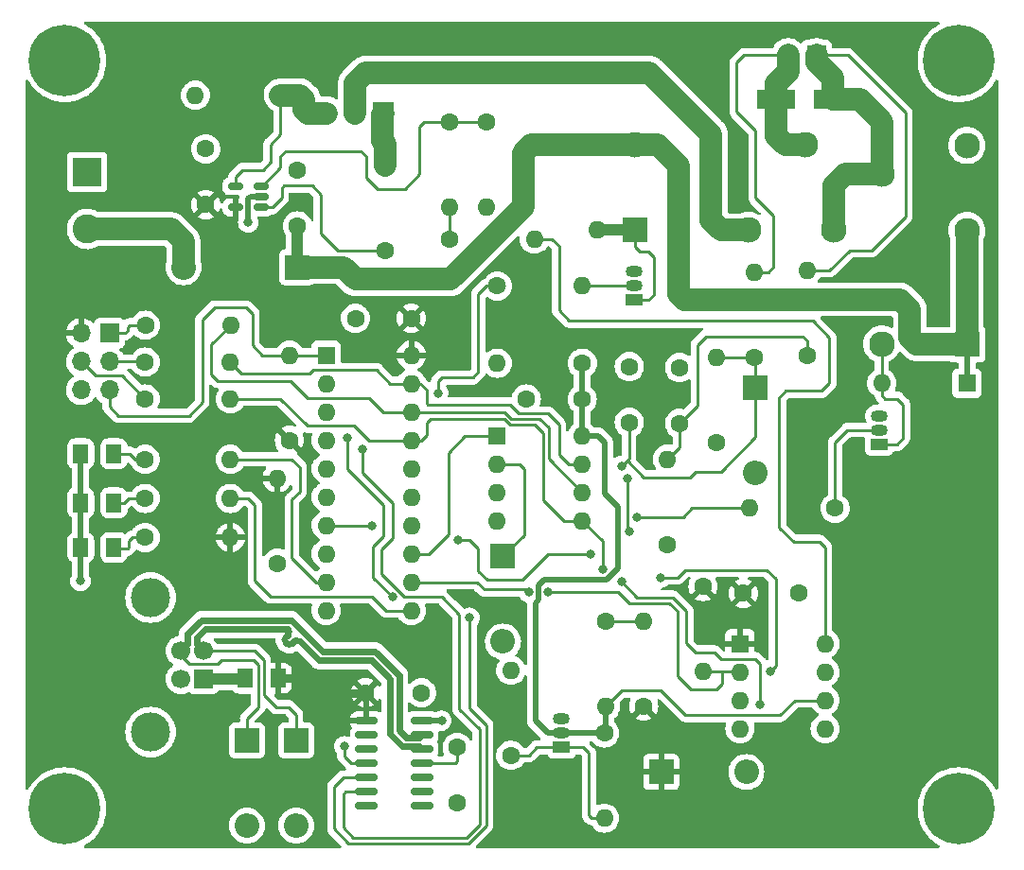
<source format=gbr>
%TF.GenerationSoftware,KiCad,Pcbnew,(6.0.0)*%
%TF.CreationDate,2022-04-10T16:10:43-06:00*%
%TF.ProjectId,USB_curve_tracer,5553425f-6375-4727-9665-5f7472616365,rev?*%
%TF.SameCoordinates,Original*%
%TF.FileFunction,Copper,L1,Top*%
%TF.FilePolarity,Positive*%
%FSLAX46Y46*%
G04 Gerber Fmt 4.6, Leading zero omitted, Abs format (unit mm)*
G04 Created by KiCad (PCBNEW (6.0.0)) date 2022-04-10 16:10:43*
%MOMM*%
%LPD*%
G01*
G04 APERTURE LIST*
G04 Aperture macros list*
%AMRoundRect*
0 Rectangle with rounded corners*
0 $1 Rounding radius*
0 $2 $3 $4 $5 $6 $7 $8 $9 X,Y pos of 4 corners*
0 Add a 4 corners polygon primitive as box body*
4,1,4,$2,$3,$4,$5,$6,$7,$8,$9,$2,$3,0*
0 Add four circle primitives for the rounded corners*
1,1,$1+$1,$2,$3*
1,1,$1+$1,$4,$5*
1,1,$1+$1,$6,$7*
1,1,$1+$1,$8,$9*
0 Add four rect primitives between the rounded corners*
20,1,$1+$1,$2,$3,$4,$5,0*
20,1,$1+$1,$4,$5,$6,$7,0*
20,1,$1+$1,$6,$7,$8,$9,0*
20,1,$1+$1,$8,$9,$2,$3,0*%
G04 Aperture macros list end*
%TA.AperFunction,ComponentPad*%
%ADD10R,1.905000X2.000000*%
%TD*%
%TA.AperFunction,ComponentPad*%
%ADD11O,1.905000X2.000000*%
%TD*%
%TA.AperFunction,ComponentPad*%
%ADD12O,1.500000X1.050000*%
%TD*%
%TA.AperFunction,ComponentPad*%
%ADD13R,1.500000X1.050000*%
%TD*%
%TA.AperFunction,ComponentPad*%
%ADD14C,0.800000*%
%TD*%
%TA.AperFunction,ComponentPad*%
%ADD15C,6.400000*%
%TD*%
%TA.AperFunction,ComponentPad*%
%ADD16C,1.600000*%
%TD*%
%TA.AperFunction,ComponentPad*%
%ADD17O,1.600000X1.600000*%
%TD*%
%TA.AperFunction,ComponentPad*%
%ADD18R,2.200000X2.200000*%
%TD*%
%TA.AperFunction,ComponentPad*%
%ADD19O,2.200000X2.200000*%
%TD*%
%TA.AperFunction,SMDPad,CuDef*%
%ADD20RoundRect,0.250001X-0.462499X-0.624999X0.462499X-0.624999X0.462499X0.624999X-0.462499X0.624999X0*%
%TD*%
%TA.AperFunction,SMDPad,CuDef*%
%ADD21RoundRect,0.150000X-0.825000X-0.150000X0.825000X-0.150000X0.825000X0.150000X-0.825000X0.150000X0*%
%TD*%
%TA.AperFunction,ComponentPad*%
%ADD22R,1.600000X1.600000*%
%TD*%
%TA.AperFunction,ComponentPad*%
%ADD23R,2.300000X2.300000*%
%TD*%
%TA.AperFunction,ComponentPad*%
%ADD24C,2.300000*%
%TD*%
%TA.AperFunction,ComponentPad*%
%ADD25R,1.700000X1.700000*%
%TD*%
%TA.AperFunction,ComponentPad*%
%ADD26O,1.700000X1.700000*%
%TD*%
%TA.AperFunction,ComponentPad*%
%ADD27C,1.700000*%
%TD*%
%TA.AperFunction,ComponentPad*%
%ADD28C,3.500000*%
%TD*%
%TA.AperFunction,SMDPad,CuDef*%
%ADD29RoundRect,0.150000X0.512500X0.150000X-0.512500X0.150000X-0.512500X-0.150000X0.512500X-0.150000X0*%
%TD*%
%TA.AperFunction,ComponentPad*%
%ADD30R,2.600000X2.600000*%
%TD*%
%TA.AperFunction,ComponentPad*%
%ADD31C,2.600000*%
%TD*%
%TA.AperFunction,SMDPad,CuDef*%
%ADD32R,3.500000X1.800000*%
%TD*%
%TA.AperFunction,ViaPad*%
%ADD33C,0.800000*%
%TD*%
%TA.AperFunction,Conductor*%
%ADD34C,2.000000*%
%TD*%
%TA.AperFunction,Conductor*%
%ADD35C,0.250000*%
%TD*%
%TA.AperFunction,Conductor*%
%ADD36C,0.500000*%
%TD*%
%TA.AperFunction,Conductor*%
%ADD37C,0.750000*%
%TD*%
%TA.AperFunction,Conductor*%
%ADD38C,1.000000*%
%TD*%
%TA.AperFunction,Conductor*%
%ADD39C,0.600000*%
%TD*%
G04 APERTURE END LIST*
D10*
%TO.P,Q3,1,G*%
%TO.N,Net-(R16-Pad2)*%
X126180000Y-65020000D03*
D11*
%TO.P,Q3,2,D*%
%TO.N,Net-(K1-Pad2)*%
X123640000Y-65020000D03*
%TO.P,Q3,3,S*%
%TO.N,Net-(R13-Pad1)*%
X121100000Y-65020000D03*
%TD*%
D12*
%TO.P,Q2,2,G*%
%TO.N,Net-(Q2-Pad2)*%
X170560000Y-93400000D03*
%TO.P,Q2,3,S*%
%TO.N,GND*%
X170560000Y-92130000D03*
D13*
%TO.P,Q2,1,D*%
%TO.N,Net-(D12-Pad2)*%
X170560000Y-94670000D03*
%TD*%
D12*
%TO.P,Q1,2,G*%
%TO.N,Net-(R14-Pad2)*%
X148660000Y-80500000D03*
%TO.P,Q1,3,S*%
%TO.N,GND*%
X148660000Y-79230000D03*
D13*
%TO.P,Q1,1,D*%
%TO.N,Net-(D11-Pad2)*%
X148660000Y-81770000D03*
%TD*%
D14*
%TO.P,H2,1,1*%
%TO.N,GND*%
X179397056Y-58617944D03*
X177700000Y-62715000D03*
X176002944Y-58617944D03*
X180100000Y-60315000D03*
D15*
X177700000Y-60315000D03*
D14*
X176002944Y-62012056D03*
X177700000Y-57915000D03*
X175300000Y-60315000D03*
X179397056Y-62012056D03*
%TD*%
D16*
%TO.P,R6,1*%
%TO.N,Net-(J2-Pad3)*%
X104890000Y-87315000D03*
D17*
%TO.P,R6,2*%
%TO.N,/SCL*%
X112510000Y-87315000D03*
%TD*%
D18*
%TO.P,D3,1,K*%
%TO.N,/D+*%
X114000000Y-121190000D03*
D19*
%TO.P,D3,2,A*%
%TO.N,GND*%
X114000000Y-128810000D03*
%TD*%
D20*
%TO.P,D5,1,K*%
%TO.N,GND*%
X99112500Y-103920000D03*
%TO.P,D5,2,A*%
%TO.N,Net-(D5-Pad2)*%
X102087500Y-103920000D03*
%TD*%
D16*
%TO.P,R22,1*%
%TO.N,Net-(R19-Pad2)*%
X132090000Y-76300000D03*
D17*
%TO.P,R22,2*%
%TO.N,Net-(R22-Pad2)*%
X139710000Y-76300000D03*
%TD*%
D21*
%TO.P,U2,1,VDD*%
%TO.N,+5V*%
X124705000Y-119410000D03*
%TO.P,U2,2,GP0*%
%TO.N,unconnected-(U2-Pad2)*%
X124705000Y-120680000D03*
%TO.P,U2,3,GP1*%
%TO.N,unconnected-(U2-Pad3)*%
X124705000Y-121950000D03*
%TO.P,U2,4,~{RST}*%
%TO.N,Net-(R8-Pad1)*%
X124705000Y-123220000D03*
%TO.P,U2,5,URx*%
%TO.N,Net-(U2-Pad5)*%
X124705000Y-124490000D03*
%TO.P,U2,6,UTx*%
%TO.N,Net-(U2-Pad6)*%
X124705000Y-125760000D03*
%TO.P,U2,7,GP2*%
%TO.N,unconnected-(U2-Pad7)*%
X124705000Y-127030000D03*
%TO.P,U2,8,GP3*%
%TO.N,unconnected-(U2-Pad8)*%
X129655000Y-127030000D03*
%TO.P,U2,9,SDA*%
%TO.N,unconnected-(U2-Pad9)*%
X129655000Y-125760000D03*
%TO.P,U2,10,SCL*%
%TO.N,unconnected-(U2-Pad10)*%
X129655000Y-124490000D03*
%TO.P,U2,11,VUSB*%
%TO.N,Net-(C2-Pad1)*%
X129655000Y-123220000D03*
%TO.P,U2,12,D-*%
%TO.N,/D-*%
X129655000Y-121950000D03*
%TO.P,U2,13,D+*%
%TO.N,/D+*%
X129655000Y-120680000D03*
%TO.P,U2,14,VSS*%
%TO.N,GND*%
X129655000Y-119410000D03*
%TD*%
D16*
%TO.P,R2,1*%
%TO.N,Net-(R1-Pad2)*%
X146080000Y-110510000D03*
D17*
%TO.P,R2,2*%
%TO.N,3V_REF*%
X146080000Y-118130000D03*
%TD*%
D22*
%TO.P,U8,1,~{CS}/SHDN*%
%TO.N,/Device Test/ADC_CS*%
X136380000Y-93920000D03*
D17*
%TO.P,U8,2,CH0*%
%TO.N,Net-(C11-Pad1)*%
X136380000Y-96460000D03*
%TO.P,U8,3,CH1*%
%TO.N,Net-(C12-Pad1)*%
X136380000Y-99000000D03*
%TO.P,U8,4,VSS*%
%TO.N,GND*%
X136380000Y-101540000D03*
%TO.P,U8,5,DIN*%
%TO.N,/MOSI*%
X144000000Y-101540000D03*
%TO.P,U8,6,DOUT*%
%TO.N,/MISO*%
X144000000Y-99000000D03*
%TO.P,U8,7,CLK*%
%TO.N,/SCL*%
X144000000Y-96460000D03*
%TO.P,U8,8,VDD/VREF*%
%TO.N,3V_REF*%
X144000000Y-93920000D03*
%TD*%
D16*
%TO.P,R15,1*%
%TO.N,Net-(Q2-Pad2)*%
X166600000Y-100400000D03*
D17*
%TO.P,R15,2*%
%TO.N,/Device Test/HIGH_FLIP*%
X158980000Y-100400000D03*
%TD*%
D16*
%TO.P,R4,1*%
%TO.N,Net-(R3-Pad2)*%
X137600000Y-122525000D03*
D17*
%TO.P,R4,2*%
%TO.N,GND*%
X137600000Y-114905000D03*
%TD*%
D23*
%TO.P,K2,1*%
%TO.N,+12V*%
X178400000Y-85700000D03*
D24*
%TO.P,K2,2*%
X178400000Y-75540000D03*
%TO.P,K2,3*%
%TO.N,Net-(D8-Pad1)*%
X178400000Y-67920000D03*
%TO.P,K2,4*%
%TO.N,Net-(D8-Pad2)*%
X170780000Y-70460000D03*
%TO.P,K2,5*%
%TO.N,Net-(D12-Pad2)*%
X170780000Y-85700000D03*
%TD*%
D16*
%TO.P,R13,1*%
%TO.N,Net-(R13-Pad1)*%
X117000000Y-63415000D03*
D17*
%TO.P,R13,2*%
%TO.N,GND*%
X109380000Y-63415000D03*
%TD*%
D22*
%TO.P,D11,1,K*%
%TO.N,+12V*%
X145300000Y-67890000D03*
D17*
%TO.P,D11,2,A*%
%TO.N,Net-(D11-Pad2)*%
X145300000Y-75510000D03*
%TD*%
D16*
%TO.P,C10,1*%
%TO.N,GND*%
X163400000Y-108015000D03*
%TO.P,C10,2*%
%TO.N,+5V*%
X158400000Y-108015000D03*
%TD*%
D18*
%TO.P,D1,1,K*%
%TO.N,+12V*%
X118480000Y-78815000D03*
D19*
%TO.P,D1,2,A*%
%TO.N,Net-(D1-Pad2)*%
X108320000Y-78815000D03*
%TD*%
D20*
%TO.P,F1,1*%
%TO.N,Net-(F1-Pad1)*%
X113812500Y-115615000D03*
%TO.P,F1,2*%
%TO.N,+5V*%
X116787500Y-115615000D03*
%TD*%
D16*
%TO.P,C2,1*%
%TO.N,Net-(C2-Pad1)*%
X132800000Y-121815000D03*
%TO.P,C2,2*%
%TO.N,GND*%
X132800000Y-126815000D03*
%TD*%
%TO.P,R29,1*%
%TO.N,3V_REF*%
X144000000Y-87415000D03*
D17*
%TO.P,R29,2*%
%TO.N,/Device Test/ADC_CS*%
X136380000Y-87415000D03*
%TD*%
D14*
%TO.P,H3,1,1*%
%TO.N,GND*%
X99397056Y-125617944D03*
X96002944Y-129012056D03*
D15*
X97700000Y-127315000D03*
D14*
X99397056Y-129012056D03*
X95300000Y-127315000D03*
X100100000Y-127315000D03*
X97700000Y-124915000D03*
X96002944Y-125617944D03*
X97700000Y-129715000D03*
%TD*%
D16*
%TO.P,C3,1*%
%TO.N,GND*%
X129600000Y-116915000D03*
%TO.P,C3,2*%
%TO.N,+5V*%
X124600000Y-116915000D03*
%TD*%
%TO.P,R25,1*%
%TO.N,Net-(C11-Pad1)*%
X164100000Y-86710000D03*
D17*
%TO.P,R25,2*%
%TO.N,Net-(D8-Pad2)*%
X164100000Y-79090000D03*
%TD*%
D16*
%TO.P,R14,1*%
%TO.N,/Device Test/LOW_FLIP*%
X136390000Y-80500000D03*
D17*
%TO.P,R14,2*%
%TO.N,Net-(R14-Pad2)*%
X144010000Y-80500000D03*
%TD*%
D18*
%TO.P,D10,1,K*%
%TO.N,Net-(C12-Pad1)*%
X159500000Y-89600000D03*
D19*
%TO.P,D10,2,A*%
%TO.N,GND*%
X159500000Y-97220000D03*
%TD*%
D16*
%TO.P,R8,1*%
%TO.N,Net-(R8-Pad1)*%
X116700000Y-105325000D03*
D17*
%TO.P,R8,2*%
%TO.N,+5V*%
X116700000Y-97705000D03*
%TD*%
D14*
%TO.P,H1,1,1*%
%TO.N,GND*%
X100100000Y-60315000D03*
X99397056Y-58617944D03*
D15*
X97700000Y-60315000D03*
D14*
X97700000Y-57915000D03*
X96002944Y-62012056D03*
X96002944Y-58617944D03*
X95300000Y-60315000D03*
X97700000Y-62715000D03*
X99397056Y-62012056D03*
%TD*%
D13*
%TO.P,U1,1,FB*%
%TO.N,Net-(R3-Pad2)*%
X142140000Y-121790000D03*
D12*
%TO.P,U1,2,K*%
%TO.N,3V_REF*%
X142140000Y-120520000D03*
%TO.P,U1,3,A*%
%TO.N,GND*%
X142140000Y-119250000D03*
%TD*%
D16*
%TO.P,R10,1*%
%TO.N,Net-(D5-Pad2)*%
X104890000Y-103020000D03*
D17*
%TO.P,R10,2*%
%TO.N,+5V*%
X112510000Y-103020000D03*
%TD*%
D23*
%TO.P,K1,1*%
%TO.N,Net-(D11-Pad2)*%
X148700000Y-75500000D03*
D24*
%TO.P,K1,2*%
%TO.N,Net-(K1-Pad2)*%
X158860000Y-75500000D03*
%TO.P,K1,3*%
%TO.N,Net-(D8-Pad2)*%
X166480000Y-75500000D03*
%TO.P,K1,4*%
%TO.N,Net-(D8-Pad1)*%
X163940000Y-67880000D03*
%TO.P,K1,5*%
%TO.N,+12V*%
X148700000Y-67880000D03*
%TD*%
D25*
%TO.P,J2,1,Pin_1*%
%TO.N,Net-(J2-Pad1)*%
X101700000Y-84720000D03*
D26*
%TO.P,J2,2,Pin_2*%
%TO.N,+5V*%
X99160000Y-84720000D03*
%TO.P,J2,3,Pin_3*%
%TO.N,Net-(J2-Pad3)*%
X101700000Y-87260000D03*
%TO.P,J2,4,Pin_4*%
%TO.N,Net-(J2-Pad4)*%
X99160000Y-87260000D03*
%TO.P,J2,5,Pin_5*%
%TO.N,Net-(J2-Pad5)*%
X101700000Y-89800000D03*
%TO.P,J2,6,Pin_6*%
%TO.N,GND*%
X99160000Y-89800000D03*
%TD*%
D25*
%TO.P,J3,1,VBUS*%
%TO.N,Net-(F1-Pad1)*%
X110080000Y-115670000D03*
D27*
%TO.P,J3,2,D-*%
%TO.N,/D-*%
X110080000Y-113170000D03*
%TO.P,J3,3,D+*%
%TO.N,/D+*%
X108080000Y-113170000D03*
%TO.P,J3,4,GND*%
%TO.N,GND*%
X108080000Y-115670000D03*
D28*
%TO.P,J3,5,Shield*%
X105370000Y-120440000D03*
X105370000Y-108400000D03*
%TD*%
D22*
%TO.P,U7,1,Vdd*%
%TO.N,+5V*%
X158100000Y-112515000D03*
D17*
%TO.P,U7,2,~{CS}*%
%TO.N,/Device Test/DAC_CS*%
X158100000Y-115055000D03*
%TO.P,U7,3,SCK*%
%TO.N,/SCL*%
X158100000Y-117595000D03*
%TO.P,U7,4,SDI*%
%TO.N,/MOSI*%
X158100000Y-120135000D03*
%TO.P,U7,5,~{LDAC}*%
%TO.N,GND*%
X165720000Y-120135000D03*
%TO.P,U7,6,Vref*%
%TO.N,3V_REF*%
X165720000Y-117595000D03*
%TO.P,U7,7,Vss*%
%TO.N,GND*%
X165720000Y-115055000D03*
%TO.P,U7,8,Vout*%
%TO.N,Net-(R22-Pad2)*%
X165720000Y-112515000D03*
%TD*%
D16*
%TO.P,C11,1*%
%TO.N,Net-(C11-Pad1)*%
X152700000Y-92800000D03*
%TO.P,C11,2*%
%TO.N,GND*%
X152700000Y-87800000D03*
%TD*%
%TO.P,R28,1*%
%TO.N,GND*%
X156000000Y-94510000D03*
D17*
%TO.P,R28,2*%
%TO.N,Net-(C12-Pad1)*%
X156000000Y-86890000D03*
%TD*%
D18*
%TO.P,D4,1,K*%
%TO.N,+5V*%
X151050000Y-124015000D03*
D19*
%TO.P,D4,2,A*%
%TO.N,GND*%
X158670000Y-124015000D03*
%TD*%
D16*
%TO.P,R3,1*%
%TO.N,3V_REF*%
X145980000Y-120520000D03*
D17*
%TO.P,R3,2*%
%TO.N,Net-(R3-Pad2)*%
X145980000Y-128140000D03*
%TD*%
D16*
%TO.P,R24,1*%
%TO.N,+5V*%
X154800000Y-107405000D03*
D17*
%TO.P,R24,2*%
%TO.N,/Device Test/DAC_CS*%
X154800000Y-115025000D03*
%TD*%
D18*
%TO.P,D2,1,K*%
%TO.N,/D-*%
X118400000Y-121190000D03*
D19*
%TO.P,D2,2,A*%
%TO.N,GND*%
X118400000Y-128810000D03*
%TD*%
D16*
%TO.P,C1,1*%
%TO.N,GND*%
X118500000Y-70115000D03*
%TO.P,C1,2*%
%TO.N,+12V*%
X118500000Y-75115000D03*
%TD*%
D22*
%TO.P,U3,1,PA2/~{RESET}*%
%TO.N,Net-(J2-Pad5)*%
X121080000Y-86695000D03*
D17*
%TO.P,U3,2,PD0*%
%TO.N,Net-(U2-Pad6)*%
X121080000Y-89235000D03*
%TO.P,U3,3,PD1*%
%TO.N,Net-(U2-Pad5)*%
X121080000Y-91775000D03*
%TO.P,U3,4,PA1/XTAL2*%
%TO.N,unconnected-(U3-Pad4)*%
X121080000Y-94315000D03*
%TO.P,U3,5,PA0/XTAL1*%
%TO.N,unconnected-(U3-Pad5)*%
X121080000Y-96855000D03*
%TO.P,U3,6,PD2*%
%TO.N,unconnected-(U3-Pad6)*%
X121080000Y-99395000D03*
%TO.P,U3,7,PD3*%
%TO.N,/Device Test/HIGH_FLIP*%
X121080000Y-101935000D03*
%TO.P,U3,8,PD4*%
%TO.N,/Device Test/LOW_FLIP*%
X121080000Y-104475000D03*
%TO.P,U3,9,PD5*%
%TO.N,Net-(R12-Pad2)*%
X121080000Y-107015000D03*
%TO.P,U3,10,GND*%
%TO.N,GND*%
X121080000Y-109555000D03*
%TO.P,U3,11,PD6*%
%TO.N,Net-(R11-Pad2)*%
X128700000Y-109555000D03*
%TO.P,U3,12,PB0*%
%TO.N,/Device Test/DAC_CS*%
X128700000Y-107015000D03*
%TO.P,U3,13,PB1*%
%TO.N,/Device Test/ADC_CS*%
X128700000Y-104475000D03*
%TO.P,U3,14,PB2*%
%TO.N,unconnected-(U3-Pad14)*%
X128700000Y-101935000D03*
%TO.P,U3,15,PB3*%
%TO.N,unconnected-(U3-Pad15)*%
X128700000Y-99395000D03*
%TO.P,U3,16,PB4*%
%TO.N,unconnected-(U3-Pad16)*%
X128700000Y-96855000D03*
%TO.P,U3,17,PB5*%
%TO.N,/MOSI*%
X128700000Y-94315000D03*
%TO.P,U3,18,PB6*%
%TO.N,/MISO*%
X128700000Y-91775000D03*
%TO.P,U3,19,PB7*%
%TO.N,/SCL*%
X128700000Y-89235000D03*
%TO.P,U3,20,VCC*%
%TO.N,+5V*%
X128700000Y-86695000D03*
%TD*%
D16*
%TO.P,R27,1*%
%TO.N,GND*%
X151600000Y-103625000D03*
D17*
%TO.P,R27,2*%
%TO.N,Net-(C11-Pad1)*%
X151600000Y-96005000D03*
%TD*%
D16*
%TO.P,R9,1*%
%TO.N,+5V*%
X117800000Y-94325000D03*
D17*
%TO.P,R9,2*%
%TO.N,Net-(J2-Pad5)*%
X117800000Y-86705000D03*
%TD*%
D16*
%TO.P,R1,1*%
%TO.N,+5V*%
X149480000Y-118130000D03*
D17*
%TO.P,R1,2*%
%TO.N,Net-(R1-Pad2)*%
X149480000Y-110510000D03*
%TD*%
D25*
%TO.P,J4,1,Pin_1*%
%TO.N,Net-(D8-Pad2)*%
X164950000Y-59825000D03*
D26*
%TO.P,J4,2,Pin_2*%
%TO.N,Net-(D8-Pad1)*%
X162410000Y-59825000D03*
%TD*%
D16*
%TO.P,R5,1*%
%TO.N,Net-(J2-Pad1)*%
X104900000Y-84015000D03*
D17*
%TO.P,R5,2*%
%TO.N,/MISO*%
X112520000Y-84015000D03*
%TD*%
D29*
%TO.P,U5,1*%
%TO.N,Net-(R16-Pad1)*%
X115237500Y-73465000D03*
%TO.P,U5,2,V-*%
%TO.N,GND*%
X115237500Y-72515000D03*
%TO.P,U5,3,+*%
%TO.N,Net-(R18-Pad1)*%
X115237500Y-71565000D03*
%TO.P,U5,4,-*%
%TO.N,Net-(R13-Pad1)*%
X112962500Y-71565000D03*
%TO.P,U5,5,V+*%
%TO.N,+5V*%
X112962500Y-73465000D03*
%TD*%
D14*
%TO.P,H4,1,1*%
%TO.N,GND*%
X175300000Y-127315000D03*
X177700000Y-124915000D03*
X180100000Y-127315000D03*
X176002944Y-129012056D03*
X179397056Y-125617944D03*
D15*
X177700000Y-127315000D03*
D14*
X176002944Y-125617944D03*
X177700000Y-129715000D03*
X179397056Y-129012056D03*
%TD*%
D16*
%TO.P,R16,1*%
%TO.N,Net-(R16-Pad1)*%
X126400000Y-77325000D03*
D17*
%TO.P,R16,2*%
%TO.N,Net-(R16-Pad2)*%
X126400000Y-69705000D03*
%TD*%
D18*
%TO.P,D9,1,K*%
%TO.N,Net-(C11-Pad1)*%
X136900000Y-104715000D03*
D19*
%TO.P,D9,2,A*%
%TO.N,GND*%
X136900000Y-112335000D03*
%TD*%
D22*
%TO.P,D12,1,K*%
%TO.N,+12V*%
X178410000Y-89200000D03*
D17*
%TO.P,D12,2,A*%
%TO.N,Net-(D12-Pad2)*%
X170790000Y-89200000D03*
%TD*%
D16*
%TO.P,C7,1*%
%TO.N,GND*%
X110300000Y-68215000D03*
%TO.P,C7,2*%
%TO.N,+5V*%
X110300000Y-73215000D03*
%TD*%
%TO.P,R11,1*%
%TO.N,Net-(D6-Pad2)*%
X104890000Y-99520000D03*
D17*
%TO.P,R11,2*%
%TO.N,Net-(R11-Pad2)*%
X112510000Y-99520000D03*
%TD*%
D20*
%TO.P,D6,1,K*%
%TO.N,GND*%
X99112500Y-99920000D03*
%TO.P,D6,2,A*%
%TO.N,Net-(D6-Pad2)*%
X102087500Y-99920000D03*
%TD*%
D16*
%TO.P,R26,1*%
%TO.N,Net-(C12-Pad1)*%
X159400000Y-86910000D03*
D17*
%TO.P,R26,2*%
%TO.N,Net-(D8-Pad1)*%
X159400000Y-79290000D03*
%TD*%
D16*
%TO.P,C4,1*%
%TO.N,GND*%
X123700000Y-83400000D03*
%TO.P,C4,2*%
%TO.N,+5V*%
X128700000Y-83400000D03*
%TD*%
%TO.P,R12,1*%
%TO.N,Net-(D7-Pad2)*%
X104890000Y-96020000D03*
D17*
%TO.P,R12,2*%
%TO.N,Net-(R12-Pad2)*%
X112510000Y-96020000D03*
%TD*%
D16*
%TO.P,R7,1*%
%TO.N,Net-(J2-Pad4)*%
X104890000Y-90615000D03*
D17*
%TO.P,R7,2*%
%TO.N,/MOSI*%
X112510000Y-90615000D03*
%TD*%
D30*
%TO.P,J1,1,Pin_1*%
%TO.N,GND*%
X99700000Y-70315000D03*
D31*
%TO.P,J1,2,Pin_2*%
%TO.N,Net-(D1-Pad2)*%
X99700000Y-75395000D03*
%TD*%
D16*
%TO.P,C13,1*%
%TO.N,3V_REF*%
X143980000Y-90620000D03*
%TO.P,C13,2*%
%TO.N,GND*%
X138980000Y-90620000D03*
%TD*%
D20*
%TO.P,D7,1,K*%
%TO.N,GND*%
X99112500Y-95520000D03*
%TO.P,D7,2,A*%
%TO.N,Net-(D7-Pad2)*%
X102087500Y-95520000D03*
%TD*%
D32*
%TO.P,D8,1,A1*%
%TO.N,Net-(D8-Pad1)*%
X161370000Y-63825000D03*
%TO.P,D8,2,A2*%
%TO.N,Net-(D8-Pad2)*%
X166370000Y-63825000D03*
%TD*%
D16*
%TO.P,R18,1*%
%TO.N,Net-(R18-Pad1)*%
X135400000Y-65790000D03*
D17*
%TO.P,R18,2*%
%TO.N,GND*%
X135400000Y-73410000D03*
%TD*%
D16*
%TO.P,C12,1*%
%TO.N,Net-(C12-Pad1)*%
X148200000Y-92715000D03*
%TO.P,C12,2*%
%TO.N,GND*%
X148200000Y-87715000D03*
%TD*%
%TO.P,R19,1*%
%TO.N,Net-(R18-Pad1)*%
X132100000Y-65790000D03*
D17*
%TO.P,R19,2*%
%TO.N,Net-(R19-Pad2)*%
X132100000Y-73410000D03*
%TD*%
D33*
%TO.N,GND*%
X114100000Y-74815000D03*
X99100000Y-106915000D03*
X131400000Y-119415000D03*
%TO.N,Net-(C12-Pad1)*%
X147500000Y-96615000D03*
%TO.N,Net-(R8-Pad1)*%
X122700000Y-121700000D03*
%TO.N,/SCL*%
X148200000Y-102515000D03*
X151000000Y-106615000D03*
X160800000Y-115015000D03*
X148000000Y-97715000D03*
%TO.N,/MOSI*%
X147500000Y-107000000D03*
X159900000Y-118000000D03*
X145800000Y-105900000D03*
%TO.N,/Device Test/DAC_CS*%
X139200000Y-107915000D03*
X140949500Y-107915000D03*
%TO.N,Net-(U2-Pad5)*%
X127000000Y-108300000D03*
X133900000Y-110200000D03*
X123000000Y-94100000D03*
%TO.N,Net-(U2-Pad6)*%
X124300000Y-95100000D03*
%TO.N,/Device Test/HIGH_FLIP*%
X125200000Y-102000000D03*
X148900000Y-101200000D03*
X144700000Y-104500000D03*
X132900000Y-103200000D03*
%TO.N,/Device Test/LOW_FLIP*%
X131100000Y-90100000D03*
%TD*%
D34*
%TO.N,Net-(R13-Pad1)*%
X119420000Y-65020000D02*
X121100000Y-65020000D01*
X119100000Y-63800000D02*
X119100000Y-64700000D01*
X118715000Y-63415000D02*
X119100000Y-63800000D01*
X119100000Y-64700000D02*
X119420000Y-65020000D01*
X117000000Y-63415000D02*
X118715000Y-63415000D01*
%TO.N,Net-(R16-Pad2)*%
X126100000Y-65100000D02*
X126180000Y-65020000D01*
X126100000Y-67500000D02*
X126100000Y-65100000D01*
X126400000Y-67800000D02*
X126100000Y-67500000D01*
X126400000Y-69705000D02*
X126400000Y-67800000D01*
%TO.N,Net-(K1-Pad2)*%
X156400000Y-75500000D02*
X158860000Y-75500000D01*
X155500000Y-74600000D02*
X156400000Y-75500000D01*
X155500000Y-66900000D02*
X155500000Y-74600000D01*
X150000000Y-61400000D02*
X155500000Y-66900000D01*
X124600000Y-61400000D02*
X150000000Y-61400000D01*
X123640000Y-62360000D02*
X124600000Y-61400000D01*
X123640000Y-65020000D02*
X123640000Y-62360000D01*
D35*
%TO.N,Net-(R13-Pad1)*%
X117000000Y-66915000D02*
X117000000Y-63415000D01*
%TO.N,Net-(D12-Pad2)*%
X172130000Y-94670000D02*
X170560000Y-94670000D01*
X172700000Y-94100000D02*
X172130000Y-94670000D01*
X172700000Y-91100000D02*
X172700000Y-94100000D01*
X172200000Y-90600000D02*
X172700000Y-91100000D01*
X171100000Y-90600000D02*
X172200000Y-90600000D01*
X170790000Y-89200000D02*
X170790000Y-90290000D01*
X170790000Y-90290000D02*
X171100000Y-90600000D01*
%TO.N,Net-(D11-Pad2)*%
X149930000Y-81770000D02*
X148660000Y-81770000D01*
X150400000Y-81300000D02*
X149930000Y-81770000D01*
X150400000Y-77900000D02*
X150400000Y-81300000D01*
X149900000Y-77400000D02*
X150400000Y-77900000D01*
X149100000Y-77400000D02*
X149900000Y-77400000D01*
X148700000Y-77000000D02*
X149100000Y-77400000D01*
X148700000Y-75500000D02*
X148700000Y-77000000D01*
%TO.N,Net-(R22-Pad2)*%
X165200000Y-103400000D02*
X165720000Y-103920000D01*
X162900000Y-103400000D02*
X165200000Y-103400000D01*
X161600000Y-102100000D02*
X162900000Y-103400000D01*
X161600000Y-90500000D02*
X161600000Y-102100000D01*
X165400000Y-89900000D02*
X162200000Y-89900000D01*
X164600000Y-83600000D02*
X166100000Y-85100000D01*
X162200000Y-89900000D02*
X161600000Y-90500000D01*
X166100000Y-85100000D02*
X166100000Y-89200000D01*
X166100000Y-89200000D02*
X165400000Y-89900000D01*
X141900000Y-82700000D02*
X142800000Y-83600000D01*
X141900000Y-76900000D02*
X141900000Y-82700000D01*
X141300000Y-76300000D02*
X141900000Y-76900000D01*
X165720000Y-103920000D02*
X165720000Y-112515000D01*
X139710000Y-76300000D02*
X141300000Y-76300000D01*
X142800000Y-83600000D02*
X164600000Y-83600000D01*
D34*
%TO.N,+12V*%
X173900000Y-85700000D02*
X178400000Y-85700000D01*
X173300000Y-82600000D02*
X173300000Y-85100000D01*
X172400000Y-81700000D02*
X173300000Y-82600000D01*
X153100000Y-81700000D02*
X172400000Y-81700000D01*
X152600000Y-69700000D02*
X152600000Y-81200000D01*
X152600000Y-81200000D02*
X153100000Y-81700000D01*
X150780000Y-67880000D02*
X152600000Y-69700000D01*
X148700000Y-67880000D02*
X150780000Y-67880000D01*
X173300000Y-85100000D02*
X173900000Y-85700000D01*
D36*
%TO.N,GND*%
X129655000Y-119410000D02*
X131395000Y-119410000D01*
X99112500Y-103920000D02*
X99112500Y-106902500D01*
X114100000Y-72715000D02*
X114100000Y-74815000D01*
X99112500Y-95520000D02*
X99112500Y-99920000D01*
X131395000Y-119410000D02*
X131400000Y-119415000D01*
X99112500Y-106902500D02*
X99100000Y-106915000D01*
X114300000Y-72515000D02*
X114100000Y-72715000D01*
X115237500Y-72515000D02*
X114300000Y-72515000D01*
X99112500Y-99920000D02*
X99112500Y-103920000D01*
D35*
%TO.N,Net-(C2-Pad1)*%
X129655000Y-123220000D02*
X132595000Y-123220000D01*
X132800000Y-123015000D02*
X132800000Y-121815000D01*
X132595000Y-123220000D02*
X132800000Y-123015000D01*
D37*
%TO.N,+5V*%
X116787500Y-115615000D02*
X119715000Y-115615000D01*
D36*
X124705000Y-119410000D02*
X124705000Y-117020000D01*
D37*
X119715000Y-115615000D02*
X121015000Y-116915000D01*
X121015000Y-116915000D02*
X124600000Y-116915000D01*
D35*
%TO.N,Net-(C11-Pad1)*%
X163700000Y-85000000D02*
X164100000Y-85400000D01*
X152700000Y-92800000D02*
X154300000Y-91200000D01*
X164100000Y-85400000D02*
X164100000Y-86710000D01*
X154300000Y-91200000D02*
X154300000Y-85800000D01*
X138800000Y-102815000D02*
X136900000Y-104715000D01*
X136380000Y-96460000D02*
X138345000Y-96460000D01*
X138800000Y-96915000D02*
X138800000Y-102815000D01*
X138345000Y-96460000D02*
X138800000Y-96915000D01*
X152700000Y-94905000D02*
X151600000Y-96005000D01*
X152700000Y-92800000D02*
X152700000Y-94905000D01*
X154300000Y-85800000D02*
X155100000Y-85000000D01*
X155100000Y-85000000D02*
X163700000Y-85000000D01*
%TO.N,Net-(C12-Pad1)*%
X159500000Y-89600000D02*
X159500000Y-94000000D01*
X156000000Y-86890000D02*
X159380000Y-86890000D01*
X153600000Y-97615000D02*
X149500000Y-97615000D01*
X148200000Y-95915000D02*
X148200000Y-92715000D01*
X159500000Y-89600000D02*
X159500000Y-87010000D01*
X159500000Y-94000000D02*
X156385000Y-97115000D01*
X156385000Y-97115000D02*
X154100000Y-97115000D01*
X154100000Y-97115000D02*
X153600000Y-97615000D01*
X148000000Y-96115000D02*
X148200000Y-95915000D01*
X149500000Y-97615000D02*
X148000000Y-96115000D01*
X147500000Y-96615000D02*
X148000000Y-96115000D01*
%TO.N,3V_REF*%
X163020000Y-117595000D02*
X161700000Y-118915000D01*
D36*
X139800000Y-108915000D02*
X140100000Y-108615000D01*
X146000000Y-99115000D02*
X146000000Y-94515000D01*
X147200000Y-105815000D02*
X147200000Y-100315000D01*
X146200000Y-106815000D02*
X147200000Y-105815000D01*
D35*
X161700000Y-118915000D02*
X153200000Y-118915000D01*
X165720000Y-117595000D02*
X163020000Y-117595000D01*
D36*
X140600000Y-106815000D02*
X146200000Y-106815000D01*
X143980000Y-90620000D02*
X143980000Y-87435000D01*
D35*
X147495000Y-116715000D02*
X146080000Y-118130000D01*
X151000000Y-116715000D02*
X147495000Y-116715000D01*
D36*
X147200000Y-100315000D02*
X146000000Y-99115000D01*
D35*
X153200000Y-118915000D02*
X151000000Y-116715000D01*
D36*
X146000000Y-94515000D02*
X145405000Y-93920000D01*
X144000000Y-93920000D02*
X144000000Y-90640000D01*
X140100000Y-107315000D02*
X140600000Y-106815000D01*
X142140000Y-120520000D02*
X145980000Y-120520000D01*
X145405000Y-93920000D02*
X144000000Y-93920000D01*
X140890000Y-120520000D02*
X139800000Y-119430000D01*
X140100000Y-108615000D02*
X140100000Y-107315000D01*
X139800000Y-119430000D02*
X139800000Y-108915000D01*
X146080000Y-118130000D02*
X146080000Y-120420000D01*
X142140000Y-120520000D02*
X140890000Y-120520000D01*
D35*
%TO.N,Net-(D5-Pad2)*%
X103320000Y-104015000D02*
X102182500Y-104015000D01*
X103715000Y-103020000D02*
X103420000Y-103315000D01*
X104890000Y-103020000D02*
X103715000Y-103020000D01*
X103420000Y-103315000D02*
X103420000Y-103915000D01*
X103420000Y-103915000D02*
X103320000Y-104015000D01*
%TO.N,Net-(D6-Pad2)*%
X102087500Y-99920000D02*
X103015000Y-99920000D01*
X103015000Y-99920000D02*
X103420000Y-99515000D01*
X103420000Y-99515000D02*
X103425000Y-99520000D01*
X103425000Y-99520000D02*
X104890000Y-99520000D01*
%TO.N,Net-(D7-Pad2)*%
X104890000Y-96020000D02*
X104025000Y-96020000D01*
X103525000Y-95520000D02*
X102087500Y-95520000D01*
X104025000Y-96020000D02*
X103525000Y-95520000D01*
D38*
%TO.N,Net-(F1-Pad1)*%
X110080000Y-115670000D02*
X113757500Y-115670000D01*
D35*
%TO.N,Net-(J2-Pad1)*%
X103300000Y-84215000D02*
X103500000Y-84015000D01*
X103300000Y-84515000D02*
X103300000Y-84215000D01*
X103500000Y-84015000D02*
X104900000Y-84015000D01*
X103095000Y-84720000D02*
X103300000Y-84515000D01*
X101700000Y-84720000D02*
X103095000Y-84720000D01*
%TO.N,Net-(J2-Pad3)*%
X101700000Y-87260000D02*
X104835000Y-87260000D01*
%TO.N,Net-(J2-Pad4)*%
X100415000Y-88515000D02*
X102790000Y-88515000D01*
X99160000Y-87260000D02*
X100415000Y-88515000D01*
X102790000Y-88515000D02*
X104890000Y-90615000D01*
%TO.N,Net-(J2-Pad5)*%
X110000000Y-90915000D02*
X110000000Y-83515000D01*
X115390000Y-86705000D02*
X117800000Y-86705000D01*
X111100000Y-82415000D02*
X113900000Y-82415000D01*
X110000000Y-83515000D02*
X111100000Y-82415000D01*
X101700000Y-89800000D02*
X101700000Y-91315000D01*
X101700000Y-91315000D02*
X102500000Y-92115000D01*
X114500000Y-85815000D02*
X115390000Y-86705000D01*
X117800000Y-86705000D02*
X121070000Y-86705000D01*
X102500000Y-92115000D02*
X108800000Y-92115000D01*
X113900000Y-82415000D02*
X114500000Y-83015000D01*
X108800000Y-92115000D02*
X110000000Y-90915000D01*
X114500000Y-83015000D02*
X114500000Y-85815000D01*
%TO.N,Net-(R13-Pad1)*%
X115400000Y-70115000D02*
X116100000Y-69415000D01*
X113600000Y-70115000D02*
X115400000Y-70115000D01*
X112962500Y-70752500D02*
X113600000Y-70115000D01*
X116100000Y-69415000D02*
X116100000Y-67815000D01*
X112962500Y-71565000D02*
X112962500Y-70752500D01*
X116100000Y-67815000D02*
X117000000Y-66915000D01*
D34*
%TO.N,+12V*%
X138700000Y-68600000D02*
X139410000Y-67890000D01*
D38*
X118480000Y-78815000D02*
X118480000Y-75135000D01*
D34*
X123700000Y-79900000D02*
X132200000Y-79900000D01*
X132200000Y-79900000D02*
X138700000Y-73400000D01*
X139410000Y-67890000D02*
X145300000Y-67890000D01*
X138700000Y-73400000D02*
X138700000Y-68600000D01*
D36*
X178410000Y-89200000D02*
X178410000Y-85710000D01*
D34*
X118480000Y-78815000D02*
X122615000Y-78815000D01*
X145300000Y-67890000D02*
X148690000Y-67890000D01*
X122615000Y-78815000D02*
X123700000Y-79900000D01*
X178400000Y-85700000D02*
X178400000Y-75540000D01*
D38*
%TO.N,Net-(D11-Pad2)*%
X145300000Y-75510000D02*
X148690000Y-75510000D01*
D35*
%TO.N,Net-(D12-Pad2)*%
X170790000Y-89200000D02*
X170790000Y-85710000D01*
%TO.N,Net-(R1-Pad2)*%
X146080000Y-110510000D02*
X149480000Y-110510000D01*
%TO.N,Net-(R3-Pad2)*%
X144600000Y-122315000D02*
X144600000Y-127915000D01*
X142140000Y-121790000D02*
X144075000Y-121790000D01*
X144075000Y-121790000D02*
X144600000Y-122315000D01*
X144825000Y-128140000D02*
X145980000Y-128140000D01*
X144600000Y-127915000D02*
X144825000Y-128140000D01*
X137600000Y-122525000D02*
X139190000Y-122525000D01*
X139190000Y-122525000D02*
X139925000Y-121790000D01*
X139925000Y-121790000D02*
X142140000Y-121790000D01*
%TO.N,/MISO*%
X119400000Y-90515000D02*
X117900000Y-89015000D01*
X141000000Y-96000000D02*
X144000000Y-99000000D01*
X110800000Y-88415000D02*
X111400000Y-89015000D01*
X111400000Y-89015000D02*
X117900000Y-89015000D01*
X112520000Y-84015000D02*
X110800000Y-85735000D01*
X137635704Y-92400000D02*
X140200000Y-92400000D01*
X141000000Y-93200000D02*
X141000000Y-96000000D01*
X126160000Y-91775000D02*
X124900000Y-90515000D01*
X128700000Y-91775000D02*
X137010704Y-91775000D01*
X110800000Y-85735000D02*
X110800000Y-88415000D01*
X137010704Y-91775000D02*
X137635704Y-92400000D01*
X128700000Y-91775000D02*
X126160000Y-91775000D01*
X140200000Y-92400000D02*
X141000000Y-93200000D01*
X124900000Y-90515000D02*
X119400000Y-90515000D01*
%TO.N,Net-(R8-Pad1)*%
X122700000Y-121700000D02*
X122700000Y-122600000D01*
X122700000Y-122600000D02*
X123320000Y-123220000D01*
X123320000Y-123220000D02*
X124705000Y-123220000D01*
%TO.N,Net-(R11-Pad2)*%
X114700000Y-100100000D02*
X114700000Y-106900000D01*
X126440000Y-109555000D02*
X128700000Y-109555000D01*
X116115000Y-108315000D02*
X125200000Y-108315000D01*
X114120000Y-99520000D02*
X114700000Y-100100000D01*
X112510000Y-99520000D02*
X114120000Y-99520000D01*
X125200000Y-108315000D02*
X126440000Y-109555000D01*
X114700000Y-106900000D02*
X116115000Y-108315000D01*
%TO.N,Net-(R12-Pad2)*%
X118020000Y-96020000D02*
X118700000Y-96700000D01*
X120200000Y-107015000D02*
X121080000Y-107015000D01*
X118700000Y-98915000D02*
X118000000Y-99615000D01*
X118000000Y-99615000D02*
X118000000Y-104815000D01*
X118000000Y-104815000D02*
X120200000Y-107015000D01*
X118700000Y-96700000D02*
X118700000Y-98915000D01*
X112510000Y-96020000D02*
X118020000Y-96020000D01*
%TO.N,/SCL*%
X148000000Y-102315000D02*
X148200000Y-102515000D01*
X129520000Y-89235000D02*
X130100000Y-89815000D01*
X128700000Y-89235000D02*
X129520000Y-89235000D01*
X119900000Y-88015000D02*
X125600000Y-88015000D01*
X151000000Y-106615000D02*
X152500000Y-106615000D01*
X113510000Y-88315000D02*
X119600000Y-88315000D01*
X138300000Y-91915000D02*
X140900000Y-91915000D01*
X141900000Y-95615000D02*
X142745000Y-96460000D01*
X148000000Y-97715000D02*
X148000000Y-102315000D01*
X161300000Y-106715000D02*
X160500000Y-105915000D01*
X112510000Y-87315000D02*
X113510000Y-88315000D01*
X130100000Y-91015000D02*
X130200000Y-91115000D01*
X140900000Y-91915000D02*
X141900000Y-92915000D01*
X161300000Y-114515000D02*
X161300000Y-106715000D01*
X130100000Y-89815000D02*
X130100000Y-91015000D01*
X126820000Y-89235000D02*
X128700000Y-89235000D01*
X161300000Y-114515000D02*
X160800000Y-115015000D01*
X119600000Y-88315000D02*
X119900000Y-88015000D01*
X125600000Y-88015000D02*
X126820000Y-89235000D01*
X142745000Y-96460000D02*
X144000000Y-96460000D01*
X130200000Y-91115000D02*
X137500000Y-91115000D01*
X153200000Y-105915000D02*
X160500000Y-105915000D01*
X137500000Y-91115000D02*
X138300000Y-91915000D01*
X152500000Y-106615000D02*
X153200000Y-105915000D01*
X141900000Y-92915000D02*
X141900000Y-95615000D01*
%TO.N,/MOSI*%
X128700000Y-94315000D02*
X129585000Y-94315000D01*
X130100000Y-93800000D02*
X130100000Y-92700000D01*
X129585000Y-94315000D02*
X130100000Y-93800000D01*
X145800000Y-103340000D02*
X145800000Y-105900000D01*
X144000000Y-101540000D02*
X145800000Y-103340000D01*
X142340000Y-101540000D02*
X144000000Y-101540000D01*
X155800000Y-113300000D02*
X156400000Y-113900000D01*
X123600000Y-93015000D02*
X124900000Y-94315000D01*
X137500000Y-92900000D02*
X139700000Y-92900000D01*
X140500000Y-93700000D02*
X140500000Y-99700000D01*
X148900000Y-108400000D02*
X152100000Y-108400000D01*
X139700000Y-92900000D02*
X140500000Y-93700000D01*
X154100000Y-113300000D02*
X155800000Y-113300000D01*
X130100000Y-92700000D02*
X130400000Y-92400000D01*
X117000000Y-90615000D02*
X119400000Y-93015000D01*
X112510000Y-90615000D02*
X117000000Y-90615000D01*
X159500000Y-113900000D02*
X159900000Y-114300000D01*
X140500000Y-99700000D02*
X142340000Y-101540000D01*
X130400000Y-92400000D02*
X137000000Y-92400000D01*
X119400000Y-93015000D02*
X123600000Y-93015000D01*
X137000000Y-92400000D02*
X137500000Y-92900000D01*
X152100000Y-108400000D02*
X153300000Y-109600000D01*
X124900000Y-94315000D02*
X128700000Y-94315000D01*
X156400000Y-113900000D02*
X159500000Y-113900000D01*
X147500000Y-107000000D02*
X148900000Y-108400000D01*
X153300000Y-109600000D02*
X153300000Y-112500000D01*
X153300000Y-112500000D02*
X154100000Y-113300000D01*
X159900000Y-114300000D02*
X159900000Y-118000000D01*
%TO.N,/Device Test/DAC_CS*%
X152500000Y-115415000D02*
X153700000Y-116615000D01*
X134564282Y-107015000D02*
X128700000Y-107015000D01*
X152500000Y-109615000D02*
X152500000Y-115415000D01*
X147200000Y-107915000D02*
X148200000Y-108915000D01*
X140949500Y-107915000D02*
X147200000Y-107915000D01*
X154800000Y-115025000D02*
X156510000Y-115025000D01*
X156510000Y-115025000D02*
X158070000Y-115025000D01*
X138949520Y-107664520D02*
X135213802Y-107664520D01*
X148200000Y-108915000D02*
X151800000Y-108915000D01*
X139200000Y-107915000D02*
X138949520Y-107664520D01*
X156510000Y-116105000D02*
X156510000Y-115025000D01*
X153700000Y-116615000D02*
X156000000Y-116615000D01*
X151800000Y-108915000D02*
X152500000Y-109615000D01*
X156000000Y-116615000D02*
X156510000Y-116105000D01*
X135213802Y-107664520D02*
X134564282Y-107015000D01*
%TO.N,/Device Test/ADC_CS*%
X136380000Y-93920000D02*
X133495000Y-93920000D01*
X132000000Y-95415000D02*
X132000000Y-102715000D01*
X132000000Y-102715000D02*
X130240000Y-104475000D01*
X133495000Y-93920000D02*
X132000000Y-95415000D01*
X130240000Y-104475000D02*
X128700000Y-104475000D01*
%TO.N,Net-(U2-Pad5)*%
X125300000Y-106600000D02*
X127000000Y-108300000D01*
X123000000Y-94100000D02*
X123000000Y-96900000D01*
X126200000Y-100100000D02*
X126200000Y-102900000D01*
X121800000Y-129100000D02*
X123100000Y-130400000D01*
X123000000Y-96900000D02*
X126200000Y-100100000D01*
X124705000Y-124490000D02*
X122610000Y-124490000D01*
X125300000Y-103800000D02*
X125300000Y-106600000D01*
X135400000Y-119800000D02*
X133900000Y-118300000D01*
X133800000Y-130400000D02*
X135400000Y-128800000D01*
X135400000Y-128800000D02*
X135400000Y-119800000D01*
X122610000Y-124490000D02*
X121800000Y-125300000D01*
X126200000Y-102900000D02*
X125300000Y-103800000D01*
X133900000Y-118300000D02*
X133900000Y-110200000D01*
X121800000Y-125300000D02*
X121800000Y-129100000D01*
X123100000Y-130400000D02*
X133800000Y-130400000D01*
%TO.N,Net-(U2-Pad6)*%
X122600000Y-126000000D02*
X122840000Y-125760000D01*
X122840000Y-125760000D02*
X124705000Y-125760000D01*
X126000000Y-106275400D02*
X128024600Y-108300000D01*
X134800000Y-120200000D02*
X134800000Y-128700000D01*
X124300000Y-95100000D02*
X124300000Y-97200000D01*
X123500000Y-129900000D02*
X122600000Y-129000000D01*
X128024600Y-108300000D02*
X131400000Y-108300000D01*
X133600000Y-129900000D02*
X123500000Y-129900000D01*
X124300000Y-97200000D02*
X127000000Y-99900000D01*
X127000000Y-103100000D02*
X126000000Y-104100000D01*
X133000000Y-118400000D02*
X134800000Y-120200000D01*
X134800000Y-128700000D02*
X133600000Y-129900000D01*
X127000000Y-99900000D02*
X127000000Y-103100000D01*
X133000000Y-109900000D02*
X133000000Y-118400000D01*
X131400000Y-108300000D02*
X133000000Y-109900000D01*
X122600000Y-129000000D02*
X122600000Y-126000000D01*
X126000000Y-104100000D02*
X126000000Y-106275400D01*
%TO.N,/Device Test/HIGH_FLIP*%
X134700000Y-106000000D02*
X135500000Y-106800000D01*
X153800000Y-100400000D02*
X158980000Y-100400000D01*
X133900000Y-103200000D02*
X134700000Y-104000000D01*
X121080000Y-101935000D02*
X125135000Y-101935000D01*
X153000000Y-101200000D02*
X153800000Y-100400000D01*
X135500000Y-106800000D02*
X138600000Y-106800000D01*
X140900000Y-104500000D02*
X144700000Y-104500000D01*
X138600000Y-106800000D02*
X140900000Y-104500000D01*
X125135000Y-101935000D02*
X125200000Y-102000000D01*
X148900000Y-101200000D02*
X153000000Y-101200000D01*
X132900000Y-103200000D02*
X133900000Y-103200000D01*
X134700000Y-104000000D02*
X134700000Y-106000000D01*
%TO.N,/Device Test/LOW_FLIP*%
X134700000Y-81200000D02*
X135400000Y-80500000D01*
X131100000Y-89000000D02*
X131400000Y-88700000D01*
X134700000Y-88200000D02*
X134700000Y-81200000D01*
X134200000Y-88700000D02*
X134700000Y-88200000D01*
X131100000Y-90100000D02*
X131100000Y-89000000D01*
X131400000Y-88700000D02*
X134200000Y-88700000D01*
X135400000Y-80500000D02*
X136990000Y-80500000D01*
D34*
%TO.N,Net-(D1-Pad2)*%
X99700000Y-75395000D02*
X107195000Y-75395000D01*
X108320000Y-76520000D02*
X108320000Y-78815000D01*
X107195000Y-75395000D02*
X108320000Y-76520000D01*
D35*
%TO.N,Net-(D8-Pad1)*%
X160610000Y-79290000D02*
X161100000Y-78800000D01*
D34*
X161370000Y-63825000D02*
X161370000Y-67070000D01*
X162410000Y-59825000D02*
X162410000Y-61290000D01*
D35*
X161100000Y-74200000D02*
X159500000Y-72600000D01*
D34*
X161370000Y-67070000D02*
X162180000Y-67880000D01*
X161370000Y-62330000D02*
X161370000Y-63825000D01*
D35*
X161100000Y-78800000D02*
X161100000Y-74200000D01*
X157800000Y-64900000D02*
X157800000Y-60500000D01*
X157800000Y-60500000D02*
X158475000Y-59825000D01*
D34*
X162410000Y-61290000D02*
X161370000Y-62330000D01*
D35*
X159500000Y-66600000D02*
X157800000Y-64900000D01*
X159400000Y-79290000D02*
X160610000Y-79290000D01*
D34*
X162180000Y-67880000D02*
X163940000Y-67880000D01*
D35*
X159500000Y-72600000D02*
X159500000Y-66600000D01*
X158475000Y-59825000D02*
X162410000Y-59825000D01*
%TO.N,Net-(D8-Pad2)*%
X167725000Y-59825000D02*
X164950000Y-59825000D01*
D34*
X164950000Y-59825000D02*
X164950000Y-60450000D01*
X164950000Y-60450000D02*
X166370000Y-61870000D01*
X166480000Y-75500000D02*
X166480000Y-71520000D01*
X170780000Y-70460000D02*
X167540000Y-70460000D01*
D35*
X169900000Y-77300000D02*
X172900000Y-74300000D01*
X172900000Y-74300000D02*
X172900000Y-65000000D01*
X172900000Y-65000000D02*
X167725000Y-59825000D01*
D34*
X167540000Y-70460000D02*
X166480000Y-71520000D01*
D35*
X167900000Y-77300000D02*
X169900000Y-77300000D01*
D34*
X170780000Y-65780000D02*
X170780000Y-70460000D01*
D35*
X164100000Y-79090000D02*
X166110000Y-79090000D01*
D34*
X166370000Y-61870000D02*
X166370000Y-63825000D01*
D35*
X166110000Y-79090000D02*
X167900000Y-77300000D01*
D34*
X168825000Y-63825000D02*
X170780000Y-65780000D01*
X166370000Y-63825000D02*
X168825000Y-63825000D01*
D35*
%TO.N,Net-(R16-Pad1)*%
X126400000Y-77325000D02*
X122110000Y-77325000D01*
X117100000Y-72615000D02*
X116250000Y-73465000D01*
X117100000Y-71715000D02*
X117100000Y-72615000D01*
X120600000Y-72315000D02*
X119800000Y-71515000D01*
X122110000Y-77325000D02*
X120600000Y-75815000D01*
X116250000Y-73465000D02*
X115237500Y-73465000D01*
X117300000Y-71515000D02*
X117100000Y-71715000D01*
X119800000Y-71515000D02*
X117300000Y-71515000D01*
X120600000Y-75815000D02*
X120600000Y-72315000D01*
%TO.N,Net-(R18-Pad1)*%
X129400000Y-70500000D02*
X129400000Y-66200000D01*
X124200000Y-68400000D02*
X124700000Y-68900000D01*
X117000000Y-69900000D02*
X117000000Y-68900000D01*
X124700000Y-68900000D02*
X124700000Y-70800000D01*
X117500000Y-68400000D02*
X124200000Y-68400000D01*
X132100000Y-65790000D02*
X135400000Y-65790000D01*
X115335000Y-71565000D02*
X117000000Y-69900000D01*
X117000000Y-68900000D02*
X117500000Y-68400000D01*
X129810000Y-65790000D02*
X132100000Y-65790000D01*
X125700000Y-71800000D02*
X128100000Y-71800000D01*
X128100000Y-71800000D02*
X129400000Y-70500000D01*
X129400000Y-66200000D02*
X129810000Y-65790000D01*
X124700000Y-70800000D02*
X125700000Y-71800000D01*
%TO.N,Net-(R19-Pad2)*%
X132090000Y-76300000D02*
X132090000Y-73420000D01*
D39*
%TO.N,/D-*%
X126800000Y-120604428D02*
X127910572Y-121715000D01*
D35*
X117700000Y-118200000D02*
X118400000Y-118900000D01*
D39*
X126800000Y-115665686D02*
X126800000Y-120604428D01*
X125134314Y-114000000D02*
X126800000Y-115665686D01*
D35*
X116600000Y-118200000D02*
X117700000Y-118200000D01*
X118400000Y-118900000D02*
X118400000Y-121190000D01*
D39*
X110265686Y-111200000D02*
X117634314Y-111200000D01*
D35*
X114670000Y-113170000D02*
X115500000Y-114000000D01*
D39*
X110080000Y-113170000D02*
X109480000Y-112570000D01*
X109480000Y-112570000D02*
X109480000Y-111985686D01*
X117492892Y-111907106D02*
X117634314Y-111765685D01*
X120434314Y-114000000D02*
X125134314Y-114000000D01*
X129420000Y-121715000D02*
X129655000Y-121950000D01*
X118058577Y-112472791D02*
X118199998Y-112331369D01*
X109480000Y-111985686D02*
X110265686Y-111200000D01*
D35*
X115500000Y-114000000D02*
X115500000Y-117100000D01*
X110080000Y-113170000D02*
X114670000Y-113170000D01*
D39*
X118765683Y-112331369D02*
X120434314Y-114000000D01*
D35*
X115500000Y-117100000D02*
X116600000Y-118200000D01*
D39*
X127910572Y-121715000D02*
X129420000Y-121715000D01*
X117492892Y-112472792D02*
X117492892Y-112472791D01*
X118058576Y-112472789D02*
G75*
G02*
X117492893Y-112472790I-282842J282840D01*
G01*
X117634312Y-111765684D02*
G75*
G03*
X117634313Y-111200001I-282840J282842D01*
G01*
X117492892Y-112472792D02*
G75*
G02*
X117492892Y-111907106I282844J282843D01*
G01*
X118765684Y-112331369D02*
G75*
G03*
X118199998Y-112331369I-282843J-282844D01*
G01*
D35*
%TO.N,/D+*%
X111355489Y-114344511D02*
X111700000Y-114000000D01*
X114600000Y-114000000D02*
X115000000Y-114400000D01*
X115000000Y-118200000D02*
X114000000Y-119200000D01*
D39*
X120765686Y-113200000D02*
X117965686Y-110400000D01*
D35*
X108080000Y-113580000D02*
X108844511Y-114344511D01*
X108844511Y-114344511D02*
X111355489Y-114344511D01*
D39*
X117965686Y-110400000D02*
X109934314Y-110400000D01*
X129655000Y-120680000D02*
X129420000Y-120915000D01*
X129420000Y-120915000D02*
X128241944Y-120915000D01*
D35*
X115000000Y-114400000D02*
X115000000Y-118200000D01*
D39*
X125465686Y-113200000D02*
X120765686Y-113200000D01*
X108680000Y-111654314D02*
X108680000Y-112570000D01*
X127600000Y-115334314D02*
X125465686Y-113200000D01*
X128241944Y-120915000D02*
X127600000Y-120273056D01*
X127600000Y-120273056D02*
X127600000Y-115334314D01*
D35*
X114000000Y-119200000D02*
X114000000Y-121190000D01*
X111700000Y-114000000D02*
X114600000Y-114000000D01*
D39*
X109934314Y-110400000D02*
X108680000Y-111654314D01*
X108680000Y-112570000D02*
X108080000Y-113170000D01*
D35*
%TO.N,Net-(R14-Pad2)*%
X144610000Y-80500000D02*
X148660000Y-80500000D01*
%TO.N,Net-(Q2-Pad2)*%
X166600000Y-100400000D02*
X166600000Y-94500000D01*
X166600000Y-94500000D02*
X167700000Y-93400000D01*
X167700000Y-93400000D02*
X170560000Y-93400000D01*
%TD*%
%TA.AperFunction,Conductor*%
%TO.N,+5V*%
G36*
X175928057Y-56843002D02*
G01*
X175974550Y-56896658D01*
X175984654Y-56966932D01*
X175955160Y-57031512D01*
X175917138Y-57061267D01*
X175843206Y-57098938D01*
X175517207Y-57310643D01*
X175215124Y-57555266D01*
X174940266Y-57830124D01*
X174695643Y-58132207D01*
X174693848Y-58134970D01*
X174693848Y-58134971D01*
X174517510Y-58406510D01*
X174483938Y-58458206D01*
X174482443Y-58461140D01*
X174482439Y-58461147D01*
X174324083Y-58771939D01*
X174307468Y-58804547D01*
X174168167Y-59167438D01*
X174067562Y-59542901D01*
X174067046Y-59546162D01*
X174007713Y-59920771D01*
X174006754Y-59926824D01*
X173986411Y-60315000D01*
X174006754Y-60703176D01*
X174007267Y-60706416D01*
X174007268Y-60706424D01*
X174013624Y-60746551D01*
X174067562Y-61087099D01*
X174168167Y-61462562D01*
X174169352Y-61465650D01*
X174169353Y-61465652D01*
X174187944Y-61514083D01*
X174307468Y-61825453D01*
X174308966Y-61828393D01*
X174482439Y-62168852D01*
X174483938Y-62171794D01*
X174485734Y-62174560D01*
X174485736Y-62174563D01*
X174620030Y-62381359D01*
X174695643Y-62497793D01*
X174753240Y-62568919D01*
X174906559Y-62758251D01*
X174940266Y-62799876D01*
X175215124Y-63074734D01*
X175217682Y-63076806D01*
X175217686Y-63076809D01*
X175353653Y-63186913D01*
X175517207Y-63319357D01*
X175519970Y-63321152D01*
X175519971Y-63321152D01*
X175816156Y-63513496D01*
X175843205Y-63531062D01*
X175846139Y-63532557D01*
X175846146Y-63532561D01*
X176182476Y-63703929D01*
X176189547Y-63707532D01*
X176552438Y-63846833D01*
X176927901Y-63947438D01*
X177103706Y-63975283D01*
X177308576Y-64007732D01*
X177308584Y-64007733D01*
X177311824Y-64008246D01*
X177700000Y-64028589D01*
X178088176Y-64008246D01*
X178091416Y-64007733D01*
X178091424Y-64007732D01*
X178296294Y-63975283D01*
X178472099Y-63947438D01*
X178847562Y-63846833D01*
X179210453Y-63707532D01*
X179217524Y-63703929D01*
X179553854Y-63532561D01*
X179553861Y-63532557D01*
X179556795Y-63531062D01*
X179583845Y-63513496D01*
X179880029Y-63321152D01*
X179880030Y-63321152D01*
X179882793Y-63319357D01*
X180046347Y-63186913D01*
X180182314Y-63076809D01*
X180182318Y-63076806D01*
X180184876Y-63074734D01*
X180459734Y-62799876D01*
X180493442Y-62758251D01*
X180646760Y-62568919D01*
X180704357Y-62497793D01*
X180779970Y-62381359D01*
X180914264Y-62174563D01*
X180914266Y-62174560D01*
X180916062Y-62171794D01*
X180934342Y-62135917D01*
X180953733Y-62097861D01*
X181002482Y-62046246D01*
X181071397Y-62029180D01*
X181138598Y-62052081D01*
X181182750Y-62107679D01*
X181192000Y-62155064D01*
X181192000Y-125474936D01*
X181171998Y-125543057D01*
X181118342Y-125589550D01*
X181048068Y-125599654D01*
X180983488Y-125570160D01*
X180953733Y-125532139D01*
X180917561Y-125461148D01*
X180916062Y-125458206D01*
X180913663Y-125454511D01*
X180706152Y-125134971D01*
X180706152Y-125134970D01*
X180704357Y-125132207D01*
X180541931Y-124931628D01*
X180461809Y-124832686D01*
X180461806Y-124832682D01*
X180459734Y-124830124D01*
X180184876Y-124555266D01*
X179882793Y-124310643D01*
X179825559Y-124273475D01*
X179559564Y-124100736D01*
X179559561Y-124100734D01*
X179556795Y-124098938D01*
X179553861Y-124097443D01*
X179553854Y-124097439D01*
X179213393Y-123923966D01*
X179210453Y-123922468D01*
X178907091Y-123806018D01*
X178850652Y-123784353D01*
X178850650Y-123784352D01*
X178847562Y-123783167D01*
X178472099Y-123682562D01*
X178246492Y-123646829D01*
X178091424Y-123622268D01*
X178091416Y-123622267D01*
X178088176Y-123621754D01*
X177700000Y-123601411D01*
X177311824Y-123621754D01*
X177308584Y-123622267D01*
X177308576Y-123622268D01*
X177153508Y-123646829D01*
X176927901Y-123682562D01*
X176552438Y-123783167D01*
X176549350Y-123784352D01*
X176549348Y-123784353D01*
X176492909Y-123806018D01*
X176189547Y-123922468D01*
X176186607Y-123923966D01*
X175846147Y-124097439D01*
X175846140Y-124097443D01*
X175843206Y-124098938D01*
X175840440Y-124100734D01*
X175840437Y-124100736D01*
X175570602Y-124275968D01*
X175517207Y-124310643D01*
X175215124Y-124555266D01*
X174940266Y-124830124D01*
X174938194Y-124832682D01*
X174938191Y-124832686D01*
X174858069Y-124931628D01*
X174695643Y-125132207D01*
X174693848Y-125134970D01*
X174693848Y-125134971D01*
X174486338Y-125454511D01*
X174483938Y-125458206D01*
X174482443Y-125461140D01*
X174482439Y-125461147D01*
X174370605Y-125680634D01*
X174307468Y-125804547D01*
X174306284Y-125807632D01*
X174171694Y-126158251D01*
X174168167Y-126167438D01*
X174067562Y-126542901D01*
X174057002Y-126609573D01*
X174010323Y-126904293D01*
X174006754Y-126926824D01*
X173986411Y-127315000D01*
X174006754Y-127703176D01*
X174007267Y-127706416D01*
X174007268Y-127706424D01*
X174031850Y-127861624D01*
X174067562Y-128087099D01*
X174168167Y-128462562D01*
X174169352Y-128465650D01*
X174169353Y-128465652D01*
X174194920Y-128532256D01*
X174307468Y-128825453D01*
X174308966Y-128828393D01*
X174482439Y-129168852D01*
X174483938Y-129171794D01*
X174485734Y-129174560D01*
X174485736Y-129174563D01*
X174663432Y-129448192D01*
X174695643Y-129497793D01*
X174940266Y-129799876D01*
X175215124Y-130074734D01*
X175217682Y-130076806D01*
X175217686Y-130076809D01*
X175366166Y-130197046D01*
X175517207Y-130319357D01*
X175519970Y-130321152D01*
X175519971Y-130321152D01*
X175677534Y-130423474D01*
X175843205Y-130531062D01*
X175846148Y-130532562D01*
X175846154Y-130532565D01*
X175917138Y-130568733D01*
X175968754Y-130617481D01*
X175985820Y-130686396D01*
X175962919Y-130753598D01*
X175907322Y-130797750D01*
X175859936Y-130807000D01*
X134593094Y-130807000D01*
X134524973Y-130786998D01*
X134478480Y-130733342D01*
X134468376Y-130663068D01*
X134497870Y-130598488D01*
X134503999Y-130591905D01*
X135792247Y-129303657D01*
X135800537Y-129296113D01*
X135807018Y-129292000D01*
X135818429Y-129279849D01*
X135853658Y-129242333D01*
X135856413Y-129239491D01*
X135876135Y-129219769D01*
X135878619Y-129216567D01*
X135886317Y-129207555D01*
X135911161Y-129181098D01*
X135916586Y-129175321D01*
X135926347Y-129157566D01*
X135937198Y-129141047D01*
X135949614Y-129125041D01*
X135956141Y-129109958D01*
X135967174Y-129084463D01*
X135972391Y-129073813D01*
X135993695Y-129035060D01*
X135998733Y-129015437D01*
X136005137Y-128996734D01*
X136010033Y-128985420D01*
X136010033Y-128985419D01*
X136013181Y-128978145D01*
X136014420Y-128970322D01*
X136014423Y-128970312D01*
X136020099Y-128934476D01*
X136022505Y-128922856D01*
X136031528Y-128887711D01*
X136031528Y-128887710D01*
X136033500Y-128880030D01*
X136033500Y-128859776D01*
X136035051Y-128840065D01*
X136036980Y-128827886D01*
X136038220Y-128820057D01*
X136034059Y-128776038D01*
X136033500Y-128764181D01*
X136033500Y-119878763D01*
X136034027Y-119867579D01*
X136035701Y-119860091D01*
X136033562Y-119792032D01*
X136033500Y-119788075D01*
X136033500Y-119760144D01*
X136032994Y-119756138D01*
X136032061Y-119744292D01*
X136031341Y-119721358D01*
X136030673Y-119700110D01*
X136025022Y-119680658D01*
X136021014Y-119661306D01*
X136019467Y-119649063D01*
X136018474Y-119641203D01*
X136010934Y-119622158D01*
X136002200Y-119600097D01*
X135998355Y-119588870D01*
X135995005Y-119577339D01*
X135986018Y-119546407D01*
X135981984Y-119539585D01*
X135981981Y-119539579D01*
X135975706Y-119528968D01*
X135967010Y-119511218D01*
X135962472Y-119499756D01*
X135962469Y-119499751D01*
X135959552Y-119492383D01*
X135940553Y-119466233D01*
X135933573Y-119456625D01*
X135927057Y-119446707D01*
X135913379Y-119423580D01*
X135904542Y-119408637D01*
X135890218Y-119394313D01*
X135877376Y-119379278D01*
X135865472Y-119362893D01*
X135831406Y-119334711D01*
X135822627Y-119326722D01*
X134570405Y-118074500D01*
X134536379Y-118012188D01*
X134533500Y-117985405D01*
X134533500Y-110902524D01*
X134553502Y-110834403D01*
X134565858Y-110818221D01*
X134639040Y-110736944D01*
X134725593Y-110587030D01*
X134731223Y-110577279D01*
X134731224Y-110577278D01*
X134734527Y-110571556D01*
X134793542Y-110389928D01*
X134796484Y-110361942D01*
X134812814Y-110206565D01*
X134813504Y-110200000D01*
X134793542Y-110010072D01*
X134734527Y-109828444D01*
X134728537Y-109818068D01*
X134658596Y-109696928D01*
X134639040Y-109663056D01*
X134629084Y-109651998D01*
X134515675Y-109526045D01*
X134515674Y-109526044D01*
X134511253Y-109521134D01*
X134356752Y-109408882D01*
X134350724Y-109406198D01*
X134350722Y-109406197D01*
X134188319Y-109333891D01*
X134188318Y-109333891D01*
X134182288Y-109331206D01*
X134075597Y-109308528D01*
X134001944Y-109292872D01*
X134001939Y-109292872D01*
X133995487Y-109291500D01*
X133804513Y-109291500D01*
X133798061Y-109292872D01*
X133798056Y-109292872D01*
X133724403Y-109308528D01*
X133617712Y-109331206D01*
X133611682Y-109333891D01*
X133611681Y-109333891D01*
X133495745Y-109385509D01*
X133425378Y-109394943D01*
X133361081Y-109364837D01*
X133355401Y-109359497D01*
X132636141Y-108640236D01*
X131903652Y-107907747D01*
X131896112Y-107899461D01*
X131892000Y-107892982D01*
X131877742Y-107879593D01*
X131863640Y-107866350D01*
X131827674Y-107805137D01*
X131830513Y-107734197D01*
X131871253Y-107676053D01*
X131936961Y-107649165D01*
X131949893Y-107648500D01*
X134249687Y-107648500D01*
X134317808Y-107668502D01*
X134338783Y-107685405D01*
X134527029Y-107873652D01*
X134710155Y-108056778D01*
X134717689Y-108065057D01*
X134721802Y-108071538D01*
X134752681Y-108100535D01*
X134771453Y-108118163D01*
X134774295Y-108120918D01*
X134794032Y-108140655D01*
X134797229Y-108143135D01*
X134806249Y-108150838D01*
X134838481Y-108181106D01*
X134845427Y-108184925D01*
X134845430Y-108184927D01*
X134856236Y-108190868D01*
X134872755Y-108201719D01*
X134888761Y-108214134D01*
X134896030Y-108217279D01*
X134896034Y-108217282D01*
X134929339Y-108231694D01*
X134939989Y-108236911D01*
X134978742Y-108258215D01*
X134986417Y-108260186D01*
X134986418Y-108260186D01*
X134998364Y-108263253D01*
X135017069Y-108269657D01*
X135035657Y-108277701D01*
X135043480Y-108278940D01*
X135043490Y-108278943D01*
X135079326Y-108284619D01*
X135090946Y-108287025D01*
X135126091Y-108296048D01*
X135133772Y-108298020D01*
X135154026Y-108298020D01*
X135173736Y-108299571D01*
X135193745Y-108302740D01*
X135201637Y-108301994D01*
X135237763Y-108298579D01*
X135249621Y-108298020D01*
X138299346Y-108298020D01*
X138367467Y-108318022D01*
X138408465Y-108361020D01*
X138460960Y-108451944D01*
X138465378Y-108456851D01*
X138465379Y-108456852D01*
X138485580Y-108479287D01*
X138588747Y-108593866D01*
X138647414Y-108636490D01*
X138701803Y-108676006D01*
X138743248Y-108706118D01*
X138749276Y-108708802D01*
X138749278Y-108708803D01*
X138911681Y-108781109D01*
X138917712Y-108783794D01*
X138924167Y-108785166D01*
X138924176Y-108785169D01*
X138941268Y-108788802D01*
X139003741Y-108822530D01*
X139038062Y-108884680D01*
X139041024Y-108908637D01*
X139041454Y-108924517D01*
X139041500Y-108927928D01*
X139041500Y-114331783D01*
X139021498Y-114399904D01*
X138967842Y-114446397D01*
X138897568Y-114456501D01*
X138832988Y-114427007D01*
X138801305Y-114385033D01*
X138739849Y-114253238D01*
X138739846Y-114253233D01*
X138737523Y-114248251D01*
X138643925Y-114114580D01*
X138609357Y-114065211D01*
X138609355Y-114065208D01*
X138606198Y-114060700D01*
X138444300Y-113898802D01*
X138439792Y-113895645D01*
X138439789Y-113895643D01*
X138332782Y-113820716D01*
X138256749Y-113767477D01*
X138251767Y-113765154D01*
X138251762Y-113765151D01*
X138073402Y-113681981D01*
X138020117Y-113635064D01*
X138000656Y-113566786D01*
X138021198Y-113498827D01*
X138037396Y-113478889D01*
X138040898Y-113475898D01*
X138205328Y-113283376D01*
X138337616Y-113067502D01*
X138344629Y-113050573D01*
X138432611Y-112838164D01*
X138432612Y-112838162D01*
X138434505Y-112833591D01*
X138464147Y-112710121D01*
X138492454Y-112592216D01*
X138492455Y-112592210D01*
X138493609Y-112587403D01*
X138513474Y-112335000D01*
X138493609Y-112082597D01*
X138489567Y-112065757D01*
X138436702Y-111845562D01*
X138434505Y-111836409D01*
X138421090Y-111804022D01*
X138339511Y-111607072D01*
X138339509Y-111607068D01*
X138337616Y-111602498D01*
X138334490Y-111597396D01*
X138207910Y-111390838D01*
X138205328Y-111386624D01*
X138040898Y-111194102D01*
X137848376Y-111029672D01*
X137632502Y-110897384D01*
X137627932Y-110895491D01*
X137627928Y-110895489D01*
X137403164Y-110802389D01*
X137403162Y-110802388D01*
X137398591Y-110800495D01*
X137313968Y-110780179D01*
X137157216Y-110742546D01*
X137157210Y-110742545D01*
X137152403Y-110741391D01*
X136900000Y-110721526D01*
X136647597Y-110741391D01*
X136642790Y-110742545D01*
X136642784Y-110742546D01*
X136486032Y-110780179D01*
X136401409Y-110800495D01*
X136396838Y-110802388D01*
X136396836Y-110802389D01*
X136172072Y-110895489D01*
X136172068Y-110895491D01*
X136167498Y-110897384D01*
X135951624Y-111029672D01*
X135759102Y-111194102D01*
X135594672Y-111386624D01*
X135592090Y-111390838D01*
X135465511Y-111597396D01*
X135462384Y-111602498D01*
X135460491Y-111607068D01*
X135460489Y-111607072D01*
X135378910Y-111804022D01*
X135365495Y-111836409D01*
X135363298Y-111845562D01*
X135310434Y-112065757D01*
X135306391Y-112082597D01*
X135286526Y-112335000D01*
X135306391Y-112587403D01*
X135307545Y-112592210D01*
X135307546Y-112592216D01*
X135335853Y-112710121D01*
X135365495Y-112833591D01*
X135367388Y-112838162D01*
X135367389Y-112838164D01*
X135455372Y-113050573D01*
X135462384Y-113067502D01*
X135594672Y-113283376D01*
X135759102Y-113475898D01*
X135951624Y-113640328D01*
X136167498Y-113772616D01*
X136172068Y-113774509D01*
X136172072Y-113774511D01*
X136385446Y-113862893D01*
X136401409Y-113869505D01*
X136442117Y-113879278D01*
X136500781Y-113893362D01*
X136562350Y-113928714D01*
X136595033Y-113991741D01*
X136588453Y-114062432D01*
X136574581Y-114088151D01*
X136462477Y-114248251D01*
X136460154Y-114253233D01*
X136460151Y-114253238D01*
X136368039Y-114450775D01*
X136365716Y-114455757D01*
X136364294Y-114461065D01*
X136364293Y-114461067D01*
X136311673Y-114657447D01*
X136306457Y-114676913D01*
X136286502Y-114905000D01*
X136306457Y-115133087D01*
X136307881Y-115138400D01*
X136307881Y-115138402D01*
X136362864Y-115343598D01*
X136365716Y-115354243D01*
X136368039Y-115359224D01*
X136368039Y-115359225D01*
X136460151Y-115556762D01*
X136460154Y-115556767D01*
X136462477Y-115561749D01*
X136499702Y-115614912D01*
X136579612Y-115729034D01*
X136593802Y-115749300D01*
X136755700Y-115911198D01*
X136760208Y-115914355D01*
X136760211Y-115914357D01*
X136816960Y-115954093D01*
X136943251Y-116042523D01*
X136948233Y-116044846D01*
X136948238Y-116044849D01*
X137145775Y-116136961D01*
X137150757Y-116139284D01*
X137156065Y-116140706D01*
X137156067Y-116140707D01*
X137366598Y-116197119D01*
X137366600Y-116197119D01*
X137371913Y-116198543D01*
X137600000Y-116218498D01*
X137828087Y-116198543D01*
X137833400Y-116197119D01*
X137833402Y-116197119D01*
X138043933Y-116140707D01*
X138043935Y-116140706D01*
X138049243Y-116139284D01*
X138054225Y-116136961D01*
X138251762Y-116044849D01*
X138251767Y-116044846D01*
X138256749Y-116042523D01*
X138383040Y-115954093D01*
X138439789Y-115914357D01*
X138439792Y-115914355D01*
X138444300Y-115911198D01*
X138606198Y-115749300D01*
X138620389Y-115729034D01*
X138700298Y-115614912D01*
X138737523Y-115561749D01*
X138739846Y-115556767D01*
X138739849Y-115556762D01*
X138801305Y-115424967D01*
X138848222Y-115371682D01*
X138916499Y-115352221D01*
X138984459Y-115372763D01*
X139030525Y-115426785D01*
X139041500Y-115478217D01*
X139041500Y-119362930D01*
X139040067Y-119381880D01*
X139038176Y-119394313D01*
X139036801Y-119403349D01*
X139037394Y-119410641D01*
X139037394Y-119410644D01*
X139041085Y-119456018D01*
X139041500Y-119466233D01*
X139041500Y-119474293D01*
X139042399Y-119482006D01*
X139044789Y-119502507D01*
X139045222Y-119506882D01*
X139049665Y-119561498D01*
X139051140Y-119579637D01*
X139053396Y-119586601D01*
X139054587Y-119592560D01*
X139055971Y-119598415D01*
X139056818Y-119605681D01*
X139081735Y-119674327D01*
X139083152Y-119678455D01*
X139105649Y-119747899D01*
X139109445Y-119754154D01*
X139111951Y-119759628D01*
X139114670Y-119765058D01*
X139117167Y-119771937D01*
X139121180Y-119778057D01*
X139121180Y-119778058D01*
X139157186Y-119832976D01*
X139159523Y-119836680D01*
X139197405Y-119899107D01*
X139201121Y-119903315D01*
X139201122Y-119903316D01*
X139204803Y-119907484D01*
X139204776Y-119907508D01*
X139207429Y-119910500D01*
X139210132Y-119913733D01*
X139214144Y-119919852D01*
X139219456Y-119924884D01*
X139270383Y-119973128D01*
X139272825Y-119975506D01*
X140238724Y-120941405D01*
X140272750Y-121003717D01*
X140267685Y-121074532D01*
X140225138Y-121131368D01*
X140158618Y-121156179D01*
X140149629Y-121156500D01*
X140003767Y-121156500D01*
X139992584Y-121155973D01*
X139985091Y-121154298D01*
X139977165Y-121154547D01*
X139977164Y-121154547D01*
X139917001Y-121156438D01*
X139913043Y-121156500D01*
X139885144Y-121156500D01*
X139881154Y-121157004D01*
X139869320Y-121157936D01*
X139825111Y-121159326D01*
X139817497Y-121161538D01*
X139817492Y-121161539D01*
X139805659Y-121164977D01*
X139786296Y-121168988D01*
X139766203Y-121171526D01*
X139758836Y-121174443D01*
X139758831Y-121174444D01*
X139725092Y-121187802D01*
X139713865Y-121191646D01*
X139671407Y-121203982D01*
X139664581Y-121208019D01*
X139653972Y-121214293D01*
X139636224Y-121222988D01*
X139617383Y-121230448D01*
X139610967Y-121235110D01*
X139610966Y-121235110D01*
X139581613Y-121256436D01*
X139571693Y-121262952D01*
X139540465Y-121281420D01*
X139540462Y-121281422D01*
X139533638Y-121285458D01*
X139519317Y-121299779D01*
X139504284Y-121312619D01*
X139487893Y-121324528D01*
X139479217Y-121335016D01*
X139459712Y-121358593D01*
X139451722Y-121367374D01*
X138964499Y-121854596D01*
X138902187Y-121888621D01*
X138875404Y-121891500D01*
X138819394Y-121891500D01*
X138751273Y-121871498D01*
X138716181Y-121837771D01*
X138609357Y-121685211D01*
X138609355Y-121685208D01*
X138606198Y-121680700D01*
X138444300Y-121518802D01*
X138439792Y-121515645D01*
X138439789Y-121515643D01*
X138264912Y-121393193D01*
X138256749Y-121387477D01*
X138251767Y-121385154D01*
X138251762Y-121385151D01*
X138054225Y-121293039D01*
X138054224Y-121293039D01*
X138049243Y-121290716D01*
X138043935Y-121289294D01*
X138043933Y-121289293D01*
X137833402Y-121232881D01*
X137833400Y-121232881D01*
X137828087Y-121231457D01*
X137600000Y-121211502D01*
X137371913Y-121231457D01*
X137366600Y-121232881D01*
X137366598Y-121232881D01*
X137156067Y-121289293D01*
X137156065Y-121289294D01*
X137150757Y-121290716D01*
X137145776Y-121293039D01*
X137145775Y-121293039D01*
X136948238Y-121385151D01*
X136948233Y-121385154D01*
X136943251Y-121387477D01*
X136935088Y-121393193D01*
X136760211Y-121515643D01*
X136760208Y-121515645D01*
X136755700Y-121518802D01*
X136593802Y-121680700D01*
X136590645Y-121685208D01*
X136590643Y-121685211D01*
X136584885Y-121693435D01*
X136462477Y-121868251D01*
X136460154Y-121873233D01*
X136460151Y-121873238D01*
X136380950Y-122043087D01*
X136365716Y-122075757D01*
X136364294Y-122081065D01*
X136364293Y-122081067D01*
X136310812Y-122280661D01*
X136306457Y-122296913D01*
X136286502Y-122525000D01*
X136306457Y-122753087D01*
X136307881Y-122758400D01*
X136307881Y-122758402D01*
X136363553Y-122966169D01*
X136365716Y-122974243D01*
X136368039Y-122979224D01*
X136368039Y-122979225D01*
X136460151Y-123176762D01*
X136460154Y-123176767D01*
X136462477Y-123181749D01*
X136489845Y-123220834D01*
X136573315Y-123340041D01*
X136593802Y-123369300D01*
X136755700Y-123531198D01*
X136760208Y-123534355D01*
X136760211Y-123534357D01*
X136838389Y-123589098D01*
X136943251Y-123662523D01*
X136948233Y-123664846D01*
X136948238Y-123664849D01*
X137138490Y-123753564D01*
X137150757Y-123759284D01*
X137156065Y-123760706D01*
X137156067Y-123760707D01*
X137366598Y-123817119D01*
X137366600Y-123817119D01*
X137371913Y-123818543D01*
X137600000Y-123838498D01*
X137828087Y-123818543D01*
X137833400Y-123817119D01*
X137833402Y-123817119D01*
X138043933Y-123760707D01*
X138043935Y-123760706D01*
X138049243Y-123759284D01*
X138061510Y-123753564D01*
X138251762Y-123664849D01*
X138251767Y-123664846D01*
X138256749Y-123662523D01*
X138361611Y-123589098D01*
X138439789Y-123534357D01*
X138439792Y-123534355D01*
X138444300Y-123531198D01*
X138606198Y-123369300D01*
X138622302Y-123346301D01*
X138716181Y-123212229D01*
X138771638Y-123167901D01*
X138819394Y-123158500D01*
X139111233Y-123158500D01*
X139122416Y-123159027D01*
X139129909Y-123160702D01*
X139137835Y-123160453D01*
X139137836Y-123160453D01*
X139197986Y-123158562D01*
X139201945Y-123158500D01*
X139229856Y-123158500D01*
X139233791Y-123158003D01*
X139233856Y-123157995D01*
X139245693Y-123157062D01*
X139277951Y-123156048D01*
X139281970Y-123155922D01*
X139289889Y-123155673D01*
X139309343Y-123150021D01*
X139328700Y-123146013D01*
X139340930Y-123144468D01*
X139340931Y-123144468D01*
X139348797Y-123143474D01*
X139356168Y-123140555D01*
X139356170Y-123140555D01*
X139389912Y-123127196D01*
X139401142Y-123123351D01*
X139435983Y-123113229D01*
X139435984Y-123113229D01*
X139443593Y-123111018D01*
X139450412Y-123106985D01*
X139450417Y-123106983D01*
X139461028Y-123100707D01*
X139478776Y-123092012D01*
X139497617Y-123084552D01*
X139533387Y-123058564D01*
X139543307Y-123052048D01*
X139574535Y-123033580D01*
X139574538Y-123033578D01*
X139581362Y-123029542D01*
X139595683Y-123015221D01*
X139610717Y-123002380D01*
X139620693Y-122995132D01*
X139627107Y-122990472D01*
X139655288Y-122956407D01*
X139663278Y-122947626D01*
X140150501Y-122460404D01*
X140212813Y-122426379D01*
X140239596Y-122423500D01*
X140800246Y-122423500D01*
X140868367Y-122443502D01*
X140914860Y-122497158D01*
X140918228Y-122505270D01*
X140933765Y-122546715D01*
X140939385Y-122561705D01*
X141026739Y-122678261D01*
X141143295Y-122765615D01*
X141279684Y-122816745D01*
X141341866Y-122823500D01*
X142938134Y-122823500D01*
X143000316Y-122816745D01*
X143136705Y-122765615D01*
X143253261Y-122678261D01*
X143340615Y-122561705D01*
X143346235Y-122546715D01*
X143361772Y-122505270D01*
X143404414Y-122448505D01*
X143470976Y-122423806D01*
X143479754Y-122423500D01*
X143760405Y-122423500D01*
X143828526Y-122443502D01*
X143849501Y-122460405D01*
X143929596Y-122540501D01*
X143963621Y-122602814D01*
X143966500Y-122629596D01*
X143966500Y-127836233D01*
X143965973Y-127847416D01*
X143964298Y-127854909D01*
X143964547Y-127862835D01*
X143964547Y-127862836D01*
X143966438Y-127922986D01*
X143966500Y-127926945D01*
X143966500Y-127954856D01*
X143966997Y-127958790D01*
X143966997Y-127958791D01*
X143967005Y-127958856D01*
X143967938Y-127970693D01*
X143969327Y-128014889D01*
X143974978Y-128034339D01*
X143978987Y-128053700D01*
X143981526Y-128073797D01*
X143984445Y-128081168D01*
X143984445Y-128081170D01*
X143997804Y-128114912D01*
X144001649Y-128126142D01*
X144005675Y-128140000D01*
X144013982Y-128168593D01*
X144018015Y-128175412D01*
X144018017Y-128175417D01*
X144024293Y-128186028D01*
X144032988Y-128203776D01*
X144040448Y-128222617D01*
X144045110Y-128229033D01*
X144045110Y-128229034D01*
X144066436Y-128258387D01*
X144072952Y-128268307D01*
X144095458Y-128306362D01*
X144109782Y-128320686D01*
X144122617Y-128335713D01*
X144134528Y-128352107D01*
X144140636Y-128357160D01*
X144168597Y-128380292D01*
X144177375Y-128388280D01*
X144321352Y-128532256D01*
X144328888Y-128540538D01*
X144333000Y-128547018D01*
X144338779Y-128552445D01*
X144338780Y-128552446D01*
X144382652Y-128593644D01*
X144385494Y-128596399D01*
X144405230Y-128616135D01*
X144408427Y-128618615D01*
X144417447Y-128626318D01*
X144449679Y-128656586D01*
X144456625Y-128660405D01*
X144456628Y-128660407D01*
X144467434Y-128666348D01*
X144483953Y-128677199D01*
X144499959Y-128689614D01*
X144507228Y-128692759D01*
X144507232Y-128692762D01*
X144540537Y-128707174D01*
X144551187Y-128712391D01*
X144589940Y-128733695D01*
X144597615Y-128735666D01*
X144597616Y-128735666D01*
X144609562Y-128738733D01*
X144628267Y-128745137D01*
X144646855Y-128753181D01*
X144654678Y-128754420D01*
X144654688Y-128754423D01*
X144690524Y-128760099D01*
X144702144Y-128762505D01*
X144737289Y-128771528D01*
X144744970Y-128773500D01*
X144760606Y-128773500D01*
X144828727Y-128793502D01*
X144863819Y-128827229D01*
X144964007Y-128970312D01*
X144973802Y-128984300D01*
X145135700Y-129146198D01*
X145140208Y-129149355D01*
X145140211Y-129149357D01*
X145176209Y-129174563D01*
X145323251Y-129277523D01*
X145328233Y-129279846D01*
X145328238Y-129279849D01*
X145501019Y-129360417D01*
X145530757Y-129374284D01*
X145536065Y-129375706D01*
X145536067Y-129375707D01*
X145746598Y-129432119D01*
X145746600Y-129432119D01*
X145751913Y-129433543D01*
X145980000Y-129453498D01*
X146208087Y-129433543D01*
X146213400Y-129432119D01*
X146213402Y-129432119D01*
X146423933Y-129375707D01*
X146423935Y-129375706D01*
X146429243Y-129374284D01*
X146458981Y-129360417D01*
X146631762Y-129279849D01*
X146631767Y-129279846D01*
X146636749Y-129277523D01*
X146783791Y-129174563D01*
X146819789Y-129149357D01*
X146819792Y-129149355D01*
X146824300Y-129146198D01*
X146986198Y-128984300D01*
X147117523Y-128796749D01*
X147119846Y-128791767D01*
X147119849Y-128791762D01*
X147211961Y-128594225D01*
X147211961Y-128594224D01*
X147214284Y-128589243D01*
X147227882Y-128538497D01*
X147272119Y-128373402D01*
X147272119Y-128373400D01*
X147273543Y-128368087D01*
X147293498Y-128140000D01*
X147273543Y-127911913D01*
X147258269Y-127854909D01*
X147215707Y-127696067D01*
X147215706Y-127696065D01*
X147214284Y-127690757D01*
X147209200Y-127679855D01*
X147119849Y-127488238D01*
X147119846Y-127488233D01*
X147117523Y-127483251D01*
X147038566Y-127370489D01*
X146989357Y-127300211D01*
X146989355Y-127300208D01*
X146986198Y-127295700D01*
X146824300Y-127133802D01*
X146819792Y-127130645D01*
X146819789Y-127130643D01*
X146726501Y-127065322D01*
X146636749Y-127002477D01*
X146631767Y-127000154D01*
X146631762Y-127000151D01*
X146434225Y-126908039D01*
X146434224Y-126908039D01*
X146429243Y-126905716D01*
X146423935Y-126904294D01*
X146423933Y-126904293D01*
X146213402Y-126847881D01*
X146213400Y-126847881D01*
X146208087Y-126846457D01*
X145980000Y-126826502D01*
X145751913Y-126846457D01*
X145746600Y-126847881D01*
X145746598Y-126847881D01*
X145536067Y-126904293D01*
X145536065Y-126904294D01*
X145530757Y-126905716D01*
X145525775Y-126908039D01*
X145525770Y-126908041D01*
X145412749Y-126960743D01*
X145342558Y-126971404D01*
X145277745Y-126942424D01*
X145238889Y-126883004D01*
X145233500Y-126846548D01*
X145233500Y-125159669D01*
X149442001Y-125159669D01*
X149442371Y-125166490D01*
X149447895Y-125217352D01*
X149451521Y-125232604D01*
X149496676Y-125353054D01*
X149505214Y-125368649D01*
X149581715Y-125470724D01*
X149594276Y-125483285D01*
X149696351Y-125559786D01*
X149711946Y-125568324D01*
X149832394Y-125613478D01*
X149847649Y-125617105D01*
X149898514Y-125622631D01*
X149905328Y-125623000D01*
X150777885Y-125623000D01*
X150793124Y-125618525D01*
X150794329Y-125617135D01*
X150796000Y-125609452D01*
X150796000Y-125604884D01*
X151304000Y-125604884D01*
X151308475Y-125620123D01*
X151309865Y-125621328D01*
X151317548Y-125622999D01*
X152194669Y-125622999D01*
X152201490Y-125622629D01*
X152252352Y-125617105D01*
X152267604Y-125613479D01*
X152388054Y-125568324D01*
X152403649Y-125559786D01*
X152505724Y-125483285D01*
X152518285Y-125470724D01*
X152594786Y-125368649D01*
X152603324Y-125353054D01*
X152648478Y-125232606D01*
X152652105Y-125217351D01*
X152657631Y-125166486D01*
X152658000Y-125159672D01*
X152658000Y-124287115D01*
X152653525Y-124271876D01*
X152652135Y-124270671D01*
X152644452Y-124269000D01*
X151322115Y-124269000D01*
X151306876Y-124273475D01*
X151305671Y-124274865D01*
X151304000Y-124282548D01*
X151304000Y-125604884D01*
X150796000Y-125604884D01*
X150796000Y-124287115D01*
X150791525Y-124271876D01*
X150790135Y-124270671D01*
X150782452Y-124269000D01*
X149460116Y-124269000D01*
X149444877Y-124273475D01*
X149443672Y-124274865D01*
X149442001Y-124282548D01*
X149442001Y-125159669D01*
X145233500Y-125159669D01*
X145233500Y-124015000D01*
X157056526Y-124015000D01*
X157076391Y-124267403D01*
X157077545Y-124272210D01*
X157077546Y-124272216D01*
X157077854Y-124273498D01*
X157135495Y-124513591D01*
X157137388Y-124518162D01*
X157137389Y-124518164D01*
X157216419Y-124708958D01*
X157232384Y-124747502D01*
X157364672Y-124963376D01*
X157529102Y-125155898D01*
X157721624Y-125320328D01*
X157937498Y-125452616D01*
X157942068Y-125454509D01*
X157942072Y-125454511D01*
X158166836Y-125547611D01*
X158171409Y-125549505D01*
X158256032Y-125569821D01*
X158412784Y-125607454D01*
X158412790Y-125607455D01*
X158417597Y-125608609D01*
X158670000Y-125628474D01*
X158922403Y-125608609D01*
X158927210Y-125607455D01*
X158927216Y-125607454D01*
X159083968Y-125569821D01*
X159168591Y-125549505D01*
X159173164Y-125547611D01*
X159397928Y-125454511D01*
X159397932Y-125454509D01*
X159402502Y-125452616D01*
X159618376Y-125320328D01*
X159810898Y-125155898D01*
X159975328Y-124963376D01*
X160107616Y-124747502D01*
X160123582Y-124708958D01*
X160202611Y-124518164D01*
X160202612Y-124518162D01*
X160204505Y-124513591D01*
X160262146Y-124273498D01*
X160262454Y-124272216D01*
X160262455Y-124272210D01*
X160263609Y-124267403D01*
X160283474Y-124015000D01*
X160263609Y-123762597D01*
X160262152Y-123756525D01*
X160205660Y-123521221D01*
X160204505Y-123516409D01*
X160202611Y-123511836D01*
X160109511Y-123287072D01*
X160109509Y-123287068D01*
X160107616Y-123282498D01*
X159975328Y-123066624D01*
X159810898Y-122874102D01*
X159618376Y-122709672D01*
X159402502Y-122577384D01*
X159397932Y-122575491D01*
X159397928Y-122575489D01*
X159173164Y-122482389D01*
X159173162Y-122482388D01*
X159168591Y-122480495D01*
X159077358Y-122458592D01*
X158927216Y-122422546D01*
X158927210Y-122422545D01*
X158922403Y-122421391D01*
X158670000Y-122401526D01*
X158417597Y-122421391D01*
X158412790Y-122422545D01*
X158412784Y-122422546D01*
X158262642Y-122458592D01*
X158171409Y-122480495D01*
X158166838Y-122482388D01*
X158166836Y-122482389D01*
X157942072Y-122575489D01*
X157942068Y-122575491D01*
X157937498Y-122577384D01*
X157721624Y-122709672D01*
X157529102Y-122874102D01*
X157364672Y-123066624D01*
X157232384Y-123282498D01*
X157230491Y-123287068D01*
X157230489Y-123287072D01*
X157137389Y-123511836D01*
X157135495Y-123516409D01*
X157134340Y-123521221D01*
X157077849Y-123756525D01*
X157076391Y-123762597D01*
X157056526Y-124015000D01*
X145233500Y-124015000D01*
X145233500Y-123742885D01*
X149442000Y-123742885D01*
X149446475Y-123758124D01*
X149447865Y-123759329D01*
X149455548Y-123761000D01*
X150777885Y-123761000D01*
X150793124Y-123756525D01*
X150794329Y-123755135D01*
X150796000Y-123747452D01*
X150796000Y-123742885D01*
X151304000Y-123742885D01*
X151308475Y-123758124D01*
X151309865Y-123759329D01*
X151317548Y-123761000D01*
X152639884Y-123761000D01*
X152655123Y-123756525D01*
X152656328Y-123755135D01*
X152657999Y-123747452D01*
X152657999Y-122870331D01*
X152657629Y-122863510D01*
X152652105Y-122812648D01*
X152648479Y-122797396D01*
X152603324Y-122676946D01*
X152594786Y-122661351D01*
X152518285Y-122559276D01*
X152505724Y-122546715D01*
X152403649Y-122470214D01*
X152388054Y-122461676D01*
X152267606Y-122416522D01*
X152252351Y-122412895D01*
X152201486Y-122407369D01*
X152194672Y-122407000D01*
X151322115Y-122407000D01*
X151306876Y-122411475D01*
X151305671Y-122412865D01*
X151304000Y-122420548D01*
X151304000Y-123742885D01*
X150796000Y-123742885D01*
X150796000Y-122425116D01*
X150791525Y-122409877D01*
X150790135Y-122408672D01*
X150782452Y-122407001D01*
X149905331Y-122407001D01*
X149898510Y-122407371D01*
X149847648Y-122412895D01*
X149832396Y-122416521D01*
X149711946Y-122461676D01*
X149696351Y-122470214D01*
X149594276Y-122546715D01*
X149581715Y-122559276D01*
X149505214Y-122661351D01*
X149496676Y-122676946D01*
X149451522Y-122797394D01*
X149447895Y-122812649D01*
X149442369Y-122863514D01*
X149442000Y-122870328D01*
X149442000Y-123742885D01*
X145233500Y-123742885D01*
X145233500Y-122393767D01*
X145234027Y-122382584D01*
X145235702Y-122375091D01*
X145235102Y-122355988D01*
X145233562Y-122307014D01*
X145233500Y-122303055D01*
X145233500Y-122275144D01*
X145232995Y-122271144D01*
X145232062Y-122259301D01*
X145232051Y-122258933D01*
X145230673Y-122215110D01*
X145225022Y-122195658D01*
X145221014Y-122176306D01*
X145219467Y-122164063D01*
X145218474Y-122156203D01*
X145215556Y-122148832D01*
X145202200Y-122115097D01*
X145198355Y-122103870D01*
X145197721Y-122101687D01*
X145186018Y-122061407D01*
X145175707Y-122043972D01*
X145167012Y-122026224D01*
X145159552Y-122007383D01*
X145133564Y-121971613D01*
X145127048Y-121961693D01*
X145108580Y-121930465D01*
X145108578Y-121930462D01*
X145104542Y-121923638D01*
X145090221Y-121909317D01*
X145077380Y-121894283D01*
X145070132Y-121884307D01*
X145065472Y-121877893D01*
X145031407Y-121849712D01*
X145022626Y-121841722D01*
X144674500Y-121493595D01*
X144640475Y-121431283D01*
X144645540Y-121360467D01*
X144688087Y-121303632D01*
X144754607Y-121278821D01*
X144763596Y-121278500D01*
X144848133Y-121278500D01*
X144916254Y-121298502D01*
X144951345Y-121332228D01*
X144973802Y-121364300D01*
X145135700Y-121526198D01*
X145140208Y-121529355D01*
X145140211Y-121529357D01*
X145150268Y-121536399D01*
X145323251Y-121657523D01*
X145328233Y-121659846D01*
X145328238Y-121659849D01*
X145480914Y-121731042D01*
X145530757Y-121754284D01*
X145536065Y-121755706D01*
X145536067Y-121755707D01*
X145746598Y-121812119D01*
X145746600Y-121812119D01*
X145751913Y-121813543D01*
X145980000Y-121833498D01*
X146208087Y-121813543D01*
X146213400Y-121812119D01*
X146213402Y-121812119D01*
X146423933Y-121755707D01*
X146423935Y-121755706D01*
X146429243Y-121754284D01*
X146479086Y-121731042D01*
X146631762Y-121659849D01*
X146631767Y-121659846D01*
X146636749Y-121657523D01*
X146809732Y-121536399D01*
X146819789Y-121529357D01*
X146819792Y-121529355D01*
X146824300Y-121526198D01*
X146986198Y-121364300D01*
X147117523Y-121176749D01*
X147119846Y-121171767D01*
X147119849Y-121171762D01*
X147211961Y-120974225D01*
X147211961Y-120974224D01*
X147214284Y-120969243D01*
X147257275Y-120808802D01*
X147272119Y-120753402D01*
X147272119Y-120753400D01*
X147273543Y-120748087D01*
X147293498Y-120520000D01*
X147273543Y-120291913D01*
X147270648Y-120281109D01*
X147215707Y-120076067D01*
X147215706Y-120076065D01*
X147214284Y-120070757D01*
X147209380Y-120060240D01*
X147119849Y-119868238D01*
X147119846Y-119868233D01*
X147117523Y-119863251D01*
X147031877Y-119740936D01*
X146989357Y-119680211D01*
X146989355Y-119680208D01*
X146986198Y-119675700D01*
X146875405Y-119564907D01*
X146841379Y-119502595D01*
X146838500Y-119475812D01*
X146838500Y-119261867D01*
X146851949Y-119216062D01*
X148758493Y-119216062D01*
X148767789Y-119228077D01*
X148818994Y-119263931D01*
X148828489Y-119269414D01*
X149025947Y-119361490D01*
X149036239Y-119365236D01*
X149246688Y-119421625D01*
X149257481Y-119423528D01*
X149474525Y-119442517D01*
X149485475Y-119442517D01*
X149702519Y-119423528D01*
X149713312Y-119421625D01*
X149923761Y-119365236D01*
X149934053Y-119361490D01*
X150131511Y-119269414D01*
X150141006Y-119263931D01*
X150193048Y-119227491D01*
X150201424Y-119217012D01*
X150194356Y-119203566D01*
X149492812Y-118502022D01*
X149478868Y-118494408D01*
X149477035Y-118494539D01*
X149470420Y-118498790D01*
X148764923Y-119204287D01*
X148758493Y-119216062D01*
X146851949Y-119216062D01*
X146858502Y-119193746D01*
X146892228Y-119158655D01*
X146924300Y-119136198D01*
X147086198Y-118974300D01*
X147091376Y-118966906D01*
X147153589Y-118878056D01*
X147217523Y-118786749D01*
X147219846Y-118781767D01*
X147219849Y-118781762D01*
X147311961Y-118584225D01*
X147311961Y-118584224D01*
X147314284Y-118579243D01*
X147329248Y-118523399D01*
X147372119Y-118363402D01*
X147372119Y-118363400D01*
X147373543Y-118358087D01*
X147393498Y-118130000D01*
X147373543Y-117901913D01*
X147372119Y-117896598D01*
X147372118Y-117896591D01*
X147356541Y-117838459D01*
X147358230Y-117767483D01*
X147389152Y-117716752D01*
X147720499Y-117385405D01*
X147782811Y-117351379D01*
X147809594Y-117348500D01*
X148203421Y-117348500D01*
X148271542Y-117368502D01*
X148318035Y-117422158D01*
X148328139Y-117492432D01*
X148317616Y-117527750D01*
X148248510Y-117675947D01*
X148244764Y-117686239D01*
X148188375Y-117896688D01*
X148186472Y-117907481D01*
X148167483Y-118124525D01*
X148167483Y-118135475D01*
X148186472Y-118352519D01*
X148188375Y-118363312D01*
X148244764Y-118573761D01*
X148248510Y-118584053D01*
X148340586Y-118781511D01*
X148346069Y-118791006D01*
X148382509Y-118843048D01*
X148392988Y-118851424D01*
X148406434Y-118844356D01*
X149390905Y-117859885D01*
X149453217Y-117825859D01*
X149524032Y-117830924D01*
X149569095Y-117859885D01*
X150554287Y-118845077D01*
X150566062Y-118851507D01*
X150578077Y-118842211D01*
X150613931Y-118791006D01*
X150619414Y-118781511D01*
X150711490Y-118584053D01*
X150715236Y-118573761D01*
X150771625Y-118363312D01*
X150773528Y-118352519D01*
X150792517Y-118135475D01*
X150792517Y-118124525D01*
X150773528Y-117907481D01*
X150771625Y-117896688D01*
X150715236Y-117686239D01*
X150711488Y-117675941D01*
X150704572Y-117661110D01*
X150693911Y-117590918D01*
X150722892Y-117526105D01*
X150782312Y-117487250D01*
X150853307Y-117486687D01*
X150907862Y-117518766D01*
X151804533Y-118415438D01*
X152696348Y-119307253D01*
X152703888Y-119315539D01*
X152708000Y-119322018D01*
X152713777Y-119327443D01*
X152757651Y-119368643D01*
X152760493Y-119371398D01*
X152780230Y-119391135D01*
X152783427Y-119393615D01*
X152792447Y-119401318D01*
X152824679Y-119431586D01*
X152831625Y-119435405D01*
X152831628Y-119435407D01*
X152842434Y-119441348D01*
X152858953Y-119452199D01*
X152874959Y-119464614D01*
X152882228Y-119467759D01*
X152882232Y-119467762D01*
X152915537Y-119482174D01*
X152926187Y-119487391D01*
X152964940Y-119508695D01*
X152972615Y-119510666D01*
X152972616Y-119510666D01*
X152984562Y-119513733D01*
X153003267Y-119520137D01*
X153021855Y-119528181D01*
X153029678Y-119529420D01*
X153029688Y-119529423D01*
X153065524Y-119535099D01*
X153077144Y-119537505D01*
X153108959Y-119545673D01*
X153119970Y-119548500D01*
X153140224Y-119548500D01*
X153159934Y-119550051D01*
X153179943Y-119553220D01*
X153187835Y-119552474D01*
X153206580Y-119550702D01*
X153223962Y-119549059D01*
X153235819Y-119548500D01*
X156738287Y-119548500D01*
X156806408Y-119568502D01*
X156852901Y-119622158D01*
X156863005Y-119692432D01*
X156859994Y-119707111D01*
X156807881Y-119901598D01*
X156806457Y-119906913D01*
X156786502Y-120135000D01*
X156806457Y-120363087D01*
X156807881Y-120368400D01*
X156807881Y-120368402D01*
X156828170Y-120444119D01*
X156865716Y-120584243D01*
X156868039Y-120589224D01*
X156868039Y-120589225D01*
X156960151Y-120786762D01*
X156960154Y-120786767D01*
X156962477Y-120791749D01*
X157009423Y-120858794D01*
X157083468Y-120964541D01*
X157093802Y-120979300D01*
X157255700Y-121141198D01*
X157260208Y-121144355D01*
X157260211Y-121144357D01*
X157312910Y-121181257D01*
X157443251Y-121272523D01*
X157448233Y-121274846D01*
X157448238Y-121274849D01*
X157643193Y-121365757D01*
X157650757Y-121369284D01*
X157656065Y-121370706D01*
X157656067Y-121370707D01*
X157866598Y-121427119D01*
X157866600Y-121427119D01*
X157871913Y-121428543D01*
X158100000Y-121448498D01*
X158328087Y-121428543D01*
X158333400Y-121427119D01*
X158333402Y-121427119D01*
X158543933Y-121370707D01*
X158543935Y-121370706D01*
X158549243Y-121369284D01*
X158556807Y-121365757D01*
X158751762Y-121274849D01*
X158751767Y-121274846D01*
X158756749Y-121272523D01*
X158887090Y-121181257D01*
X158939789Y-121144357D01*
X158939792Y-121144355D01*
X158944300Y-121141198D01*
X159106198Y-120979300D01*
X159116533Y-120964541D01*
X159190577Y-120858794D01*
X159237523Y-120791749D01*
X159239846Y-120786767D01*
X159239849Y-120786762D01*
X159331961Y-120589225D01*
X159331961Y-120589224D01*
X159334284Y-120584243D01*
X159371831Y-120444119D01*
X159392119Y-120368402D01*
X159392119Y-120368400D01*
X159393543Y-120363087D01*
X159413498Y-120135000D01*
X159393543Y-119906913D01*
X159392119Y-119901598D01*
X159340006Y-119707111D01*
X159341696Y-119636135D01*
X159381490Y-119577339D01*
X159446754Y-119549391D01*
X159461713Y-119548500D01*
X161621233Y-119548500D01*
X161632416Y-119549027D01*
X161639909Y-119550702D01*
X161647835Y-119550453D01*
X161647836Y-119550453D01*
X161707986Y-119548562D01*
X161711945Y-119548500D01*
X161739856Y-119548500D01*
X161743791Y-119548003D01*
X161743856Y-119547995D01*
X161755693Y-119547062D01*
X161787951Y-119546048D01*
X161791970Y-119545922D01*
X161799889Y-119545673D01*
X161819343Y-119540021D01*
X161838700Y-119536013D01*
X161850930Y-119534468D01*
X161850931Y-119534468D01*
X161858797Y-119533474D01*
X161866168Y-119530555D01*
X161866170Y-119530555D01*
X161899912Y-119517196D01*
X161911142Y-119513351D01*
X161945983Y-119503229D01*
X161945984Y-119503229D01*
X161953593Y-119501018D01*
X161960412Y-119496985D01*
X161960417Y-119496983D01*
X161971028Y-119490707D01*
X161988776Y-119482012D01*
X162007617Y-119474552D01*
X162043387Y-119448564D01*
X162053307Y-119442048D01*
X162084535Y-119423580D01*
X162084538Y-119423578D01*
X162091362Y-119419542D01*
X162105683Y-119405221D01*
X162120717Y-119392380D01*
X162127710Y-119387299D01*
X162137107Y-119380472D01*
X162165298Y-119346395D01*
X162173288Y-119337616D01*
X163245500Y-118265405D01*
X163307812Y-118231379D01*
X163334595Y-118228500D01*
X164500606Y-118228500D01*
X164568727Y-118248502D01*
X164603819Y-118282229D01*
X164710589Y-118434712D01*
X164713802Y-118439300D01*
X164875700Y-118601198D01*
X164880208Y-118604355D01*
X164880211Y-118604357D01*
X164940393Y-118646497D01*
X165063251Y-118732523D01*
X165068233Y-118734846D01*
X165068238Y-118734849D01*
X165102457Y-118750805D01*
X165155742Y-118797722D01*
X165175203Y-118865999D01*
X165154661Y-118933959D01*
X165102457Y-118979195D01*
X165068238Y-118995151D01*
X165068233Y-118995154D01*
X165063251Y-118997477D01*
X165005777Y-119037721D01*
X164880211Y-119125643D01*
X164880208Y-119125645D01*
X164875700Y-119128802D01*
X164713802Y-119290700D01*
X164710645Y-119295208D01*
X164710643Y-119295211D01*
X164696064Y-119316032D01*
X164582477Y-119478251D01*
X164580154Y-119483233D01*
X164580151Y-119483238D01*
X164490326Y-119675871D01*
X164485716Y-119685757D01*
X164484294Y-119691065D01*
X164484293Y-119691067D01*
X164427881Y-119901598D01*
X164426457Y-119906913D01*
X164406502Y-120135000D01*
X164426457Y-120363087D01*
X164427881Y-120368400D01*
X164427881Y-120368402D01*
X164448170Y-120444119D01*
X164485716Y-120584243D01*
X164488039Y-120589224D01*
X164488039Y-120589225D01*
X164580151Y-120786762D01*
X164580154Y-120786767D01*
X164582477Y-120791749D01*
X164629423Y-120858794D01*
X164703468Y-120964541D01*
X164713802Y-120979300D01*
X164875700Y-121141198D01*
X164880208Y-121144355D01*
X164880211Y-121144357D01*
X164932910Y-121181257D01*
X165063251Y-121272523D01*
X165068233Y-121274846D01*
X165068238Y-121274849D01*
X165263193Y-121365757D01*
X165270757Y-121369284D01*
X165276065Y-121370706D01*
X165276067Y-121370707D01*
X165486598Y-121427119D01*
X165486600Y-121427119D01*
X165491913Y-121428543D01*
X165720000Y-121448498D01*
X165948087Y-121428543D01*
X165953400Y-121427119D01*
X165953402Y-121427119D01*
X166163933Y-121370707D01*
X166163935Y-121370706D01*
X166169243Y-121369284D01*
X166176807Y-121365757D01*
X166371762Y-121274849D01*
X166371767Y-121274846D01*
X166376749Y-121272523D01*
X166507090Y-121181257D01*
X166559789Y-121144357D01*
X166559792Y-121144355D01*
X166564300Y-121141198D01*
X166726198Y-120979300D01*
X166736533Y-120964541D01*
X166810577Y-120858794D01*
X166857523Y-120791749D01*
X166859846Y-120786767D01*
X166859849Y-120786762D01*
X166951961Y-120589225D01*
X166951961Y-120589224D01*
X166954284Y-120584243D01*
X166991831Y-120444119D01*
X167012119Y-120368402D01*
X167012119Y-120368400D01*
X167013543Y-120363087D01*
X167033498Y-120135000D01*
X167013543Y-119906913D01*
X167012119Y-119901598D01*
X166955707Y-119691067D01*
X166955706Y-119691065D01*
X166954284Y-119685757D01*
X166949674Y-119675871D01*
X166859849Y-119483238D01*
X166859846Y-119483233D01*
X166857523Y-119478251D01*
X166743936Y-119316032D01*
X166729357Y-119295211D01*
X166729355Y-119295208D01*
X166726198Y-119290700D01*
X166564300Y-119128802D01*
X166559792Y-119125645D01*
X166559789Y-119125643D01*
X166434223Y-119037721D01*
X166376749Y-118997477D01*
X166371767Y-118995154D01*
X166371762Y-118995151D01*
X166337543Y-118979195D01*
X166284258Y-118932278D01*
X166264797Y-118864001D01*
X166285339Y-118796041D01*
X166337543Y-118750805D01*
X166371762Y-118734849D01*
X166371767Y-118734846D01*
X166376749Y-118732523D01*
X166499607Y-118646497D01*
X166559789Y-118604357D01*
X166559792Y-118604355D01*
X166564300Y-118601198D01*
X166726198Y-118439300D01*
X166735006Y-118426722D01*
X166790397Y-118347615D01*
X166857523Y-118251749D01*
X166859846Y-118246767D01*
X166859849Y-118246762D01*
X166951961Y-118049225D01*
X166951961Y-118049224D01*
X166954284Y-118044243D01*
X166956066Y-118037595D01*
X167012119Y-117828402D01*
X167012119Y-117828400D01*
X167013543Y-117823087D01*
X167033498Y-117595000D01*
X167013543Y-117366913D01*
X167007897Y-117345842D01*
X166955707Y-117151067D01*
X166955706Y-117151065D01*
X166954284Y-117145757D01*
X166946716Y-117129528D01*
X166859849Y-116943238D01*
X166859846Y-116943233D01*
X166857523Y-116938251D01*
X166764771Y-116805788D01*
X166729357Y-116755211D01*
X166729355Y-116755208D01*
X166726198Y-116750700D01*
X166564300Y-116588802D01*
X166559792Y-116585645D01*
X166559789Y-116585643D01*
X166460244Y-116515941D01*
X166376749Y-116457477D01*
X166371767Y-116455154D01*
X166371762Y-116455151D01*
X166337543Y-116439195D01*
X166284258Y-116392278D01*
X166264797Y-116324001D01*
X166285339Y-116256041D01*
X166337543Y-116210805D01*
X166371762Y-116194849D01*
X166371767Y-116194846D01*
X166376749Y-116192523D01*
X166502140Y-116104723D01*
X166559789Y-116064357D01*
X166559792Y-116064355D01*
X166564300Y-116061198D01*
X166726198Y-115899300D01*
X166736858Y-115884077D01*
X166809289Y-115780634D01*
X166857523Y-115711749D01*
X166859846Y-115706767D01*
X166859849Y-115706762D01*
X166951961Y-115509225D01*
X166951961Y-115509224D01*
X166954284Y-115504243D01*
X166966446Y-115458856D01*
X167012119Y-115288402D01*
X167012119Y-115288400D01*
X167013543Y-115283087D01*
X167033498Y-115055000D01*
X167013543Y-114826913D01*
X167008702Y-114808846D01*
X166955707Y-114611067D01*
X166955706Y-114611065D01*
X166954284Y-114605757D01*
X166940295Y-114575757D01*
X166859849Y-114403238D01*
X166859846Y-114403233D01*
X166857523Y-114398251D01*
X166744246Y-114236475D01*
X166729357Y-114215211D01*
X166729355Y-114215208D01*
X166726198Y-114210700D01*
X166564300Y-114048802D01*
X166559792Y-114045645D01*
X166559789Y-114045643D01*
X166452743Y-113970689D01*
X166376749Y-113917477D01*
X166371767Y-113915154D01*
X166371762Y-113915151D01*
X166337543Y-113899195D01*
X166284258Y-113852278D01*
X166264797Y-113784001D01*
X166285339Y-113716041D01*
X166337543Y-113670805D01*
X166371762Y-113654849D01*
X166371767Y-113654846D01*
X166376749Y-113652523D01*
X166545000Y-113534712D01*
X166559789Y-113524357D01*
X166559792Y-113524355D01*
X166564300Y-113521198D01*
X166726198Y-113359300D01*
X166736907Y-113344007D01*
X166784098Y-113276611D01*
X166857523Y-113171749D01*
X166859846Y-113166767D01*
X166859849Y-113166762D01*
X166951961Y-112969225D01*
X166951961Y-112969224D01*
X166954284Y-112964243D01*
X166966218Y-112919707D01*
X167012119Y-112748402D01*
X167012119Y-112748400D01*
X167013543Y-112743087D01*
X167033498Y-112515000D01*
X167013543Y-112286913D01*
X167005028Y-112255135D01*
X166955707Y-112071067D01*
X166955706Y-112071065D01*
X166954284Y-112065757D01*
X166951961Y-112060775D01*
X166859849Y-111863238D01*
X166859846Y-111863233D01*
X166857523Y-111858251D01*
X166776096Y-111741961D01*
X166729357Y-111675211D01*
X166729355Y-111675208D01*
X166726198Y-111670700D01*
X166564300Y-111508802D01*
X166559792Y-111505645D01*
X166559789Y-111505643D01*
X166407229Y-111398819D01*
X166362901Y-111343362D01*
X166353500Y-111295606D01*
X166353500Y-103998767D01*
X166354027Y-103987584D01*
X166355702Y-103980091D01*
X166355383Y-103969925D01*
X166353562Y-103912014D01*
X166353500Y-103908055D01*
X166353500Y-103880144D01*
X166352994Y-103876135D01*
X166352062Y-103864301D01*
X166351992Y-103862051D01*
X166350673Y-103820111D01*
X166345021Y-103800657D01*
X166341013Y-103781300D01*
X166339468Y-103769070D01*
X166339468Y-103769069D01*
X166338474Y-103761203D01*
X166332616Y-103746407D01*
X166322196Y-103720088D01*
X166318351Y-103708858D01*
X166308229Y-103674017D01*
X166308229Y-103674016D01*
X166306018Y-103666407D01*
X166301985Y-103659588D01*
X166301983Y-103659583D01*
X166295707Y-103648972D01*
X166287012Y-103631224D01*
X166279552Y-103612383D01*
X166253564Y-103576613D01*
X166247048Y-103566693D01*
X166228580Y-103535465D01*
X166228578Y-103535462D01*
X166224542Y-103528638D01*
X166210221Y-103514317D01*
X166197380Y-103499283D01*
X166190132Y-103489307D01*
X166185472Y-103482893D01*
X166151407Y-103454712D01*
X166142626Y-103446722D01*
X165703647Y-103007742D01*
X165696113Y-102999463D01*
X165692000Y-102992982D01*
X165642348Y-102946356D01*
X165639507Y-102943602D01*
X165619770Y-102923865D01*
X165616573Y-102921385D01*
X165607551Y-102913680D01*
X165591354Y-102898470D01*
X165575321Y-102883414D01*
X165568375Y-102879595D01*
X165568372Y-102879593D01*
X165557566Y-102873652D01*
X165541047Y-102862801D01*
X165540583Y-102862441D01*
X165525041Y-102850386D01*
X165517772Y-102847241D01*
X165517768Y-102847238D01*
X165484463Y-102832826D01*
X165473813Y-102827609D01*
X165435060Y-102806305D01*
X165415437Y-102801267D01*
X165396734Y-102794863D01*
X165385420Y-102789967D01*
X165385419Y-102789967D01*
X165378145Y-102786819D01*
X165370322Y-102785580D01*
X165370312Y-102785577D01*
X165334476Y-102779901D01*
X165322856Y-102777495D01*
X165287711Y-102768472D01*
X165287710Y-102768472D01*
X165280030Y-102766500D01*
X165259776Y-102766500D01*
X165240065Y-102764949D01*
X165227886Y-102763020D01*
X165220057Y-102761780D01*
X165212165Y-102762526D01*
X165176039Y-102765941D01*
X165164181Y-102766500D01*
X163214595Y-102766500D01*
X163146474Y-102746498D01*
X163125499Y-102729595D01*
X162270404Y-101874499D01*
X162236379Y-101812187D01*
X162233500Y-101785404D01*
X162233500Y-90814594D01*
X162253502Y-90746473D01*
X162270405Y-90725499D01*
X162425499Y-90570405D01*
X162487811Y-90536379D01*
X162514594Y-90533500D01*
X165321233Y-90533500D01*
X165332416Y-90534027D01*
X165339909Y-90535702D01*
X165347835Y-90535453D01*
X165347836Y-90535453D01*
X165407986Y-90533562D01*
X165411945Y-90533500D01*
X165439856Y-90533500D01*
X165443791Y-90533003D01*
X165443856Y-90532995D01*
X165455693Y-90532062D01*
X165487951Y-90531048D01*
X165491970Y-90530922D01*
X165499889Y-90530673D01*
X165519343Y-90525021D01*
X165538700Y-90521013D01*
X165550930Y-90519468D01*
X165550931Y-90519468D01*
X165558797Y-90518474D01*
X165566168Y-90515555D01*
X165566170Y-90515555D01*
X165599912Y-90502196D01*
X165611142Y-90498351D01*
X165645983Y-90488229D01*
X165645984Y-90488229D01*
X165653593Y-90486018D01*
X165660412Y-90481985D01*
X165660417Y-90481983D01*
X165671028Y-90475707D01*
X165688776Y-90467012D01*
X165707617Y-90459552D01*
X165715580Y-90453767D01*
X165743387Y-90433564D01*
X165753307Y-90427048D01*
X165784535Y-90408580D01*
X165784538Y-90408578D01*
X165791362Y-90404542D01*
X165805683Y-90390221D01*
X165820717Y-90377380D01*
X165837107Y-90365472D01*
X165865298Y-90331395D01*
X165873288Y-90322616D01*
X166492247Y-89703657D01*
X166500537Y-89696113D01*
X166507018Y-89692000D01*
X166553659Y-89642332D01*
X166556413Y-89639491D01*
X166576134Y-89619770D01*
X166578612Y-89616575D01*
X166586318Y-89607553D01*
X166588832Y-89604876D01*
X166616586Y-89575321D01*
X166623329Y-89563056D01*
X166626346Y-89557568D01*
X166637199Y-89541045D01*
X166638356Y-89539553D01*
X166649613Y-89525041D01*
X166667176Y-89484457D01*
X166672383Y-89473827D01*
X166693695Y-89435060D01*
X166695666Y-89427383D01*
X166695668Y-89427378D01*
X166698732Y-89415442D01*
X166705138Y-89396730D01*
X166705689Y-89395458D01*
X166713181Y-89378145D01*
X166716135Y-89359499D01*
X166720097Y-89334481D01*
X166722504Y-89322860D01*
X166731528Y-89287711D01*
X166731528Y-89287710D01*
X166733500Y-89280030D01*
X166733500Y-89259769D01*
X166735051Y-89240058D01*
X166736633Y-89230073D01*
X166738219Y-89220057D01*
X166734059Y-89176046D01*
X166733500Y-89164189D01*
X166733500Y-85178763D01*
X166734027Y-85167579D01*
X166735701Y-85160091D01*
X166733562Y-85092032D01*
X166733500Y-85088075D01*
X166733500Y-85060144D01*
X166732994Y-85056138D01*
X166732061Y-85044292D01*
X166731336Y-85021198D01*
X166730673Y-85000110D01*
X166725022Y-84980658D01*
X166721014Y-84961306D01*
X166719467Y-84949063D01*
X166718474Y-84941203D01*
X166714406Y-84930928D01*
X166702200Y-84900097D01*
X166698355Y-84888870D01*
X166690896Y-84863197D01*
X166686018Y-84846407D01*
X166681984Y-84839585D01*
X166681981Y-84839579D01*
X166675706Y-84828968D01*
X166667010Y-84811218D01*
X166662472Y-84799756D01*
X166662469Y-84799751D01*
X166659552Y-84792383D01*
X166633573Y-84756625D01*
X166627057Y-84746707D01*
X166608575Y-84715457D01*
X166604542Y-84708637D01*
X166590218Y-84694313D01*
X166577376Y-84679278D01*
X166565472Y-84662893D01*
X166531406Y-84634711D01*
X166522627Y-84626722D01*
X165319500Y-83423595D01*
X165285474Y-83361283D01*
X165290539Y-83290468D01*
X165333086Y-83233632D01*
X165399606Y-83208821D01*
X165408595Y-83208500D01*
X171665500Y-83208500D01*
X171733621Y-83228502D01*
X171780114Y-83282158D01*
X171791500Y-83334500D01*
X171791500Y-84149725D01*
X171771498Y-84217846D01*
X171717842Y-84264339D01*
X171647568Y-84274443D01*
X171599665Y-84257157D01*
X171539501Y-84220288D01*
X171539490Y-84220282D01*
X171535271Y-84217697D01*
X171530701Y-84215804D01*
X171530697Y-84215802D01*
X171298662Y-84119690D01*
X171298660Y-84119689D01*
X171294089Y-84117796D01*
X171162975Y-84086318D01*
X171045062Y-84058009D01*
X171045056Y-84058008D01*
X171040249Y-84056854D01*
X170780000Y-84036372D01*
X170519751Y-84056854D01*
X170514944Y-84058008D01*
X170514938Y-84058009D01*
X170397025Y-84086318D01*
X170265911Y-84117796D01*
X170261340Y-84119689D01*
X170261338Y-84119690D01*
X170029303Y-84215802D01*
X170029299Y-84215804D01*
X170024729Y-84217697D01*
X169802144Y-84354097D01*
X169603637Y-84523637D01*
X169434097Y-84722144D01*
X169297697Y-84944729D01*
X169295804Y-84949299D01*
X169295802Y-84949303D01*
X169211773Y-85152168D01*
X169197796Y-85185911D01*
X169183139Y-85246961D01*
X169138009Y-85434938D01*
X169138008Y-85434944D01*
X169136854Y-85439751D01*
X169116372Y-85700000D01*
X169136854Y-85960249D01*
X169138008Y-85965056D01*
X169138009Y-85965062D01*
X169171968Y-86106507D01*
X169197796Y-86214089D01*
X169199689Y-86218660D01*
X169199690Y-86218662D01*
X169295802Y-86450695D01*
X169297697Y-86455271D01*
X169434097Y-86677856D01*
X169603637Y-86876363D01*
X169802144Y-87045903D01*
X170024729Y-87182303D01*
X170029299Y-87184196D01*
X170029303Y-87184198D01*
X170078718Y-87204666D01*
X170133999Y-87249214D01*
X170156500Y-87321075D01*
X170156500Y-87980606D01*
X170136498Y-88048727D01*
X170102771Y-88083819D01*
X169950211Y-88190643D01*
X169950208Y-88190645D01*
X169945700Y-88193802D01*
X169783802Y-88355700D01*
X169780645Y-88360208D01*
X169780643Y-88360211D01*
X169756136Y-88395211D01*
X169652477Y-88543251D01*
X169650154Y-88548233D01*
X169650151Y-88548238D01*
X169569597Y-88720989D01*
X169555716Y-88750757D01*
X169554294Y-88756065D01*
X169554293Y-88756067D01*
X169498932Y-88962677D01*
X169496457Y-88971913D01*
X169476502Y-89200000D01*
X169496457Y-89428087D01*
X169497881Y-89433400D01*
X169497881Y-89433402D01*
X169547819Y-89619770D01*
X169555716Y-89649243D01*
X169558039Y-89654224D01*
X169558039Y-89654225D01*
X169650151Y-89851762D01*
X169650154Y-89851767D01*
X169652477Y-89856749D01*
X169714598Y-89945467D01*
X169778265Y-90036392D01*
X169783802Y-90044300D01*
X169945700Y-90206198D01*
X169950208Y-90209355D01*
X169950211Y-90209357D01*
X170110572Y-90321643D01*
X170154900Y-90377100D01*
X170158533Y-90390119D01*
X170159327Y-90389888D01*
X170159327Y-90389889D01*
X170160055Y-90392393D01*
X170164978Y-90409339D01*
X170168987Y-90428700D01*
X170169602Y-90433564D01*
X170171526Y-90448797D01*
X170174445Y-90456168D01*
X170174445Y-90456170D01*
X170187804Y-90489912D01*
X170191649Y-90501142D01*
X170201771Y-90535983D01*
X170203982Y-90543593D01*
X170208015Y-90550412D01*
X170208017Y-90550417D01*
X170214293Y-90561028D01*
X170222988Y-90578776D01*
X170230448Y-90597617D01*
X170235110Y-90604033D01*
X170235110Y-90604034D01*
X170256436Y-90633387D01*
X170262952Y-90643307D01*
X170278329Y-90669307D01*
X170285458Y-90681362D01*
X170299779Y-90695683D01*
X170312619Y-90710716D01*
X170324528Y-90727107D01*
X170354386Y-90751808D01*
X170358605Y-90755298D01*
X170367384Y-90763288D01*
X170485501Y-90881405D01*
X170519527Y-90943717D01*
X170514462Y-91014532D01*
X170471915Y-91071368D01*
X170405395Y-91096179D01*
X170396406Y-91096500D01*
X170283996Y-91096500D01*
X170133287Y-91111277D01*
X169939258Y-91169858D01*
X169760302Y-91265010D01*
X169755528Y-91268904D01*
X169755526Y-91268905D01*
X169726602Y-91292495D01*
X169603237Y-91393110D01*
X169599310Y-91397857D01*
X169477973Y-91544528D01*
X169477971Y-91544531D01*
X169474044Y-91549278D01*
X169377644Y-91727565D01*
X169361320Y-91780299D01*
X169321474Y-91909022D01*
X169317710Y-91921180D01*
X169317066Y-91927305D01*
X169317066Y-91927306D01*
X169305967Y-92032906D01*
X169296524Y-92122750D01*
X169297083Y-92128890D01*
X169313766Y-92312199D01*
X169314894Y-92324596D01*
X169316632Y-92330502D01*
X169316633Y-92330506D01*
X169348327Y-92438192D01*
X169372119Y-92519029D01*
X169374973Y-92524489D01*
X169374975Y-92524493D01*
X169405104Y-92582126D01*
X169418938Y-92651762D01*
X169392927Y-92717822D01*
X169335331Y-92759333D01*
X169293442Y-92766500D01*
X167778767Y-92766500D01*
X167767584Y-92765973D01*
X167760091Y-92764298D01*
X167752165Y-92764547D01*
X167752164Y-92764547D01*
X167692001Y-92766438D01*
X167688043Y-92766500D01*
X167660144Y-92766500D01*
X167656154Y-92767004D01*
X167644320Y-92767936D01*
X167600111Y-92769326D01*
X167592497Y-92771538D01*
X167592492Y-92771539D01*
X167580659Y-92774977D01*
X167561296Y-92778988D01*
X167541203Y-92781526D01*
X167533836Y-92784443D01*
X167533831Y-92784444D01*
X167500092Y-92797802D01*
X167488865Y-92801646D01*
X167446407Y-92813982D01*
X167439581Y-92818019D01*
X167428972Y-92824293D01*
X167411224Y-92832988D01*
X167392383Y-92840448D01*
X167385967Y-92845110D01*
X167385966Y-92845110D01*
X167356613Y-92866436D01*
X167346693Y-92872952D01*
X167315465Y-92891420D01*
X167315462Y-92891422D01*
X167308638Y-92895458D01*
X167294317Y-92909779D01*
X167279284Y-92922619D01*
X167262893Y-92934528D01*
X167235893Y-92967165D01*
X167234702Y-92968605D01*
X167226712Y-92977384D01*
X166207747Y-93996348D01*
X166199461Y-94003888D01*
X166192982Y-94008000D01*
X166187557Y-94013777D01*
X166146357Y-94057651D01*
X166143602Y-94060493D01*
X166123865Y-94080230D01*
X166121385Y-94083427D01*
X166113682Y-94092447D01*
X166083414Y-94124679D01*
X166079595Y-94131625D01*
X166079593Y-94131628D01*
X166073652Y-94142434D01*
X166062801Y-94158953D01*
X166050386Y-94174959D01*
X166047241Y-94182228D01*
X166047238Y-94182232D01*
X166032826Y-94215537D01*
X166027609Y-94226187D01*
X166006305Y-94264940D01*
X166004334Y-94272615D01*
X166004334Y-94272616D01*
X166001267Y-94284562D01*
X165994863Y-94303266D01*
X165992155Y-94309525D01*
X165986819Y-94321855D01*
X165985580Y-94329678D01*
X165985577Y-94329688D01*
X165979901Y-94365524D01*
X165977495Y-94377144D01*
X165968472Y-94412289D01*
X165966500Y-94419970D01*
X165966500Y-94440224D01*
X165964949Y-94459934D01*
X165961780Y-94479943D01*
X165962526Y-94487835D01*
X165965941Y-94523961D01*
X165966500Y-94535819D01*
X165966500Y-99180606D01*
X165946498Y-99248727D01*
X165912771Y-99283819D01*
X165760211Y-99390643D01*
X165760208Y-99390645D01*
X165755700Y-99393802D01*
X165593802Y-99555700D01*
X165590645Y-99560208D01*
X165590643Y-99560211D01*
X165559385Y-99604852D01*
X165462477Y-99743251D01*
X165460154Y-99748233D01*
X165460151Y-99748238D01*
X165370171Y-99941203D01*
X165365716Y-99950757D01*
X165364294Y-99956065D01*
X165364293Y-99956067D01*
X165311391Y-100153500D01*
X165306457Y-100171913D01*
X165286502Y-100400000D01*
X165306457Y-100628087D01*
X165307881Y-100633400D01*
X165307881Y-100633402D01*
X165355769Y-100812119D01*
X165365716Y-100849243D01*
X165368039Y-100854224D01*
X165368039Y-100854225D01*
X165460151Y-101051762D01*
X165460154Y-101051767D01*
X165462477Y-101056749D01*
X165593802Y-101244300D01*
X165755700Y-101406198D01*
X165760208Y-101409355D01*
X165760211Y-101409357D01*
X165838389Y-101464098D01*
X165943251Y-101537523D01*
X165948233Y-101539846D01*
X165948238Y-101539849D01*
X166145775Y-101631961D01*
X166150757Y-101634284D01*
X166156065Y-101635706D01*
X166156067Y-101635707D01*
X166366598Y-101692119D01*
X166366600Y-101692119D01*
X166371913Y-101693543D01*
X166600000Y-101713498D01*
X166828087Y-101693543D01*
X166833400Y-101692119D01*
X166833402Y-101692119D01*
X167043933Y-101635707D01*
X167043935Y-101635706D01*
X167049243Y-101634284D01*
X167054225Y-101631961D01*
X167251762Y-101539849D01*
X167251767Y-101539846D01*
X167256749Y-101537523D01*
X167361611Y-101464098D01*
X167439789Y-101409357D01*
X167439792Y-101409355D01*
X167444300Y-101406198D01*
X167606198Y-101244300D01*
X167737523Y-101056749D01*
X167739846Y-101051767D01*
X167739849Y-101051762D01*
X167831961Y-100854225D01*
X167831961Y-100854224D01*
X167834284Y-100849243D01*
X167844232Y-100812119D01*
X167892119Y-100633402D01*
X167892119Y-100633400D01*
X167893543Y-100628087D01*
X167913498Y-100400000D01*
X167893543Y-100171913D01*
X167888609Y-100153500D01*
X167835707Y-99956067D01*
X167835706Y-99956065D01*
X167834284Y-99950757D01*
X167829829Y-99941203D01*
X167739849Y-99748238D01*
X167739846Y-99748233D01*
X167737523Y-99743251D01*
X167640615Y-99604852D01*
X167609357Y-99560211D01*
X167609355Y-99560208D01*
X167606198Y-99555700D01*
X167444300Y-99393802D01*
X167439792Y-99390645D01*
X167439789Y-99390643D01*
X167287229Y-99283819D01*
X167242901Y-99228362D01*
X167233500Y-99180606D01*
X167233500Y-94814595D01*
X167253502Y-94746474D01*
X167270405Y-94725499D01*
X167925501Y-94070404D01*
X167987813Y-94036379D01*
X168014596Y-94033500D01*
X169175500Y-94033500D01*
X169243621Y-94053502D01*
X169290114Y-94107158D01*
X169301500Y-94159500D01*
X169301500Y-95243134D01*
X169308255Y-95305316D01*
X169359385Y-95441705D01*
X169446739Y-95558261D01*
X169563295Y-95645615D01*
X169699684Y-95696745D01*
X169761866Y-95703500D01*
X171358134Y-95703500D01*
X171420316Y-95696745D01*
X171556705Y-95645615D01*
X171673261Y-95558261D01*
X171760615Y-95441705D01*
X171769201Y-95418801D01*
X171781772Y-95385270D01*
X171824414Y-95328505D01*
X171890976Y-95303806D01*
X171899754Y-95303500D01*
X172051233Y-95303500D01*
X172062416Y-95304027D01*
X172069909Y-95305702D01*
X172077835Y-95305453D01*
X172077836Y-95305453D01*
X172137986Y-95303562D01*
X172141945Y-95303500D01*
X172169856Y-95303500D01*
X172173791Y-95303003D01*
X172173856Y-95302995D01*
X172185693Y-95302062D01*
X172217951Y-95301048D01*
X172221970Y-95300922D01*
X172229889Y-95300673D01*
X172249343Y-95295021D01*
X172268700Y-95291013D01*
X172280930Y-95289468D01*
X172280931Y-95289468D01*
X172288797Y-95288474D01*
X172296168Y-95285555D01*
X172296170Y-95285555D01*
X172329912Y-95272196D01*
X172341142Y-95268351D01*
X172375983Y-95258229D01*
X172375984Y-95258229D01*
X172383593Y-95256018D01*
X172390412Y-95251985D01*
X172390417Y-95251983D01*
X172401028Y-95245707D01*
X172418776Y-95237012D01*
X172437617Y-95229552D01*
X172473387Y-95203564D01*
X172483307Y-95197048D01*
X172514535Y-95178580D01*
X172514538Y-95178578D01*
X172521362Y-95174542D01*
X172535683Y-95160221D01*
X172550717Y-95147380D01*
X172556541Y-95143149D01*
X172567107Y-95135472D01*
X172595288Y-95101407D01*
X172603278Y-95092626D01*
X173092258Y-94603647D01*
X173100537Y-94596113D01*
X173107018Y-94592000D01*
X173153644Y-94542348D01*
X173156398Y-94539507D01*
X173176135Y-94519770D01*
X173178615Y-94516573D01*
X173186320Y-94507551D01*
X173200923Y-94492000D01*
X173216586Y-94475321D01*
X173220405Y-94468375D01*
X173220407Y-94468372D01*
X173226348Y-94457566D01*
X173237199Y-94441047D01*
X173244758Y-94431301D01*
X173249614Y-94425041D01*
X173252759Y-94417772D01*
X173252762Y-94417768D01*
X173267174Y-94384463D01*
X173272391Y-94373813D01*
X173293695Y-94335060D01*
X173296268Y-94325041D01*
X173298733Y-94315438D01*
X173305137Y-94296734D01*
X173310033Y-94285420D01*
X173310033Y-94285419D01*
X173313181Y-94278145D01*
X173314420Y-94270322D01*
X173314423Y-94270312D01*
X173320099Y-94234476D01*
X173322505Y-94222856D01*
X173331528Y-94187711D01*
X173331528Y-94187710D01*
X173333500Y-94180030D01*
X173333500Y-94159776D01*
X173335051Y-94140065D01*
X173336980Y-94127886D01*
X173338220Y-94120057D01*
X173334059Y-94076038D01*
X173333500Y-94064181D01*
X173333500Y-91178768D01*
X173334027Y-91167585D01*
X173335702Y-91160092D01*
X173335387Y-91150051D01*
X173333562Y-91092002D01*
X173333500Y-91088044D01*
X173333500Y-91060144D01*
X173332996Y-91056153D01*
X173332063Y-91044311D01*
X173331651Y-91031181D01*
X173330674Y-91000111D01*
X173328462Y-90992497D01*
X173328461Y-90992492D01*
X173325023Y-90980659D01*
X173321012Y-90961295D01*
X173319467Y-90949064D01*
X173318474Y-90941203D01*
X173315557Y-90933836D01*
X173315556Y-90933831D01*
X173302198Y-90900092D01*
X173298354Y-90888865D01*
X173288230Y-90854022D01*
X173286018Y-90846407D01*
X173275707Y-90828972D01*
X173267012Y-90811224D01*
X173259552Y-90792383D01*
X173233564Y-90756613D01*
X173227048Y-90746693D01*
X173208580Y-90715465D01*
X173208578Y-90715462D01*
X173204542Y-90708638D01*
X173190221Y-90694317D01*
X173177380Y-90679283D01*
X173170132Y-90669307D01*
X173165472Y-90662893D01*
X173131407Y-90634712D01*
X173122626Y-90626722D01*
X172703647Y-90207742D01*
X172696113Y-90199463D01*
X172692000Y-90192982D01*
X172642348Y-90146356D01*
X172639507Y-90143602D01*
X172619770Y-90123865D01*
X172616573Y-90121385D01*
X172607551Y-90113680D01*
X172599974Y-90106565D01*
X172575321Y-90083414D01*
X172568375Y-90079595D01*
X172568372Y-90079593D01*
X172557566Y-90073652D01*
X172541047Y-90062801D01*
X172535633Y-90058602D01*
X172525041Y-90050386D01*
X172517772Y-90047241D01*
X172517768Y-90047238D01*
X172484463Y-90032826D01*
X172473813Y-90027609D01*
X172435060Y-90006305D01*
X172425464Y-90003841D01*
X172415438Y-90001267D01*
X172396734Y-89994863D01*
X172385420Y-89989967D01*
X172385419Y-89989967D01*
X172378145Y-89986819D01*
X172370322Y-89985580D01*
X172370312Y-89985577D01*
X172334476Y-89979901D01*
X172322856Y-89977495D01*
X172287711Y-89968472D01*
X172287710Y-89968472D01*
X172280030Y-89966500D01*
X172259776Y-89966500D01*
X172240065Y-89964949D01*
X172229345Y-89963251D01*
X172220057Y-89961780D01*
X172212165Y-89962526D01*
X172176039Y-89965941D01*
X172164181Y-89966500D01*
X172074126Y-89966500D01*
X172006005Y-89946498D01*
X171959512Y-89892842D01*
X171949408Y-89822568D01*
X171959931Y-89787251D01*
X172021959Y-89654230D01*
X172021961Y-89654225D01*
X172024284Y-89649243D01*
X172032182Y-89619770D01*
X172082119Y-89433402D01*
X172082119Y-89433400D01*
X172083543Y-89428087D01*
X172103498Y-89200000D01*
X172083543Y-88971913D01*
X172081068Y-88962677D01*
X172025707Y-88756067D01*
X172025706Y-88756065D01*
X172024284Y-88750757D01*
X172010403Y-88720989D01*
X171929849Y-88548238D01*
X171929846Y-88548233D01*
X171927523Y-88543251D01*
X171823864Y-88395211D01*
X171799357Y-88360211D01*
X171799355Y-88360208D01*
X171796198Y-88355700D01*
X171634300Y-88193802D01*
X171629792Y-88190645D01*
X171629789Y-88190643D01*
X171477229Y-88083819D01*
X171432901Y-88028362D01*
X171423500Y-87980606D01*
X171423500Y-87312791D01*
X171443502Y-87244670D01*
X171501281Y-87196383D01*
X171530690Y-87184201D01*
X171530695Y-87184198D01*
X171535271Y-87182303D01*
X171757856Y-87045903D01*
X171956363Y-86876363D01*
X172125903Y-86677856D01*
X172262303Y-86455271D01*
X172264198Y-86450697D01*
X172264199Y-86450695D01*
X172266185Y-86445900D01*
X172310736Y-86390621D01*
X172378100Y-86368203D01*
X172446891Y-86385764D01*
X172471687Y-86405028D01*
X172816325Y-86749666D01*
X172818779Y-86752188D01*
X172853879Y-86789305D01*
X172887332Y-86824681D01*
X172941058Y-86865757D01*
X172949757Y-86872408D01*
X172954892Y-86876552D01*
X172980251Y-86898134D01*
X173014720Y-86927470D01*
X173019045Y-86930089D01*
X173019050Y-86930093D01*
X173042824Y-86944491D01*
X173054071Y-86952163D01*
X173080174Y-86972120D01*
X173084632Y-86974510D01*
X173084633Y-86974511D01*
X173149401Y-87009239D01*
X173155126Y-87012504D01*
X173222358Y-87053221D01*
X173252817Y-87065527D01*
X173265158Y-87071307D01*
X173294109Y-87086831D01*
X173298890Y-87088477D01*
X173298894Y-87088479D01*
X173368401Y-87112412D01*
X173374579Y-87114722D01*
X173381314Y-87117443D01*
X173447429Y-87144155D01*
X173479460Y-87151432D01*
X173492559Y-87155163D01*
X173523631Y-87165862D01*
X173601100Y-87179243D01*
X173607504Y-87180523D01*
X173684144Y-87197935D01*
X173716953Y-87199999D01*
X173730453Y-87201585D01*
X173762836Y-87207179D01*
X173766793Y-87207359D01*
X173766796Y-87207359D01*
X173790506Y-87208436D01*
X173790525Y-87208436D01*
X173791925Y-87208500D01*
X173848107Y-87208500D01*
X173856018Y-87208749D01*
X173926412Y-87213178D01*
X173967991Y-87209101D01*
X173980287Y-87208500D01*
X176838411Y-87208500D01*
X176906532Y-87228502D01*
X176913975Y-87233674D01*
X177003295Y-87300615D01*
X177139684Y-87351745D01*
X177201866Y-87358500D01*
X177525500Y-87358500D01*
X177593621Y-87378502D01*
X177640114Y-87432158D01*
X177651500Y-87484500D01*
X177651500Y-87768709D01*
X177631498Y-87836830D01*
X177577842Y-87883323D01*
X177539108Y-87893972D01*
X177526914Y-87895297D01*
X177499684Y-87898255D01*
X177363295Y-87949385D01*
X177246739Y-88036739D01*
X177159385Y-88153295D01*
X177108255Y-88289684D01*
X177101500Y-88351866D01*
X177101500Y-90048134D01*
X177108255Y-90110316D01*
X177159385Y-90246705D01*
X177246739Y-90363261D01*
X177363295Y-90450615D01*
X177499684Y-90501745D01*
X177561866Y-90508500D01*
X179258134Y-90508500D01*
X179320316Y-90501745D01*
X179456705Y-90450615D01*
X179573261Y-90363261D01*
X179660615Y-90246705D01*
X179711745Y-90110316D01*
X179718500Y-90048134D01*
X179718500Y-88351866D01*
X179711745Y-88289684D01*
X179660615Y-88153295D01*
X179573261Y-88036739D01*
X179456705Y-87949385D01*
X179320316Y-87898255D01*
X179293086Y-87895297D01*
X179280892Y-87893972D01*
X179215330Y-87866730D01*
X179174904Y-87808366D01*
X179168500Y-87768709D01*
X179168500Y-87484500D01*
X179188502Y-87416379D01*
X179242158Y-87369886D01*
X179294500Y-87358500D01*
X179598134Y-87358500D01*
X179660316Y-87351745D01*
X179796705Y-87300615D01*
X179913261Y-87213261D01*
X180000615Y-87096705D01*
X180051745Y-86960316D01*
X180058500Y-86898134D01*
X180058500Y-84501866D01*
X180051745Y-84439684D01*
X180000615Y-84303295D01*
X179933674Y-84213976D01*
X179908826Y-84147470D01*
X179908500Y-84138411D01*
X179908500Y-76257089D01*
X179918091Y-76208871D01*
X179980310Y-76058662D01*
X179980311Y-76058660D01*
X179982204Y-76054089D01*
X180004975Y-75959243D01*
X180041991Y-75805062D01*
X180041992Y-75805056D01*
X180043146Y-75800249D01*
X180063628Y-75540000D01*
X180043146Y-75279751D01*
X180041992Y-75274944D01*
X180041991Y-75274938D01*
X179983359Y-75030723D01*
X179982204Y-75025911D01*
X179974146Y-75006457D01*
X179884198Y-74789303D01*
X179884196Y-74789299D01*
X179882303Y-74784729D01*
X179745903Y-74562144D01*
X179576363Y-74363637D01*
X179377856Y-74194097D01*
X179164498Y-74063351D01*
X179159491Y-74060283D01*
X179155271Y-74057697D01*
X179150701Y-74055804D01*
X179150697Y-74055802D01*
X178918662Y-73959690D01*
X178918660Y-73959689D01*
X178914089Y-73957796D01*
X178819683Y-73935131D01*
X178665062Y-73898009D01*
X178665056Y-73898008D01*
X178660249Y-73896854D01*
X178400000Y-73876372D01*
X178139751Y-73896854D01*
X178134944Y-73898008D01*
X178134938Y-73898009D01*
X177980317Y-73935131D01*
X177885911Y-73957796D01*
X177881340Y-73959689D01*
X177881338Y-73959690D01*
X177649303Y-74055802D01*
X177649299Y-74055804D01*
X177644729Y-74057697D01*
X177640509Y-74060283D01*
X177635502Y-74063351D01*
X177422144Y-74194097D01*
X177223637Y-74363637D01*
X177054097Y-74562144D01*
X176917697Y-74784729D01*
X176915804Y-74789299D01*
X176915802Y-74789303D01*
X176825854Y-75006457D01*
X176817796Y-75025911D01*
X176816641Y-75030723D01*
X176758009Y-75274938D01*
X176758008Y-75274944D01*
X176756854Y-75279751D01*
X176736372Y-75540000D01*
X176756854Y-75800249D01*
X176758008Y-75805056D01*
X176758009Y-75805062D01*
X176795025Y-75959243D01*
X176817796Y-76054089D01*
X176819689Y-76058660D01*
X176819690Y-76058662D01*
X176881909Y-76208871D01*
X176891500Y-76257089D01*
X176891500Y-84065500D01*
X176871498Y-84133621D01*
X176817842Y-84180114D01*
X176765500Y-84191500D01*
X174934500Y-84191500D01*
X174866379Y-84171498D01*
X174819886Y-84117842D01*
X174808500Y-84065500D01*
X174808500Y-82624016D01*
X174808549Y-82620498D01*
X174811193Y-82525850D01*
X174811193Y-82525847D01*
X174811334Y-82520795D01*
X174800941Y-82442902D01*
X174800241Y-82436353D01*
X174794346Y-82363077D01*
X174794345Y-82363073D01*
X174793940Y-82358035D01*
X174786101Y-82326122D01*
X174783573Y-82312738D01*
X174779898Y-82285194D01*
X174779229Y-82280180D01*
X174769326Y-82247380D01*
X174756522Y-82204971D01*
X174754781Y-82198608D01*
X174746702Y-82165716D01*
X174736037Y-82122294D01*
X174723199Y-82092048D01*
X174718561Y-82079237D01*
X174710530Y-82052638D01*
X174709067Y-82047792D01*
X174706849Y-82043244D01*
X174706846Y-82043237D01*
X174674629Y-81977182D01*
X174671893Y-81971180D01*
X174652197Y-81924779D01*
X174641188Y-81898844D01*
X174623681Y-81871044D01*
X174617052Y-81859134D01*
X174602654Y-81829612D01*
X174588723Y-81809863D01*
X174570532Y-81784077D01*
X174557357Y-81765400D01*
X174553699Y-81759914D01*
X174514529Y-81697714D01*
X174514528Y-81697713D01*
X174511833Y-81693433D01*
X174508492Y-81689644D01*
X174508488Y-81689638D01*
X174490102Y-81668783D01*
X174481656Y-81658088D01*
X174469636Y-81641049D01*
X174462726Y-81631253D01*
X174443091Y-81609750D01*
X174403375Y-81570034D01*
X174397956Y-81564264D01*
X174354650Y-81515142D01*
X174354647Y-81515139D01*
X174351302Y-81511345D01*
X174319011Y-81484821D01*
X174309892Y-81476551D01*
X173483675Y-80650334D01*
X173481221Y-80647812D01*
X173416138Y-80578988D01*
X173416135Y-80578986D01*
X173412668Y-80575319D01*
X173350239Y-80527589D01*
X173345108Y-80523448D01*
X173289133Y-80475809D01*
X173289132Y-80475808D01*
X173285280Y-80472530D01*
X173280955Y-80469911D01*
X173280950Y-80469907D01*
X173257176Y-80455509D01*
X173245929Y-80447837D01*
X173219826Y-80427880D01*
X173150592Y-80390757D01*
X173144868Y-80387493D01*
X173113948Y-80368767D01*
X173077642Y-80346779D01*
X173047181Y-80334472D01*
X173034841Y-80328692D01*
X173010350Y-80315560D01*
X173010351Y-80315560D01*
X173005891Y-80313169D01*
X173001110Y-80311523D01*
X173001106Y-80311521D01*
X172931599Y-80287588D01*
X172925421Y-80285278D01*
X172857266Y-80257742D01*
X172857267Y-80257742D01*
X172852571Y-80255845D01*
X172820539Y-80248568D01*
X172807441Y-80244837D01*
X172776369Y-80234138D01*
X172698900Y-80220757D01*
X172692496Y-80219477D01*
X172615856Y-80202065D01*
X172583047Y-80200001D01*
X172569547Y-80198415D01*
X172537164Y-80192821D01*
X172533207Y-80192641D01*
X172533204Y-80192641D01*
X172509494Y-80191564D01*
X172509475Y-80191564D01*
X172508075Y-80191500D01*
X172451892Y-80191500D01*
X172443980Y-80191251D01*
X172438386Y-80190899D01*
X172373587Y-80186822D01*
X172334545Y-80190650D01*
X172332008Y-80190899D01*
X172319712Y-80191500D01*
X165153188Y-80191500D01*
X165085067Y-80171498D01*
X165038574Y-80117842D01*
X165028470Y-80047568D01*
X165057964Y-79982988D01*
X165064093Y-79976405D01*
X165106198Y-79934300D01*
X165109670Y-79929342D01*
X165216181Y-79777229D01*
X165271638Y-79732901D01*
X165319394Y-79723500D01*
X166031233Y-79723500D01*
X166042416Y-79724027D01*
X166049909Y-79725702D01*
X166057835Y-79725453D01*
X166057836Y-79725453D01*
X166117986Y-79723562D01*
X166121945Y-79723500D01*
X166149856Y-79723500D01*
X166153791Y-79723003D01*
X166153856Y-79722995D01*
X166165693Y-79722062D01*
X166197951Y-79721048D01*
X166201970Y-79720922D01*
X166209889Y-79720673D01*
X166229343Y-79715021D01*
X166248700Y-79711013D01*
X166260930Y-79709468D01*
X166260931Y-79709468D01*
X166268797Y-79708474D01*
X166276168Y-79705555D01*
X166276170Y-79705555D01*
X166309912Y-79692196D01*
X166321142Y-79688351D01*
X166355983Y-79678229D01*
X166355984Y-79678229D01*
X166363593Y-79676018D01*
X166370412Y-79671985D01*
X166370417Y-79671983D01*
X166381028Y-79665707D01*
X166398776Y-79657012D01*
X166417617Y-79649552D01*
X166453387Y-79623564D01*
X166463307Y-79617048D01*
X166494535Y-79598580D01*
X166494538Y-79598578D01*
X166501362Y-79594542D01*
X166515683Y-79580221D01*
X166530717Y-79567380D01*
X166540694Y-79560131D01*
X166547107Y-79555472D01*
X166575298Y-79521395D01*
X166583288Y-79512616D01*
X168125499Y-77970405D01*
X168187811Y-77936379D01*
X168214594Y-77933500D01*
X169821233Y-77933500D01*
X169832416Y-77934027D01*
X169839909Y-77935702D01*
X169847835Y-77935453D01*
X169847836Y-77935453D01*
X169907986Y-77933562D01*
X169911945Y-77933500D01*
X169939856Y-77933500D01*
X169943791Y-77933003D01*
X169943856Y-77932995D01*
X169955693Y-77932062D01*
X169987951Y-77931048D01*
X169991970Y-77930922D01*
X169999889Y-77930673D01*
X170019343Y-77925021D01*
X170038700Y-77921013D01*
X170050930Y-77919468D01*
X170050931Y-77919468D01*
X170058797Y-77918474D01*
X170066168Y-77915555D01*
X170066170Y-77915555D01*
X170099912Y-77902196D01*
X170111142Y-77898351D01*
X170145983Y-77888229D01*
X170145984Y-77888229D01*
X170153593Y-77886018D01*
X170160412Y-77881985D01*
X170160417Y-77881983D01*
X170171028Y-77875707D01*
X170188776Y-77867012D01*
X170207617Y-77859552D01*
X170220425Y-77850247D01*
X170243387Y-77833564D01*
X170253307Y-77827048D01*
X170284535Y-77808580D01*
X170284538Y-77808578D01*
X170291362Y-77804542D01*
X170305683Y-77790221D01*
X170320717Y-77777380D01*
X170321266Y-77776981D01*
X170337107Y-77765472D01*
X170365298Y-77731395D01*
X170373288Y-77722616D01*
X173292247Y-74803657D01*
X173300537Y-74796113D01*
X173307018Y-74792000D01*
X173353659Y-74742332D01*
X173356413Y-74739491D01*
X173376135Y-74719769D01*
X173378619Y-74716567D01*
X173386317Y-74707555D01*
X173411161Y-74681098D01*
X173416586Y-74675321D01*
X173426347Y-74657566D01*
X173437198Y-74641047D01*
X173449614Y-74625041D01*
X173467174Y-74584463D01*
X173472391Y-74573813D01*
X173493695Y-74535060D01*
X173498733Y-74515437D01*
X173505137Y-74496734D01*
X173510033Y-74485420D01*
X173510033Y-74485419D01*
X173513181Y-74478145D01*
X173514420Y-74470322D01*
X173514423Y-74470312D01*
X173520099Y-74434476D01*
X173522505Y-74422856D01*
X173531528Y-74387711D01*
X173531528Y-74387710D01*
X173533500Y-74380030D01*
X173533500Y-74359776D01*
X173535051Y-74340065D01*
X173536980Y-74327886D01*
X173538220Y-74320057D01*
X173534059Y-74276038D01*
X173533500Y-74264181D01*
X173533500Y-67920000D01*
X176736372Y-67920000D01*
X176756854Y-68180249D01*
X176758008Y-68185056D01*
X176758009Y-68185062D01*
X176785856Y-68301049D01*
X176817796Y-68434089D01*
X176819689Y-68438660D01*
X176819690Y-68438662D01*
X176915528Y-68670034D01*
X176917697Y-68675271D01*
X177054097Y-68897856D01*
X177223637Y-69096363D01*
X177422144Y-69265903D01*
X177644729Y-69402303D01*
X177649299Y-69404196D01*
X177649303Y-69404198D01*
X177881338Y-69500310D01*
X177885911Y-69502204D01*
X177939164Y-69514989D01*
X178134938Y-69561991D01*
X178134944Y-69561992D01*
X178139751Y-69563146D01*
X178400000Y-69583628D01*
X178660249Y-69563146D01*
X178665056Y-69561992D01*
X178665062Y-69561991D01*
X178860836Y-69514989D01*
X178914089Y-69502204D01*
X178918662Y-69500310D01*
X179150697Y-69404198D01*
X179150701Y-69404196D01*
X179155271Y-69402303D01*
X179377856Y-69265903D01*
X179576363Y-69096363D01*
X179745903Y-68897856D01*
X179882303Y-68675271D01*
X179884473Y-68670034D01*
X179980310Y-68438662D01*
X179980311Y-68438660D01*
X179982204Y-68434089D01*
X180014144Y-68301049D01*
X180041991Y-68185062D01*
X180041992Y-68185056D01*
X180043146Y-68180249D01*
X180063628Y-67920000D01*
X180043146Y-67659751D01*
X180041992Y-67654944D01*
X180041991Y-67654938D01*
X180000879Y-67483699D01*
X179982204Y-67405911D01*
X179976618Y-67392426D01*
X179884198Y-67169303D01*
X179884196Y-67169299D01*
X179882303Y-67164729D01*
X179745903Y-66942144D01*
X179576363Y-66743637D01*
X179377856Y-66574097D01*
X179164744Y-66443502D01*
X179159491Y-66440283D01*
X179155271Y-66437697D01*
X179150701Y-66435804D01*
X179150697Y-66435802D01*
X178918662Y-66339690D01*
X178918660Y-66339689D01*
X178914089Y-66337796D01*
X178795404Y-66309302D01*
X178665062Y-66278009D01*
X178665056Y-66278008D01*
X178660249Y-66276854D01*
X178400000Y-66256372D01*
X178139751Y-66276854D01*
X178134944Y-66278008D01*
X178134938Y-66278009D01*
X178004596Y-66309302D01*
X177885911Y-66337796D01*
X177881340Y-66339689D01*
X177881338Y-66339690D01*
X177649303Y-66435802D01*
X177649299Y-66435804D01*
X177644729Y-66437697D01*
X177640509Y-66440283D01*
X177635256Y-66443502D01*
X177422144Y-66574097D01*
X177223637Y-66743637D01*
X177054097Y-66942144D01*
X176917697Y-67164729D01*
X176915804Y-67169299D01*
X176915802Y-67169303D01*
X176823382Y-67392426D01*
X176817796Y-67405911D01*
X176799121Y-67483699D01*
X176758009Y-67654938D01*
X176758008Y-67654944D01*
X176756854Y-67659751D01*
X176736372Y-67920000D01*
X173533500Y-67920000D01*
X173533500Y-65078767D01*
X173534027Y-65067584D01*
X173535702Y-65060091D01*
X173533561Y-64991970D01*
X173533500Y-64988055D01*
X173533500Y-64960144D01*
X173532995Y-64956144D01*
X173532062Y-64944301D01*
X173531984Y-64941803D01*
X173530673Y-64900110D01*
X173525022Y-64880658D01*
X173521014Y-64861306D01*
X173519467Y-64849063D01*
X173518474Y-64841203D01*
X173515263Y-64833093D01*
X173502200Y-64800097D01*
X173498355Y-64788870D01*
X173497721Y-64786687D01*
X173486018Y-64746407D01*
X173481984Y-64739585D01*
X173481981Y-64739579D01*
X173475706Y-64728968D01*
X173467010Y-64711218D01*
X173462472Y-64699756D01*
X173462469Y-64699751D01*
X173459552Y-64692383D01*
X173433573Y-64656625D01*
X173427057Y-64646707D01*
X173408575Y-64615457D01*
X173404542Y-64608637D01*
X173390218Y-64594313D01*
X173377376Y-64579278D01*
X173365472Y-64562893D01*
X173331406Y-64534711D01*
X173322627Y-64526722D01*
X168228652Y-59432747D01*
X168221112Y-59424461D01*
X168217000Y-59417982D01*
X168167348Y-59371356D01*
X168164507Y-59368602D01*
X168144770Y-59348865D01*
X168141573Y-59346385D01*
X168132551Y-59338680D01*
X168119122Y-59326069D01*
X168100321Y-59308414D01*
X168093375Y-59304595D01*
X168093372Y-59304593D01*
X168082566Y-59298652D01*
X168066047Y-59287801D01*
X168065583Y-59287441D01*
X168050041Y-59275386D01*
X168042772Y-59272241D01*
X168042768Y-59272238D01*
X168009463Y-59257826D01*
X167998813Y-59252609D01*
X167960060Y-59231305D01*
X167940437Y-59226267D01*
X167921734Y-59219863D01*
X167910420Y-59214967D01*
X167910419Y-59214967D01*
X167903145Y-59211819D01*
X167895322Y-59210580D01*
X167895312Y-59210577D01*
X167859476Y-59204901D01*
X167847856Y-59202495D01*
X167812711Y-59193472D01*
X167812710Y-59193472D01*
X167805030Y-59191500D01*
X167784776Y-59191500D01*
X167765065Y-59189949D01*
X167752886Y-59188020D01*
X167745057Y-59186780D01*
X167715786Y-59189547D01*
X167701039Y-59190941D01*
X167689181Y-59191500D01*
X166434500Y-59191500D01*
X166366379Y-59171498D01*
X166319886Y-59117842D01*
X166308500Y-59065500D01*
X166308500Y-58926866D01*
X166301745Y-58864684D01*
X166250615Y-58728295D01*
X166163261Y-58611739D01*
X166046705Y-58524385D01*
X165910316Y-58473255D01*
X165848134Y-58466500D01*
X165643793Y-58466500D01*
X165598639Y-58458131D01*
X165382022Y-58374980D01*
X165382018Y-58374979D01*
X165377298Y-58373167D01*
X165372348Y-58372133D01*
X165372345Y-58372132D01*
X165144631Y-58324560D01*
X165144627Y-58324560D01*
X165139680Y-58323526D01*
X164897183Y-58312514D01*
X164892163Y-58313095D01*
X164892159Y-58313095D01*
X164661071Y-58339833D01*
X164661067Y-58339834D01*
X164656044Y-58340415D01*
X164651180Y-58341791D01*
X164651177Y-58341792D01*
X164543958Y-58372132D01*
X164422468Y-58406510D01*
X164417892Y-58408644D01*
X164417886Y-58408646D01*
X164319134Y-58454695D01*
X164265884Y-58466500D01*
X164051866Y-58466500D01*
X163989684Y-58473255D01*
X163853295Y-58524385D01*
X163736739Y-58611739D01*
X163713537Y-58642698D01*
X163652306Y-58724398D01*
X163595447Y-58766913D01*
X163524628Y-58771939D01*
X163464146Y-58739571D01*
X163461302Y-58736345D01*
X163344070Y-58640051D01*
X163277628Y-58585474D01*
X163277625Y-58585472D01*
X163273722Y-58582266D01*
X163144337Y-58506962D01*
X163068290Y-58462701D01*
X163068288Y-58462700D01*
X163063922Y-58460159D01*
X162929725Y-58408646D01*
X162842022Y-58374980D01*
X162842018Y-58374979D01*
X162837298Y-58373167D01*
X162832348Y-58372133D01*
X162832345Y-58372132D01*
X162604631Y-58324560D01*
X162604627Y-58324560D01*
X162599680Y-58323526D01*
X162357183Y-58312514D01*
X162352163Y-58313095D01*
X162352159Y-58313095D01*
X162121071Y-58339833D01*
X162121067Y-58339834D01*
X162116044Y-58340415D01*
X162111180Y-58341791D01*
X162111177Y-58341792D01*
X162003958Y-58372132D01*
X161882468Y-58406510D01*
X161877892Y-58408644D01*
X161877886Y-58408646D01*
X161667046Y-58506962D01*
X161667042Y-58506964D01*
X161662464Y-58509099D01*
X161658283Y-58511940D01*
X161658282Y-58511941D01*
X161632046Y-58529771D01*
X161461693Y-58645544D01*
X161285319Y-58812332D01*
X161282241Y-58816358D01*
X161282240Y-58816359D01*
X161140953Y-59001154D01*
X161140950Y-59001158D01*
X161137880Y-59005174D01*
X161135490Y-59009632D01*
X161135489Y-59009633D01*
X161073608Y-59125041D01*
X161023790Y-59175624D01*
X160962564Y-59191500D01*
X158553767Y-59191500D01*
X158542584Y-59190973D01*
X158535091Y-59189298D01*
X158527165Y-59189547D01*
X158527164Y-59189547D01*
X158467014Y-59191438D01*
X158463055Y-59191500D01*
X158435144Y-59191500D01*
X158431210Y-59191997D01*
X158431209Y-59191997D01*
X158431144Y-59192005D01*
X158419307Y-59192938D01*
X158387490Y-59193938D01*
X158383029Y-59194078D01*
X158375110Y-59194327D01*
X158357454Y-59199456D01*
X158355658Y-59199978D01*
X158336306Y-59203986D01*
X158329235Y-59204880D01*
X158316203Y-59206526D01*
X158308834Y-59209443D01*
X158308832Y-59209444D01*
X158275097Y-59222800D01*
X158263869Y-59226645D01*
X158221407Y-59238982D01*
X158214584Y-59243017D01*
X158214582Y-59243018D01*
X158203972Y-59249293D01*
X158186224Y-59257988D01*
X158167383Y-59265448D01*
X158160967Y-59270110D01*
X158160966Y-59270110D01*
X158131613Y-59291436D01*
X158121693Y-59297952D01*
X158090465Y-59316420D01*
X158090462Y-59316422D01*
X158083638Y-59320458D01*
X158069317Y-59334779D01*
X158054284Y-59347619D01*
X158037893Y-59359528D01*
X158011516Y-59391413D01*
X158009712Y-59393593D01*
X158001722Y-59402374D01*
X157407742Y-59996353D01*
X157399463Y-60003887D01*
X157392982Y-60008000D01*
X157354107Y-60049398D01*
X157346357Y-60057651D01*
X157343602Y-60060493D01*
X157323865Y-60080230D01*
X157321385Y-60083427D01*
X157313682Y-60092447D01*
X157283414Y-60124679D01*
X157279595Y-60131625D01*
X157279593Y-60131628D01*
X157273652Y-60142434D01*
X157262801Y-60158953D01*
X157250386Y-60174959D01*
X157247241Y-60182228D01*
X157247238Y-60182232D01*
X157232826Y-60215537D01*
X157227609Y-60226187D01*
X157206305Y-60264940D01*
X157204334Y-60272615D01*
X157204334Y-60272616D01*
X157201267Y-60284562D01*
X157194863Y-60303266D01*
X157186819Y-60321855D01*
X157185580Y-60329678D01*
X157185577Y-60329688D01*
X157179901Y-60365524D01*
X157177495Y-60377144D01*
X157174167Y-60390108D01*
X157166500Y-60419970D01*
X157166500Y-60440224D01*
X157164949Y-60459934D01*
X157161780Y-60479943D01*
X157162526Y-60487835D01*
X157165941Y-60523961D01*
X157166500Y-60535819D01*
X157166500Y-64821233D01*
X157165973Y-64832416D01*
X157164298Y-64839909D01*
X157164547Y-64847835D01*
X157164547Y-64847836D01*
X157166438Y-64907986D01*
X157166500Y-64911945D01*
X157166500Y-64939856D01*
X157166997Y-64943790D01*
X157166997Y-64943791D01*
X157167005Y-64943856D01*
X157167938Y-64955693D01*
X157169327Y-64999889D01*
X157174978Y-65019339D01*
X157178987Y-65038700D01*
X157181526Y-65058797D01*
X157184445Y-65066168D01*
X157184445Y-65066170D01*
X157197804Y-65099912D01*
X157201649Y-65111142D01*
X157209521Y-65138238D01*
X157213982Y-65153593D01*
X157218015Y-65160412D01*
X157218017Y-65160417D01*
X157224293Y-65171028D01*
X157232988Y-65188776D01*
X157240448Y-65207617D01*
X157245110Y-65214033D01*
X157245110Y-65214034D01*
X157266436Y-65243387D01*
X157272952Y-65253307D01*
X157290066Y-65282244D01*
X157295458Y-65291362D01*
X157309779Y-65305683D01*
X157322619Y-65320716D01*
X157334528Y-65337107D01*
X157366035Y-65363172D01*
X157368605Y-65365298D01*
X157377384Y-65373288D01*
X158829595Y-66825500D01*
X158863621Y-66887812D01*
X158866500Y-66914595D01*
X158866500Y-72521233D01*
X158865973Y-72532416D01*
X158864298Y-72539909D01*
X158864547Y-72547835D01*
X158864547Y-72547836D01*
X158866438Y-72607986D01*
X158866500Y-72611945D01*
X158866500Y-72639856D01*
X158866997Y-72643790D01*
X158866997Y-72643791D01*
X158867005Y-72643856D01*
X158867938Y-72655693D01*
X158869327Y-72699889D01*
X158872367Y-72710352D01*
X158874978Y-72719339D01*
X158878987Y-72738700D01*
X158881526Y-72758797D01*
X158884445Y-72766168D01*
X158884445Y-72766170D01*
X158897804Y-72799912D01*
X158901649Y-72811142D01*
X158913982Y-72853593D01*
X158918015Y-72860412D01*
X158918017Y-72860417D01*
X158924293Y-72871028D01*
X158932988Y-72888776D01*
X158940448Y-72907617D01*
X158945110Y-72914033D01*
X158945110Y-72914034D01*
X158966436Y-72943387D01*
X158972952Y-72953307D01*
X158989737Y-72981688D01*
X158995458Y-72991362D01*
X159009779Y-73005683D01*
X159022619Y-73020716D01*
X159034528Y-73037107D01*
X159055542Y-73054491D01*
X159068605Y-73065298D01*
X159077384Y-73073288D01*
X159912412Y-73908316D01*
X159946438Y-73970628D01*
X159941373Y-74041443D01*
X159898826Y-74098279D01*
X159832306Y-74123090D01*
X159757482Y-74104844D01*
X159754955Y-74103295D01*
X159615271Y-74017697D01*
X159610701Y-74015804D01*
X159610697Y-74015802D01*
X159378662Y-73919690D01*
X159378660Y-73919689D01*
X159374089Y-73917796D01*
X159265921Y-73891827D01*
X159125062Y-73858009D01*
X159125056Y-73858008D01*
X159120249Y-73856854D01*
X158860000Y-73836372D01*
X158599751Y-73856854D01*
X158594944Y-73858008D01*
X158594938Y-73858009D01*
X158454079Y-73891827D01*
X158345911Y-73917796D01*
X158341340Y-73919689D01*
X158341338Y-73919690D01*
X158287342Y-73942056D01*
X158195067Y-73980278D01*
X158191129Y-73981909D01*
X158142911Y-73991500D01*
X157134500Y-73991500D01*
X157066379Y-73971498D01*
X157019886Y-73917842D01*
X157008500Y-73865500D01*
X157008500Y-66924016D01*
X157008549Y-66920498D01*
X157011193Y-66825850D01*
X157011193Y-66825847D01*
X157011334Y-66820795D01*
X157000941Y-66742902D01*
X157000241Y-66736353D01*
X156999726Y-66729944D01*
X156997594Y-66703448D01*
X156994346Y-66663077D01*
X156994345Y-66663073D01*
X156993940Y-66658035D01*
X156986101Y-66626122D01*
X156983573Y-66612738D01*
X156979229Y-66580180D01*
X156956522Y-66504968D01*
X156954783Y-66498613D01*
X156945853Y-66462258D01*
X156936037Y-66422294D01*
X156932211Y-66413279D01*
X156928228Y-66403897D01*
X156923201Y-66392054D01*
X156918564Y-66379243D01*
X156910533Y-66352642D01*
X156910530Y-66352635D01*
X156909068Y-66347792D01*
X156874608Y-66277138D01*
X156871903Y-66271204D01*
X156841188Y-66198844D01*
X156838493Y-66194564D01*
X156838487Y-66194553D01*
X156823684Y-66171047D01*
X156817056Y-66159140D01*
X156804869Y-66134154D01*
X156802654Y-66129612D01*
X156757357Y-66065400D01*
X156753699Y-66059914D01*
X156714529Y-65997714D01*
X156714528Y-65997713D01*
X156711833Y-65993433D01*
X156708492Y-65989644D01*
X156708488Y-65989638D01*
X156690102Y-65968783D01*
X156681656Y-65958088D01*
X156665009Y-65934490D01*
X156662726Y-65931253D01*
X156643091Y-65909750D01*
X156603375Y-65870034D01*
X156597956Y-65864264D01*
X156554650Y-65815142D01*
X156554647Y-65815139D01*
X156551302Y-65811345D01*
X156531982Y-65795475D01*
X156519011Y-65784821D01*
X156509892Y-65776551D01*
X151083675Y-60350334D01*
X151081221Y-60347812D01*
X151016138Y-60278988D01*
X151016135Y-60278986D01*
X151012668Y-60275319D01*
X150950239Y-60227589D01*
X150945108Y-60223448D01*
X150889133Y-60175809D01*
X150889132Y-60175808D01*
X150885280Y-60172530D01*
X150880955Y-60169911D01*
X150880950Y-60169907D01*
X150857176Y-60155509D01*
X150845929Y-60147837D01*
X150819826Y-60127880D01*
X150750592Y-60090757D01*
X150744868Y-60087493D01*
X150738037Y-60083356D01*
X150677642Y-60046779D01*
X150647181Y-60034472D01*
X150634841Y-60028692D01*
X150631350Y-60026820D01*
X150605891Y-60013169D01*
X150601110Y-60011523D01*
X150601106Y-60011521D01*
X150531599Y-59987588D01*
X150525421Y-59985278D01*
X150457266Y-59957742D01*
X150457267Y-59957742D01*
X150452571Y-59955845D01*
X150420539Y-59948568D01*
X150407441Y-59944837D01*
X150376369Y-59934138D01*
X150298900Y-59920757D01*
X150292496Y-59919477D01*
X150215856Y-59902065D01*
X150183047Y-59900001D01*
X150169547Y-59898415D01*
X150137164Y-59892821D01*
X150133207Y-59892641D01*
X150133204Y-59892641D01*
X150109494Y-59891564D01*
X150109475Y-59891564D01*
X150108075Y-59891500D01*
X150051892Y-59891500D01*
X150043980Y-59891251D01*
X150038386Y-59890899D01*
X149973587Y-59886822D01*
X149934545Y-59890650D01*
X149932008Y-59890899D01*
X149919712Y-59891500D01*
X124624016Y-59891500D01*
X124620498Y-59891451D01*
X124525850Y-59888807D01*
X124525847Y-59888807D01*
X124520795Y-59888666D01*
X124442902Y-59899059D01*
X124436361Y-59899758D01*
X124411617Y-59901749D01*
X124363077Y-59905654D01*
X124363073Y-59905655D01*
X124358035Y-59906060D01*
X124326122Y-59913899D01*
X124312742Y-59916426D01*
X124280180Y-59920771D01*
X124275339Y-59922232D01*
X124275337Y-59922233D01*
X124204971Y-59943478D01*
X124198610Y-59945219D01*
X124122294Y-59963963D01*
X124117634Y-59965941D01*
X124092049Y-59976801D01*
X124079239Y-59981438D01*
X124047792Y-59990933D01*
X124043244Y-59993151D01*
X124043237Y-59993154D01*
X123977182Y-60025371D01*
X123971180Y-60028107D01*
X123927192Y-60046779D01*
X123898844Y-60058812D01*
X123874532Y-60074123D01*
X123871044Y-60076319D01*
X123859140Y-60082945D01*
X123829612Y-60097346D01*
X123825475Y-60100265D01*
X123825474Y-60100265D01*
X123765403Y-60142641D01*
X123759914Y-60146301D01*
X123697714Y-60185471D01*
X123693433Y-60188167D01*
X123689644Y-60191508D01*
X123689638Y-60191512D01*
X123668783Y-60209898D01*
X123658088Y-60218344D01*
X123631253Y-60237274D01*
X123609750Y-60256909D01*
X123570034Y-60296625D01*
X123564264Y-60302044D01*
X123515142Y-60345350D01*
X123515139Y-60345353D01*
X123511345Y-60348698D01*
X123508135Y-60352606D01*
X123508134Y-60352607D01*
X123484821Y-60380989D01*
X123476551Y-60390108D01*
X122590334Y-61276325D01*
X122587812Y-61278779D01*
X122542801Y-61321344D01*
X122515319Y-61347332D01*
X122467592Y-61409757D01*
X122463448Y-61414892D01*
X122420248Y-61465652D01*
X122412530Y-61474720D01*
X122409911Y-61479045D01*
X122409907Y-61479050D01*
X122395509Y-61502824D01*
X122387837Y-61514071D01*
X122367880Y-61540174D01*
X122341430Y-61589504D01*
X122330761Y-61609401D01*
X122327496Y-61615126D01*
X122286779Y-61682358D01*
X122275755Y-61709644D01*
X122274473Y-61712817D01*
X122268693Y-61725158D01*
X122253169Y-61754109D01*
X122251523Y-61758890D01*
X122251521Y-61758894D01*
X122227588Y-61828401D01*
X122225278Y-61834579D01*
X122195845Y-61907429D01*
X122192748Y-61921060D01*
X122188568Y-61939460D01*
X122184837Y-61952559D01*
X122174138Y-61983631D01*
X122160757Y-62061100D01*
X122159477Y-62067504D01*
X122142065Y-62144144D01*
X122140001Y-62176953D01*
X122138415Y-62190453D01*
X122132821Y-62222836D01*
X122132641Y-62226793D01*
X122132641Y-62226796D01*
X122131924Y-62242592D01*
X122131500Y-62251925D01*
X122131500Y-62308108D01*
X122131251Y-62316019D01*
X122126822Y-62386413D01*
X122129772Y-62416500D01*
X122130899Y-62427992D01*
X122131500Y-62440288D01*
X122131500Y-63654776D01*
X122111498Y-63722897D01*
X122057842Y-63769390D01*
X121987568Y-63779494D01*
X121928973Y-63754873D01*
X121919826Y-63747880D01*
X121846786Y-63708716D01*
X121710352Y-63635561D01*
X121705891Y-63633169D01*
X121476369Y-63554138D01*
X121351449Y-63532561D01*
X121241074Y-63513496D01*
X121241068Y-63513495D01*
X121237164Y-63512821D01*
X121233203Y-63512641D01*
X121233202Y-63512641D01*
X121209494Y-63511564D01*
X121209475Y-63511564D01*
X121208075Y-63511500D01*
X121116074Y-63511500D01*
X121114535Y-63511491D01*
X121002906Y-63510127D01*
X121002904Y-63510127D01*
X120997737Y-63510064D01*
X120992624Y-63510846D01*
X120987671Y-63511193D01*
X120978878Y-63511500D01*
X120682260Y-63511500D01*
X120614139Y-63491498D01*
X120567646Y-63437842D01*
X120561637Y-63421914D01*
X120556521Y-63404967D01*
X120554781Y-63398608D01*
X120537244Y-63327209D01*
X120536037Y-63322294D01*
X120523199Y-63292048D01*
X120518561Y-63279237D01*
X120510530Y-63252638D01*
X120509067Y-63247792D01*
X120506849Y-63243244D01*
X120506846Y-63243237D01*
X120474629Y-63177182D01*
X120471893Y-63171180D01*
X120443162Y-63103495D01*
X120441188Y-63098844D01*
X120423681Y-63071044D01*
X120417052Y-63059134D01*
X120406272Y-63037031D01*
X120402654Y-63029612D01*
X120357357Y-62965400D01*
X120353699Y-62959914D01*
X120314529Y-62897714D01*
X120314528Y-62897713D01*
X120311833Y-62893433D01*
X120308492Y-62889644D01*
X120308488Y-62889638D01*
X120290102Y-62868783D01*
X120281656Y-62858088D01*
X120265009Y-62834490D01*
X120262726Y-62831253D01*
X120254770Y-62822540D01*
X120244062Y-62810813D01*
X120244054Y-62810805D01*
X120243091Y-62809750D01*
X120203375Y-62770034D01*
X120197956Y-62764264D01*
X120154650Y-62715142D01*
X120154647Y-62715139D01*
X120151302Y-62711345D01*
X120119011Y-62684821D01*
X120109892Y-62676551D01*
X119798675Y-62365334D01*
X119796221Y-62362812D01*
X119731138Y-62293988D01*
X119731135Y-62293986D01*
X119727668Y-62290319D01*
X119665239Y-62242589D01*
X119660108Y-62238448D01*
X119604133Y-62190809D01*
X119604132Y-62190808D01*
X119600280Y-62187530D01*
X119595955Y-62184911D01*
X119595950Y-62184907D01*
X119572176Y-62170509D01*
X119560929Y-62162837D01*
X119534826Y-62142880D01*
X119465592Y-62105757D01*
X119459868Y-62102493D01*
X119434192Y-62086943D01*
X119392642Y-62061779D01*
X119362181Y-62049472D01*
X119349841Y-62043692D01*
X119338327Y-62037518D01*
X119320891Y-62028169D01*
X119316110Y-62026523D01*
X119316106Y-62026521D01*
X119246599Y-62002588D01*
X119240421Y-62000278D01*
X119172266Y-61972742D01*
X119172267Y-61972742D01*
X119167571Y-61970845D01*
X119135539Y-61963568D01*
X119122441Y-61959837D01*
X119091369Y-61949138D01*
X119013900Y-61935757D01*
X119007496Y-61934477D01*
X118930856Y-61917065D01*
X118898047Y-61915001D01*
X118884547Y-61913415D01*
X118852164Y-61907821D01*
X118848207Y-61907641D01*
X118848204Y-61907641D01*
X118824494Y-61906564D01*
X118824475Y-61906564D01*
X118823075Y-61906500D01*
X118766892Y-61906500D01*
X118758980Y-61906251D01*
X118753386Y-61905899D01*
X118688587Y-61901822D01*
X118649545Y-61905650D01*
X118647008Y-61905899D01*
X118634712Y-61906500D01*
X116938999Y-61906500D01*
X116936491Y-61906702D01*
X116936486Y-61906702D01*
X116763076Y-61920654D01*
X116763071Y-61920655D01*
X116758035Y-61921060D01*
X116753127Y-61922266D01*
X116753124Y-61922266D01*
X116527208Y-61977756D01*
X116522294Y-61978963D01*
X116517642Y-61980938D01*
X116517638Y-61980939D01*
X116466637Y-62002588D01*
X116298844Y-62073812D01*
X116242627Y-62109214D01*
X116097712Y-62200472D01*
X116097709Y-62200474D01*
X116093433Y-62203167D01*
X116048714Y-62242592D01*
X115915142Y-62360350D01*
X115915139Y-62360353D01*
X115911345Y-62363698D01*
X115908135Y-62367606D01*
X115908134Y-62367607D01*
X115801199Y-62497793D01*
X115757266Y-62551278D01*
X115635159Y-62761078D01*
X115633346Y-62765801D01*
X115554553Y-62971067D01*
X115548167Y-62987702D01*
X115547133Y-62992652D01*
X115547132Y-62992655D01*
X115505405Y-63192393D01*
X115498526Y-63225320D01*
X115487514Y-63467817D01*
X115488095Y-63472837D01*
X115488095Y-63472841D01*
X115508751Y-63651358D01*
X115515415Y-63708956D01*
X115516791Y-63713820D01*
X115516792Y-63713823D01*
X115532516Y-63769390D01*
X115581510Y-63942532D01*
X115583644Y-63947108D01*
X115583646Y-63947114D01*
X115681962Y-64157954D01*
X115684099Y-64162536D01*
X115820544Y-64363307D01*
X115987332Y-64539681D01*
X115991358Y-64542759D01*
X115991359Y-64542760D01*
X116176154Y-64684047D01*
X116176158Y-64684050D01*
X116180174Y-64687120D01*
X116184632Y-64689510D01*
X116184633Y-64689511D01*
X116300041Y-64751392D01*
X116350624Y-64801210D01*
X116366500Y-64862436D01*
X116366500Y-66600405D01*
X116346498Y-66668526D01*
X116329595Y-66689500D01*
X115707747Y-67311348D01*
X115699461Y-67318888D01*
X115692982Y-67323000D01*
X115687557Y-67328777D01*
X115646357Y-67372651D01*
X115643602Y-67375493D01*
X115623865Y-67395230D01*
X115621385Y-67398427D01*
X115613682Y-67407447D01*
X115583414Y-67439679D01*
X115579595Y-67446625D01*
X115579593Y-67446628D01*
X115573652Y-67457434D01*
X115562801Y-67473953D01*
X115550386Y-67489959D01*
X115547241Y-67497228D01*
X115547238Y-67497232D01*
X115532826Y-67530537D01*
X115527609Y-67541187D01*
X115506305Y-67579940D01*
X115504334Y-67587615D01*
X115504334Y-67587616D01*
X115501267Y-67599562D01*
X115494863Y-67618266D01*
X115486819Y-67636855D01*
X115485580Y-67644678D01*
X115485577Y-67644688D01*
X115479901Y-67680524D01*
X115477495Y-67692144D01*
X115468472Y-67727289D01*
X115466500Y-67734970D01*
X115466500Y-67755224D01*
X115464949Y-67774934D01*
X115461780Y-67794943D01*
X115462526Y-67802835D01*
X115465941Y-67838961D01*
X115466500Y-67850819D01*
X115466500Y-69100405D01*
X115446498Y-69168526D01*
X115429595Y-69189500D01*
X115174500Y-69444595D01*
X115112188Y-69478621D01*
X115085405Y-69481500D01*
X113678767Y-69481500D01*
X113667584Y-69480973D01*
X113660091Y-69479298D01*
X113652165Y-69479547D01*
X113652164Y-69479547D01*
X113592014Y-69481438D01*
X113588055Y-69481500D01*
X113560144Y-69481500D01*
X113556210Y-69481997D01*
X113556209Y-69481997D01*
X113556144Y-69482005D01*
X113544307Y-69482938D01*
X113512490Y-69483938D01*
X113508029Y-69484078D01*
X113500110Y-69484327D01*
X113482454Y-69489456D01*
X113480658Y-69489978D01*
X113461306Y-69493986D01*
X113454235Y-69494880D01*
X113441203Y-69496526D01*
X113433834Y-69499443D01*
X113433832Y-69499444D01*
X113400097Y-69512800D01*
X113388869Y-69516645D01*
X113346407Y-69528982D01*
X113339584Y-69533017D01*
X113339582Y-69533018D01*
X113328972Y-69539293D01*
X113311224Y-69547988D01*
X113292383Y-69555448D01*
X113285967Y-69560110D01*
X113285966Y-69560110D01*
X113256613Y-69581436D01*
X113246693Y-69587952D01*
X113215465Y-69606420D01*
X113215462Y-69606422D01*
X113208638Y-69610458D01*
X113194317Y-69624779D01*
X113179284Y-69637619D01*
X113162893Y-69649528D01*
X113136516Y-69681413D01*
X113134712Y-69683593D01*
X113126722Y-69692374D01*
X112570242Y-70248853D01*
X112561963Y-70256387D01*
X112555482Y-70260500D01*
X112508857Y-70310151D01*
X112506102Y-70312993D01*
X112486365Y-70332730D01*
X112483885Y-70335927D01*
X112476182Y-70344947D01*
X112445914Y-70377179D01*
X112442095Y-70384125D01*
X112442093Y-70384128D01*
X112436152Y-70394934D01*
X112425301Y-70411453D01*
X112412886Y-70427459D01*
X112409741Y-70434728D01*
X112409738Y-70434732D01*
X112395326Y-70468037D01*
X112390109Y-70478687D01*
X112368805Y-70517440D01*
X112366834Y-70525115D01*
X112366834Y-70525116D01*
X112363767Y-70537062D01*
X112357363Y-70555766D01*
X112349319Y-70574355D01*
X112348080Y-70582178D01*
X112348077Y-70582188D01*
X112342401Y-70618024D01*
X112339995Y-70629644D01*
X112330972Y-70664788D01*
X112329000Y-70672470D01*
X112329000Y-70680399D01*
X112328354Y-70685513D01*
X112299972Y-70750590D01*
X112238499Y-70790719D01*
X112186399Y-70805855D01*
X112129808Y-70839323D01*
X112050020Y-70886509D01*
X112050017Y-70886511D01*
X112043193Y-70890547D01*
X111925547Y-71008193D01*
X111921511Y-71015017D01*
X111921509Y-71015020D01*
X111871572Y-71099460D01*
X111840855Y-71151399D01*
X111794438Y-71311169D01*
X111793934Y-71317574D01*
X111793933Y-71317579D01*
X111792194Y-71339679D01*
X111791500Y-71348498D01*
X111791500Y-71781502D01*
X111791693Y-71783950D01*
X111791693Y-71783958D01*
X111793624Y-71808487D01*
X111794438Y-71818831D01*
X111804451Y-71853297D01*
X111830310Y-71942303D01*
X111840855Y-71978601D01*
X111844892Y-71985427D01*
X111921509Y-72114980D01*
X111921511Y-72114983D01*
X111925547Y-72121807D01*
X112043193Y-72239453D01*
X112050017Y-72243489D01*
X112050020Y-72243491D01*
X112153252Y-72304542D01*
X112186399Y-72324145D01*
X112194010Y-72326356D01*
X112194012Y-72326357D01*
X112246231Y-72341528D01*
X112346169Y-72370562D01*
X112352574Y-72371066D01*
X112352579Y-72371067D01*
X112381042Y-72373307D01*
X112381050Y-72373307D01*
X112383498Y-72373500D01*
X113241367Y-72373500D01*
X113309488Y-72393502D01*
X113355981Y-72447158D01*
X113366085Y-72517432D01*
X113364726Y-72525161D01*
X113360513Y-72545414D01*
X113359543Y-72549700D01*
X113356791Y-72560947D01*
X113321172Y-72622362D01*
X113258004Y-72654770D01*
X113234716Y-72656970D01*
X113219376Y-72661475D01*
X113218171Y-72662865D01*
X113216500Y-72670548D01*
X113216500Y-74254884D01*
X113220975Y-74270124D01*
X113238736Y-74285514D01*
X113277119Y-74345240D01*
X113277119Y-74416237D01*
X113271330Y-74431986D01*
X113268775Y-74437726D01*
X113265473Y-74443444D01*
X113263433Y-74449724D01*
X113263432Y-74449725D01*
X113240865Y-74519179D01*
X113206458Y-74625072D01*
X113205768Y-74631633D01*
X113205768Y-74631635D01*
X113193882Y-74744729D01*
X113186496Y-74815000D01*
X113187186Y-74821565D01*
X113203979Y-74981338D01*
X113206458Y-75004928D01*
X113265473Y-75186556D01*
X113360960Y-75351944D01*
X113365378Y-75356851D01*
X113365379Y-75356852D01*
X113450873Y-75451803D01*
X113488747Y-75493866D01*
X113578304Y-75558933D01*
X113622816Y-75591273D01*
X113643248Y-75606118D01*
X113649276Y-75608802D01*
X113649278Y-75608803D01*
X113808968Y-75679901D01*
X113817712Y-75683794D01*
X113899916Y-75701267D01*
X113998056Y-75722128D01*
X113998061Y-75722128D01*
X114004513Y-75723500D01*
X114195487Y-75723500D01*
X114201939Y-75722128D01*
X114201944Y-75722128D01*
X114300084Y-75701267D01*
X114382288Y-75683794D01*
X114391032Y-75679901D01*
X114550722Y-75608803D01*
X114550724Y-75608802D01*
X114556752Y-75606118D01*
X114577185Y-75591273D01*
X114621696Y-75558933D01*
X114711253Y-75493866D01*
X114749127Y-75451803D01*
X114834621Y-75356852D01*
X114834622Y-75356851D01*
X114839040Y-75351944D01*
X114934527Y-75186556D01*
X114993542Y-75004928D01*
X114996022Y-74981338D01*
X115012814Y-74821565D01*
X115013504Y-74815000D01*
X115006118Y-74744729D01*
X114994232Y-74631635D01*
X114994232Y-74631633D01*
X114993542Y-74625072D01*
X114934527Y-74443444D01*
X114935982Y-74442971D01*
X114927588Y-74380388D01*
X114957691Y-74316089D01*
X115017778Y-74278273D01*
X115052130Y-74273500D01*
X115816502Y-74273500D01*
X115818950Y-74273307D01*
X115818958Y-74273307D01*
X115847421Y-74271067D01*
X115847426Y-74271066D01*
X115853831Y-74270562D01*
X115985583Y-74232285D01*
X116005988Y-74226357D01*
X116005990Y-74226356D01*
X116013601Y-74224145D01*
X116071288Y-74190029D01*
X116149980Y-74143491D01*
X116149983Y-74143489D01*
X116156807Y-74139453D01*
X116162415Y-74133845D01*
X116168675Y-74128989D01*
X116169940Y-74130620D01*
X116222778Y-74101768D01*
X116245602Y-74098951D01*
X116253980Y-74098688D01*
X116257990Y-74098562D01*
X116261946Y-74098500D01*
X116289856Y-74098500D01*
X116293791Y-74098003D01*
X116293856Y-74097995D01*
X116305693Y-74097062D01*
X116337951Y-74096048D01*
X116341970Y-74095922D01*
X116349889Y-74095673D01*
X116369343Y-74090021D01*
X116388700Y-74086013D01*
X116400930Y-74084468D01*
X116400931Y-74084468D01*
X116408797Y-74083474D01*
X116416168Y-74080555D01*
X116416170Y-74080555D01*
X116449912Y-74067196D01*
X116461142Y-74063351D01*
X116495983Y-74053229D01*
X116495984Y-74053229D01*
X116503593Y-74051018D01*
X116510412Y-74046985D01*
X116510417Y-74046983D01*
X116521028Y-74040707D01*
X116538776Y-74032012D01*
X116557617Y-74024552D01*
X116593387Y-73998564D01*
X116603307Y-73992048D01*
X116634535Y-73973580D01*
X116634538Y-73973578D01*
X116641362Y-73969542D01*
X116655683Y-73955221D01*
X116670717Y-73942380D01*
X116674221Y-73939834D01*
X116687107Y-73930472D01*
X116715298Y-73896395D01*
X116723288Y-73887616D01*
X117492247Y-73118657D01*
X117500537Y-73111113D01*
X117507018Y-73107000D01*
X117514038Y-73099525D01*
X117553658Y-73057333D01*
X117556413Y-73054491D01*
X117576135Y-73034769D01*
X117578612Y-73031576D01*
X117586317Y-73022555D01*
X117602160Y-73005683D01*
X117616586Y-72990321D01*
X117621332Y-72981688D01*
X117626346Y-72972568D01*
X117637202Y-72956041D01*
X117644757Y-72946302D01*
X117644758Y-72946300D01*
X117649614Y-72940040D01*
X117667174Y-72899460D01*
X117672391Y-72888812D01*
X117689875Y-72857009D01*
X117689876Y-72857007D01*
X117693695Y-72850060D01*
X117698733Y-72830437D01*
X117705137Y-72811734D01*
X117710033Y-72800420D01*
X117710033Y-72800419D01*
X117713181Y-72793145D01*
X117714420Y-72785322D01*
X117714423Y-72785312D01*
X117720099Y-72749476D01*
X117722505Y-72737856D01*
X117731528Y-72702711D01*
X117731528Y-72702710D01*
X117733500Y-72695030D01*
X117733500Y-72674776D01*
X117735051Y-72655065D01*
X117736980Y-72642886D01*
X117738220Y-72635057D01*
X117734059Y-72591038D01*
X117733500Y-72579181D01*
X117733500Y-72274500D01*
X117753502Y-72206379D01*
X117807158Y-72159886D01*
X117859500Y-72148500D01*
X119485405Y-72148500D01*
X119553526Y-72168502D01*
X119574501Y-72185405D01*
X119929596Y-72540501D01*
X119963621Y-72602813D01*
X119966500Y-72629596D01*
X119966500Y-74595396D01*
X119946498Y-74663517D01*
X119892842Y-74710010D01*
X119822568Y-74720114D01*
X119757988Y-74690620D01*
X119726305Y-74648646D01*
X119639849Y-74463238D01*
X119639846Y-74463233D01*
X119637523Y-74458251D01*
X119558299Y-74345108D01*
X119509357Y-74275211D01*
X119509355Y-74275208D01*
X119506198Y-74270700D01*
X119344300Y-74108802D01*
X119339792Y-74105645D01*
X119339789Y-74105643D01*
X119252322Y-74044398D01*
X119156749Y-73977477D01*
X119151767Y-73975154D01*
X119151762Y-73975151D01*
X118954225Y-73883039D01*
X118954224Y-73883039D01*
X118949243Y-73880716D01*
X118943935Y-73879294D01*
X118943933Y-73879293D01*
X118733402Y-73822881D01*
X118733400Y-73822881D01*
X118728087Y-73821457D01*
X118500000Y-73801502D01*
X118271913Y-73821457D01*
X118266600Y-73822881D01*
X118266598Y-73822881D01*
X118056067Y-73879293D01*
X118056065Y-73879294D01*
X118050757Y-73880716D01*
X118045776Y-73883039D01*
X118045775Y-73883039D01*
X117848238Y-73975151D01*
X117848233Y-73975154D01*
X117843251Y-73977477D01*
X117747678Y-74044398D01*
X117660211Y-74105643D01*
X117660208Y-74105645D01*
X117655700Y-74108802D01*
X117493802Y-74270700D01*
X117490645Y-74275208D01*
X117490643Y-74275211D01*
X117441701Y-74345108D01*
X117362477Y-74458251D01*
X117360154Y-74463233D01*
X117360151Y-74463238D01*
X117276812Y-74641961D01*
X117265716Y-74665757D01*
X117264294Y-74671065D01*
X117264293Y-74671067D01*
X117227609Y-74807974D01*
X117206457Y-74886913D01*
X117186502Y-75115000D01*
X117206457Y-75343087D01*
X117207881Y-75348400D01*
X117207881Y-75348402D01*
X117263103Y-75554490D01*
X117265716Y-75564243D01*
X117268039Y-75569224D01*
X117268039Y-75569225D01*
X117360151Y-75766762D01*
X117360154Y-75766767D01*
X117362477Y-75771749D01*
X117365633Y-75776256D01*
X117365634Y-75776258D01*
X117448713Y-75894907D01*
X117471500Y-75967178D01*
X117471500Y-77080500D01*
X117451498Y-77148621D01*
X117397842Y-77195114D01*
X117345500Y-77206500D01*
X117331866Y-77206500D01*
X117269684Y-77213255D01*
X117133295Y-77264385D01*
X117016739Y-77351739D01*
X116929385Y-77468295D01*
X116878255Y-77604684D01*
X116871500Y-77666866D01*
X116871500Y-79963134D01*
X116878255Y-80025316D01*
X116929385Y-80161705D01*
X117016739Y-80278261D01*
X117133295Y-80365615D01*
X117269684Y-80416745D01*
X117331866Y-80423500D01*
X119628134Y-80423500D01*
X119690316Y-80416745D01*
X119826705Y-80365615D01*
X119849311Y-80348673D01*
X119915815Y-80323826D01*
X119924874Y-80323500D01*
X121937969Y-80323500D01*
X122006090Y-80343502D01*
X122027064Y-80360405D01*
X122616325Y-80949666D01*
X122618779Y-80952188D01*
X122662060Y-80997956D01*
X122687332Y-81024681D01*
X122733601Y-81060056D01*
X122749757Y-81072408D01*
X122754892Y-81076552D01*
X122805908Y-81119970D01*
X122814720Y-81127470D01*
X122819045Y-81130089D01*
X122819050Y-81130093D01*
X122842824Y-81144491D01*
X122854071Y-81152163D01*
X122880174Y-81172120D01*
X122941255Y-81204871D01*
X122949401Y-81209239D01*
X122955126Y-81212504D01*
X123022358Y-81253221D01*
X123052817Y-81265527D01*
X123065158Y-81271307D01*
X123094109Y-81286831D01*
X123098890Y-81288477D01*
X123098894Y-81288479D01*
X123168401Y-81312412D01*
X123174579Y-81314722D01*
X123187784Y-81320057D01*
X123247429Y-81344155D01*
X123272505Y-81349852D01*
X123279460Y-81351432D01*
X123292559Y-81355163D01*
X123323631Y-81365862D01*
X123328608Y-81366722D01*
X123328621Y-81366725D01*
X123401071Y-81379239D01*
X123407540Y-81380531D01*
X123466561Y-81393940D01*
X123484145Y-81397935D01*
X123516951Y-81399999D01*
X123530455Y-81401586D01*
X123552683Y-81405425D01*
X123558933Y-81406505D01*
X123558936Y-81406505D01*
X123562836Y-81407179D01*
X123566793Y-81407359D01*
X123566796Y-81407359D01*
X123590506Y-81408436D01*
X123590525Y-81408436D01*
X123591925Y-81408500D01*
X123648108Y-81408500D01*
X123656019Y-81408749D01*
X123726413Y-81413178D01*
X123767993Y-81409101D01*
X123780289Y-81408500D01*
X132175984Y-81408500D01*
X132179502Y-81408549D01*
X132274150Y-81411193D01*
X132274153Y-81411193D01*
X132279205Y-81411334D01*
X132357098Y-81400941D01*
X132363639Y-81400242D01*
X132392332Y-81397933D01*
X132436923Y-81394346D01*
X132436927Y-81394345D01*
X132441965Y-81393940D01*
X132473878Y-81386101D01*
X132487258Y-81383574D01*
X132519820Y-81379229D01*
X132524661Y-81377768D01*
X132524663Y-81377767D01*
X132595029Y-81356522D01*
X132601392Y-81354781D01*
X132628198Y-81348197D01*
X132677706Y-81336037D01*
X132707952Y-81323199D01*
X132720763Y-81318561D01*
X132747362Y-81310530D01*
X132752208Y-81309067D01*
X132756756Y-81306849D01*
X132756763Y-81306846D01*
X132822818Y-81274629D01*
X132828820Y-81271893D01*
X132878978Y-81250602D01*
X132901156Y-81241188D01*
X132928956Y-81223681D01*
X132940860Y-81217055D01*
X132970388Y-81202654D01*
X133034600Y-81157357D01*
X133040086Y-81153699D01*
X133102286Y-81114529D01*
X133102287Y-81114528D01*
X133106567Y-81111833D01*
X133110356Y-81108492D01*
X133110362Y-81108488D01*
X133131217Y-81090102D01*
X133141912Y-81081656D01*
X133156466Y-81071389D01*
X133168747Y-81062726D01*
X133190250Y-81043091D01*
X133229966Y-81003375D01*
X133235736Y-80997956D01*
X133284858Y-80954650D01*
X133284861Y-80954647D01*
X133288655Y-80951302D01*
X133315179Y-80919011D01*
X133323449Y-80909892D01*
X138196121Y-76037220D01*
X138258433Y-76003194D01*
X138329248Y-76008259D01*
X138386084Y-76050806D01*
X138410895Y-76117326D01*
X138410737Y-76137293D01*
X138396502Y-76300000D01*
X138416457Y-76528087D01*
X138417881Y-76533400D01*
X138417881Y-76533402D01*
X138473562Y-76741203D01*
X138475716Y-76749243D01*
X138478039Y-76754224D01*
X138478039Y-76754225D01*
X138570151Y-76951762D01*
X138570154Y-76951767D01*
X138572477Y-76956749D01*
X138611989Y-77013178D01*
X138678328Y-77107919D01*
X138703802Y-77144300D01*
X138865700Y-77306198D01*
X138870208Y-77309355D01*
X138870211Y-77309357D01*
X138900371Y-77330475D01*
X139053251Y-77437523D01*
X139058233Y-77439846D01*
X139058238Y-77439849D01*
X139255775Y-77531961D01*
X139260757Y-77534284D01*
X139266065Y-77535706D01*
X139266067Y-77535707D01*
X139476598Y-77592119D01*
X139476600Y-77592119D01*
X139481913Y-77593543D01*
X139710000Y-77613498D01*
X139938087Y-77593543D01*
X139943400Y-77592119D01*
X139943402Y-77592119D01*
X140153933Y-77535707D01*
X140153935Y-77535706D01*
X140159243Y-77534284D01*
X140164225Y-77531961D01*
X140361762Y-77439849D01*
X140361767Y-77439846D01*
X140366749Y-77437523D01*
X140519629Y-77330475D01*
X140549789Y-77309357D01*
X140549792Y-77309355D01*
X140554300Y-77306198D01*
X140716198Y-77144300D01*
X140734560Y-77118077D01*
X140826181Y-76987229D01*
X140881638Y-76942901D01*
X140929394Y-76933500D01*
X140985406Y-76933500D01*
X141053527Y-76953502D01*
X141074501Y-76970405D01*
X141229595Y-77125499D01*
X141263621Y-77187811D01*
X141266500Y-77214594D01*
X141266500Y-82621233D01*
X141265973Y-82632416D01*
X141264298Y-82639909D01*
X141264547Y-82647835D01*
X141264547Y-82647836D01*
X141266438Y-82707986D01*
X141266500Y-82711945D01*
X141266500Y-82739856D01*
X141266997Y-82743790D01*
X141266997Y-82743791D01*
X141267005Y-82743856D01*
X141267938Y-82755693D01*
X141269327Y-82799889D01*
X141274978Y-82819339D01*
X141278987Y-82838700D01*
X141281526Y-82858797D01*
X141284445Y-82866168D01*
X141284445Y-82866170D01*
X141297804Y-82899912D01*
X141301649Y-82911142D01*
X141311035Y-82943448D01*
X141313982Y-82953593D01*
X141318015Y-82960412D01*
X141318017Y-82960417D01*
X141324293Y-82971028D01*
X141332988Y-82988776D01*
X141340448Y-83007617D01*
X141345110Y-83014033D01*
X141345110Y-83014034D01*
X141366436Y-83043387D01*
X141372952Y-83053307D01*
X141385237Y-83074079D01*
X141395458Y-83091362D01*
X141409779Y-83105683D01*
X141422619Y-83120716D01*
X141434528Y-83137107D01*
X141440634Y-83142158D01*
X141468605Y-83165298D01*
X141477384Y-83173288D01*
X142296343Y-83992247D01*
X142303887Y-84000537D01*
X142308000Y-84007018D01*
X142313777Y-84012443D01*
X142357667Y-84053658D01*
X142360509Y-84056413D01*
X142380230Y-84076134D01*
X142383425Y-84078612D01*
X142392447Y-84086318D01*
X142424679Y-84116586D01*
X142435858Y-84122732D01*
X142442432Y-84126346D01*
X142458956Y-84137199D01*
X142474959Y-84149613D01*
X142515543Y-84167176D01*
X142526173Y-84172383D01*
X142564940Y-84193695D01*
X142572617Y-84195666D01*
X142572622Y-84195668D01*
X142584558Y-84198732D01*
X142603266Y-84205137D01*
X142621855Y-84213181D01*
X142629683Y-84214421D01*
X142629690Y-84214423D01*
X142665524Y-84220099D01*
X142677144Y-84222505D01*
X142712289Y-84231528D01*
X142719970Y-84233500D01*
X142740224Y-84233500D01*
X142759934Y-84235051D01*
X142779943Y-84238220D01*
X142787835Y-84237474D01*
X142823961Y-84234059D01*
X142835819Y-84233500D01*
X154689434Y-84233500D01*
X154757555Y-84253502D01*
X154804048Y-84307158D01*
X154814152Y-84377432D01*
X154784658Y-84442012D01*
X154763496Y-84461435D01*
X154756603Y-84466443D01*
X154746693Y-84472952D01*
X154715465Y-84491420D01*
X154715462Y-84491422D01*
X154708638Y-84495458D01*
X154694317Y-84509779D01*
X154679284Y-84522619D01*
X154662893Y-84534528D01*
X154657842Y-84540633D01*
X154657837Y-84540638D01*
X154634701Y-84568604D01*
X154626713Y-84577382D01*
X153907747Y-85296348D01*
X153899461Y-85303888D01*
X153892982Y-85308000D01*
X153887557Y-85313777D01*
X153846357Y-85357651D01*
X153843602Y-85360493D01*
X153823865Y-85380230D01*
X153821385Y-85383427D01*
X153813682Y-85392447D01*
X153783414Y-85424679D01*
X153779595Y-85431625D01*
X153779593Y-85431628D01*
X153773652Y-85442434D01*
X153762801Y-85458953D01*
X153750386Y-85474959D01*
X153747241Y-85482228D01*
X153747238Y-85482232D01*
X153732826Y-85515537D01*
X153727609Y-85526187D01*
X153706305Y-85564940D01*
X153704334Y-85572615D01*
X153704334Y-85572616D01*
X153701267Y-85584562D01*
X153694863Y-85603266D01*
X153686819Y-85621855D01*
X153685580Y-85629678D01*
X153685577Y-85629688D01*
X153679901Y-85665524D01*
X153677495Y-85677144D01*
X153668472Y-85712289D01*
X153666500Y-85719970D01*
X153666500Y-85740224D01*
X153664949Y-85759934D01*
X153661780Y-85779943D01*
X153662526Y-85787835D01*
X153665941Y-85823961D01*
X153666500Y-85835819D01*
X153666500Y-86637323D01*
X153646498Y-86705444D01*
X153592842Y-86751937D01*
X153522568Y-86762041D01*
X153468229Y-86740536D01*
X153361258Y-86665634D01*
X153361256Y-86665633D01*
X153356749Y-86662477D01*
X153351767Y-86660154D01*
X153351762Y-86660151D01*
X153154225Y-86568039D01*
X153154224Y-86568039D01*
X153149243Y-86565716D01*
X153143935Y-86564294D01*
X153143933Y-86564293D01*
X152933402Y-86507881D01*
X152933400Y-86507881D01*
X152928087Y-86506457D01*
X152700000Y-86486502D01*
X152471913Y-86506457D01*
X152466600Y-86507881D01*
X152466598Y-86507881D01*
X152256067Y-86564293D01*
X152256065Y-86564294D01*
X152250757Y-86565716D01*
X152245776Y-86568039D01*
X152245775Y-86568039D01*
X152048238Y-86660151D01*
X152048233Y-86660154D01*
X152043251Y-86662477D01*
X151971527Y-86712699D01*
X151860211Y-86790643D01*
X151860208Y-86790645D01*
X151855700Y-86793802D01*
X151693802Y-86955700D01*
X151690645Y-86960208D01*
X151690643Y-86960211D01*
X151680630Y-86974511D01*
X151562477Y-87143251D01*
X151560154Y-87148233D01*
X151560151Y-87148238D01*
X151468039Y-87345775D01*
X151465716Y-87350757D01*
X151464294Y-87356065D01*
X151464293Y-87356067D01*
X151430220Y-87483229D01*
X151406457Y-87571913D01*
X151386502Y-87800000D01*
X151406457Y-88028087D01*
X151407881Y-88033400D01*
X151407881Y-88033402D01*
X151458583Y-88222621D01*
X151465716Y-88249243D01*
X151468039Y-88254224D01*
X151468039Y-88254225D01*
X151560151Y-88451762D01*
X151560154Y-88451767D01*
X151562477Y-88456749D01*
X151626990Y-88548883D01*
X151676017Y-88618900D01*
X151693802Y-88644300D01*
X151855700Y-88806198D01*
X151860208Y-88809355D01*
X151860211Y-88809357D01*
X151938389Y-88864098D01*
X152043251Y-88937523D01*
X152048233Y-88939846D01*
X152048238Y-88939849D01*
X152245775Y-89031961D01*
X152250757Y-89034284D01*
X152256065Y-89035706D01*
X152256067Y-89035707D01*
X152466598Y-89092119D01*
X152466600Y-89092119D01*
X152471913Y-89093543D01*
X152700000Y-89113498D01*
X152928087Y-89093543D01*
X152933400Y-89092119D01*
X152933402Y-89092119D01*
X153143933Y-89035707D01*
X153143935Y-89035706D01*
X153149243Y-89034284D01*
X153154225Y-89031961D01*
X153351762Y-88939849D01*
X153351767Y-88939846D01*
X153356749Y-88937523D01*
X153362532Y-88933474D01*
X153468229Y-88859464D01*
X153535503Y-88836776D01*
X153604364Y-88854061D01*
X153652948Y-88905831D01*
X153666500Y-88962677D01*
X153666500Y-90885406D01*
X153646498Y-90953527D01*
X153629595Y-90974501D01*
X153113248Y-91490848D01*
X153050936Y-91524874D01*
X152991541Y-91523459D01*
X152933409Y-91507882D01*
X152933398Y-91507880D01*
X152928087Y-91506457D01*
X152700000Y-91486502D01*
X152471913Y-91506457D01*
X152466600Y-91507881D01*
X152466598Y-91507881D01*
X152256067Y-91564293D01*
X152256065Y-91564294D01*
X152250757Y-91565716D01*
X152245776Y-91568039D01*
X152245775Y-91568039D01*
X152048238Y-91660151D01*
X152048233Y-91660154D01*
X152043251Y-91662477D01*
X151938948Y-91735511D01*
X151860211Y-91790643D01*
X151860208Y-91790645D01*
X151855700Y-91793802D01*
X151693802Y-91955700D01*
X151690645Y-91960208D01*
X151690643Y-91960211D01*
X151639742Y-92032906D01*
X151562477Y-92143251D01*
X151560154Y-92148233D01*
X151560151Y-92148238D01*
X151476439Y-92327762D01*
X151465716Y-92350757D01*
X151464294Y-92356065D01*
X151464293Y-92356067D01*
X151410024Y-92558602D01*
X151406457Y-92571913D01*
X151386502Y-92800000D01*
X151406457Y-93028087D01*
X151407881Y-93033400D01*
X151407881Y-93033402D01*
X151462819Y-93238430D01*
X151465716Y-93249243D01*
X151468039Y-93254224D01*
X151468039Y-93254225D01*
X151560151Y-93451762D01*
X151560154Y-93451767D01*
X151562477Y-93456749D01*
X151592242Y-93499257D01*
X151672399Y-93613733D01*
X151693802Y-93644300D01*
X151855700Y-93806198D01*
X151860208Y-93809355D01*
X151860211Y-93809357D01*
X152012771Y-93916181D01*
X152057099Y-93971638D01*
X152066500Y-94019394D01*
X152066500Y-94590406D01*
X152046498Y-94658527D01*
X152029595Y-94679501D01*
X152013248Y-94695848D01*
X151950936Y-94729874D01*
X151891541Y-94728459D01*
X151833409Y-94712882D01*
X151833398Y-94712880D01*
X151828087Y-94711457D01*
X151600000Y-94691502D01*
X151371913Y-94711457D01*
X151366600Y-94712881D01*
X151366598Y-94712881D01*
X151156067Y-94769293D01*
X151156065Y-94769294D01*
X151150757Y-94770716D01*
X151145776Y-94773039D01*
X151145775Y-94773039D01*
X150948238Y-94865151D01*
X150948233Y-94865154D01*
X150943251Y-94867477D01*
X150853786Y-94930121D01*
X150760211Y-94995643D01*
X150760208Y-94995645D01*
X150755700Y-94998802D01*
X150593802Y-95160700D01*
X150590645Y-95165208D01*
X150590643Y-95165211D01*
X150548277Y-95225716D01*
X150462477Y-95348251D01*
X150460154Y-95353233D01*
X150460151Y-95353238D01*
X150383452Y-95517722D01*
X150365716Y-95555757D01*
X150364294Y-95561065D01*
X150364293Y-95561067D01*
X150312554Y-95754158D01*
X150306457Y-95776913D01*
X150286502Y-96005000D01*
X150306457Y-96233087D01*
X150307881Y-96238400D01*
X150307881Y-96238402D01*
X150358944Y-96428968D01*
X150365716Y-96454243D01*
X150368039Y-96459224D01*
X150368039Y-96459225D01*
X150460151Y-96656762D01*
X150460154Y-96656767D01*
X150462477Y-96661749D01*
X150465633Y-96666256D01*
X150465634Y-96666258D01*
X150547538Y-96783229D01*
X150570226Y-96850503D01*
X150552941Y-96919364D01*
X150501171Y-96967948D01*
X150444325Y-96981500D01*
X149814595Y-96981500D01*
X149746474Y-96961498D01*
X149725500Y-96944595D01*
X148869802Y-96088897D01*
X148835776Y-96026585D01*
X148834379Y-95995030D01*
X148833500Y-95995030D01*
X148833500Y-95974776D01*
X148835051Y-95955065D01*
X148836980Y-95942886D01*
X148838220Y-95935057D01*
X148834059Y-95891038D01*
X148833500Y-95879181D01*
X148833500Y-93934394D01*
X148853502Y-93866273D01*
X148887229Y-93831181D01*
X149039789Y-93724357D01*
X149039792Y-93724355D01*
X149044300Y-93721198D01*
X149206198Y-93559300D01*
X149215426Y-93546122D01*
X149282822Y-93449870D01*
X149337523Y-93371749D01*
X149339846Y-93366767D01*
X149339849Y-93366762D01*
X149431961Y-93169225D01*
X149431961Y-93169224D01*
X149434284Y-93164243D01*
X149453987Y-93090713D01*
X149492119Y-92948402D01*
X149492119Y-92948400D01*
X149493543Y-92943087D01*
X149513498Y-92715000D01*
X149493543Y-92486913D01*
X149491126Y-92477893D01*
X149435707Y-92271067D01*
X149435706Y-92271065D01*
X149434284Y-92265757D01*
X149431961Y-92260775D01*
X149339849Y-92063238D01*
X149339846Y-92063233D01*
X149337523Y-92058251D01*
X149241545Y-91921180D01*
X149209357Y-91875211D01*
X149209355Y-91875208D01*
X149206198Y-91870700D01*
X149044300Y-91708802D01*
X149039792Y-91705645D01*
X149039789Y-91705643D01*
X148930380Y-91629034D01*
X148856749Y-91577477D01*
X148851767Y-91575154D01*
X148851762Y-91575151D01*
X148654225Y-91483039D01*
X148654224Y-91483039D01*
X148649243Y-91480716D01*
X148643935Y-91479294D01*
X148643933Y-91479293D01*
X148433402Y-91422881D01*
X148433400Y-91422881D01*
X148428087Y-91421457D01*
X148200000Y-91401502D01*
X147971913Y-91421457D01*
X147966600Y-91422881D01*
X147966598Y-91422881D01*
X147756067Y-91479293D01*
X147756065Y-91479294D01*
X147750757Y-91480716D01*
X147745776Y-91483039D01*
X147745775Y-91483039D01*
X147548238Y-91575151D01*
X147548233Y-91575154D01*
X147543251Y-91577477D01*
X147469620Y-91629034D01*
X147360211Y-91705643D01*
X147360208Y-91705645D01*
X147355700Y-91708802D01*
X147193802Y-91870700D01*
X147190645Y-91875208D01*
X147190643Y-91875211D01*
X147158455Y-91921180D01*
X147062477Y-92058251D01*
X147060154Y-92063233D01*
X147060151Y-92063238D01*
X146968039Y-92260775D01*
X146965716Y-92265757D01*
X146964294Y-92271065D01*
X146964293Y-92271067D01*
X146908874Y-92477893D01*
X146906457Y-92486913D01*
X146886502Y-92715000D01*
X146906457Y-92943087D01*
X146907881Y-92948400D01*
X146907881Y-92948402D01*
X146946014Y-93090713D01*
X146965716Y-93164243D01*
X146968039Y-93169224D01*
X146968039Y-93169225D01*
X147060151Y-93366762D01*
X147060154Y-93366767D01*
X147062477Y-93371749D01*
X147117178Y-93449870D01*
X147184575Y-93546122D01*
X147193802Y-93559300D01*
X147355700Y-93721198D01*
X147360208Y-93724355D01*
X147360211Y-93724357D01*
X147512771Y-93831181D01*
X147557099Y-93886638D01*
X147566500Y-93934394D01*
X147566500Y-95580500D01*
X147546498Y-95648621D01*
X147492842Y-95695114D01*
X147440500Y-95706500D01*
X147404513Y-95706500D01*
X147398061Y-95707872D01*
X147398056Y-95707872D01*
X147311113Y-95726353D01*
X147217712Y-95746206D01*
X147211682Y-95748891D01*
X147211681Y-95748891D01*
X147049278Y-95821197D01*
X147049276Y-95821198D01*
X147043248Y-95823882D01*
X147037907Y-95827762D01*
X147037906Y-95827763D01*
X146958561Y-95885411D01*
X146891693Y-95909269D01*
X146822542Y-95893189D01*
X146773062Y-95842275D01*
X146758500Y-95783475D01*
X146758500Y-94582070D01*
X146759933Y-94563120D01*
X146762099Y-94548885D01*
X146762099Y-94548881D01*
X146763199Y-94541651D01*
X146761648Y-94522574D01*
X146758915Y-94488982D01*
X146758500Y-94478767D01*
X146758500Y-94470707D01*
X146756951Y-94457417D01*
X146755211Y-94442493D01*
X146754778Y-94438118D01*
X146749454Y-94372661D01*
X146749453Y-94372658D01*
X146748860Y-94365363D01*
X146746604Y-94358399D01*
X146745413Y-94352440D01*
X146744029Y-94346585D01*
X146743182Y-94339319D01*
X146718265Y-94270673D01*
X146716848Y-94266545D01*
X146696607Y-94204064D01*
X146696606Y-94204062D01*
X146694351Y-94197101D01*
X146690555Y-94190846D01*
X146688049Y-94185372D01*
X146685330Y-94179942D01*
X146682833Y-94173063D01*
X146672673Y-94157566D01*
X146642814Y-94112024D01*
X146640467Y-94108305D01*
X146633526Y-94096866D01*
X146602595Y-94045893D01*
X146595197Y-94037516D01*
X146595224Y-94037492D01*
X146592571Y-94034500D01*
X146589868Y-94031267D01*
X146585856Y-94025148D01*
X146529617Y-93971872D01*
X146527175Y-93969494D01*
X145988770Y-93431089D01*
X145976384Y-93416677D01*
X145967851Y-93405082D01*
X145967846Y-93405077D01*
X145963508Y-93399182D01*
X145957930Y-93394443D01*
X145957927Y-93394440D01*
X145923232Y-93364965D01*
X145915716Y-93358035D01*
X145910021Y-93352340D01*
X145899851Y-93344294D01*
X145887749Y-93334719D01*
X145884345Y-93331928D01*
X145834297Y-93289409D01*
X145834295Y-93289408D01*
X145828715Y-93284667D01*
X145822199Y-93281339D01*
X145817150Y-93277972D01*
X145812021Y-93274805D01*
X145806284Y-93270266D01*
X145740125Y-93239345D01*
X145736225Y-93237439D01*
X145718956Y-93228621D01*
X145671192Y-93204231D01*
X145664084Y-93202492D01*
X145658441Y-93200393D01*
X145652678Y-93198476D01*
X145646050Y-93195378D01*
X145574583Y-93180513D01*
X145570299Y-93179543D01*
X145528132Y-93169225D01*
X145499390Y-93162192D01*
X145493788Y-93161844D01*
X145493785Y-93161844D01*
X145488236Y-93161500D01*
X145488238Y-93161464D01*
X145484245Y-93161225D01*
X145480053Y-93160851D01*
X145472885Y-93159360D01*
X145406675Y-93161151D01*
X145395479Y-93161454D01*
X145392072Y-93161500D01*
X145131867Y-93161500D01*
X145063746Y-93141498D01*
X145028655Y-93107772D01*
X145006198Y-93075700D01*
X144844300Y-92913802D01*
X144812229Y-92891345D01*
X144767901Y-92835890D01*
X144758500Y-92788133D01*
X144758500Y-91737863D01*
X144778502Y-91669742D01*
X144812231Y-91634649D01*
X144819787Y-91629359D01*
X144819794Y-91629353D01*
X144824300Y-91626198D01*
X144986198Y-91464300D01*
X144993621Y-91453700D01*
X145052058Y-91370242D01*
X145117523Y-91276749D01*
X145119846Y-91271767D01*
X145119849Y-91271762D01*
X145211961Y-91074225D01*
X145211961Y-91074224D01*
X145214284Y-91069243D01*
X145230685Y-91008036D01*
X145272119Y-90853402D01*
X145272119Y-90853400D01*
X145273543Y-90848087D01*
X145293498Y-90620000D01*
X145273543Y-90391913D01*
X145268971Y-90374849D01*
X145215707Y-90176067D01*
X145215706Y-90176065D01*
X145214284Y-90170757D01*
X145211961Y-90165775D01*
X145119849Y-89968238D01*
X145119846Y-89968233D01*
X145117523Y-89963251D01*
X145026833Y-89833733D01*
X144989357Y-89780211D01*
X144989355Y-89780208D01*
X144986198Y-89775700D01*
X144824300Y-89613802D01*
X144792229Y-89591345D01*
X144747901Y-89535890D01*
X144738500Y-89488133D01*
X144738500Y-88560872D01*
X144758502Y-88492751D01*
X144792229Y-88457659D01*
X144839789Y-88424357D01*
X144839792Y-88424355D01*
X144844300Y-88421198D01*
X145006198Y-88259300D01*
X145012810Y-88249858D01*
X145092016Y-88136739D01*
X145137523Y-88071749D01*
X145139846Y-88066767D01*
X145139849Y-88066762D01*
X145231961Y-87869225D01*
X145231961Y-87869224D01*
X145234284Y-87864243D01*
X145241630Y-87836830D01*
X145274274Y-87715000D01*
X146886502Y-87715000D01*
X146906457Y-87943087D01*
X146907881Y-87948400D01*
X146907881Y-87948402D01*
X146952249Y-88113982D01*
X146965716Y-88164243D01*
X146968039Y-88169224D01*
X146968039Y-88169225D01*
X147060151Y-88366762D01*
X147060154Y-88366767D01*
X147062477Y-88371749D01*
X147120968Y-88455283D01*
X147189057Y-88552523D01*
X147193802Y-88559300D01*
X147355700Y-88721198D01*
X147360208Y-88724355D01*
X147360211Y-88724357D01*
X147405498Y-88756067D01*
X147543251Y-88852523D01*
X147548233Y-88854846D01*
X147548238Y-88854849D01*
X147735432Y-88942138D01*
X147750757Y-88949284D01*
X147756065Y-88950706D01*
X147756067Y-88950707D01*
X147966598Y-89007119D01*
X147966600Y-89007119D01*
X147971913Y-89008543D01*
X148200000Y-89028498D01*
X148428087Y-89008543D01*
X148433400Y-89007119D01*
X148433402Y-89007119D01*
X148643933Y-88950707D01*
X148643935Y-88950706D01*
X148649243Y-88949284D01*
X148664568Y-88942138D01*
X148851762Y-88854849D01*
X148851767Y-88854846D01*
X148856749Y-88852523D01*
X148994502Y-88756067D01*
X149039789Y-88724357D01*
X149039792Y-88724355D01*
X149044300Y-88721198D01*
X149206198Y-88559300D01*
X149210944Y-88552523D01*
X149279032Y-88455283D01*
X149337523Y-88371749D01*
X149339846Y-88366767D01*
X149339849Y-88366762D01*
X149431961Y-88169225D01*
X149431961Y-88169224D01*
X149434284Y-88164243D01*
X149447752Y-88113982D01*
X149492119Y-87948402D01*
X149492119Y-87948400D01*
X149493543Y-87943087D01*
X149513498Y-87715000D01*
X149493543Y-87486913D01*
X149492119Y-87481598D01*
X149435707Y-87271067D01*
X149435706Y-87271065D01*
X149434284Y-87265757D01*
X149423299Y-87242199D01*
X149339849Y-87063238D01*
X149339846Y-87063233D01*
X149337523Y-87058251D01*
X149210296Y-86876552D01*
X149209357Y-86875211D01*
X149209355Y-86875208D01*
X149206198Y-86870700D01*
X149044300Y-86708802D01*
X149039792Y-86705645D01*
X149039789Y-86705643D01*
X148898195Y-86606498D01*
X148856749Y-86577477D01*
X148851767Y-86575154D01*
X148851762Y-86575151D01*
X148654225Y-86483039D01*
X148654224Y-86483039D01*
X148649243Y-86480716D01*
X148643935Y-86479294D01*
X148643933Y-86479293D01*
X148433402Y-86422881D01*
X148433400Y-86422881D01*
X148428087Y-86421457D01*
X148200000Y-86401502D01*
X147971913Y-86421457D01*
X147966600Y-86422881D01*
X147966598Y-86422881D01*
X147756067Y-86479293D01*
X147756065Y-86479294D01*
X147750757Y-86480716D01*
X147745776Y-86483039D01*
X147745775Y-86483039D01*
X147548238Y-86575151D01*
X147548233Y-86575154D01*
X147543251Y-86577477D01*
X147501805Y-86606498D01*
X147360211Y-86705643D01*
X147360208Y-86705645D01*
X147355700Y-86708802D01*
X147193802Y-86870700D01*
X147190645Y-86875208D01*
X147190643Y-86875211D01*
X147189704Y-86876552D01*
X147062477Y-87058251D01*
X147060154Y-87063233D01*
X147060151Y-87063238D01*
X146976701Y-87242199D01*
X146965716Y-87265757D01*
X146964294Y-87271065D01*
X146964293Y-87271067D01*
X146907881Y-87481598D01*
X146906457Y-87486913D01*
X146886502Y-87715000D01*
X145274274Y-87715000D01*
X145292119Y-87648402D01*
X145292119Y-87648400D01*
X145293543Y-87643087D01*
X145313498Y-87415000D01*
X145293543Y-87186913D01*
X145291485Y-87179233D01*
X145235707Y-86971067D01*
X145235706Y-86971065D01*
X145234284Y-86965757D01*
X145231698Y-86960211D01*
X145139849Y-86763238D01*
X145139846Y-86763233D01*
X145137523Y-86758251D01*
X145038687Y-86617099D01*
X145009357Y-86575211D01*
X145009355Y-86575208D01*
X145006198Y-86570700D01*
X144844300Y-86408802D01*
X144839792Y-86405645D01*
X144839789Y-86405643D01*
X144706511Y-86312321D01*
X144656749Y-86277477D01*
X144651767Y-86275154D01*
X144651762Y-86275151D01*
X144454225Y-86183039D01*
X144454224Y-86183039D01*
X144449243Y-86180716D01*
X144443935Y-86179294D01*
X144443933Y-86179293D01*
X144233402Y-86122881D01*
X144233400Y-86122881D01*
X144228087Y-86121457D01*
X144000000Y-86101502D01*
X143771913Y-86121457D01*
X143766600Y-86122881D01*
X143766598Y-86122881D01*
X143556067Y-86179293D01*
X143556065Y-86179294D01*
X143550757Y-86180716D01*
X143545776Y-86183039D01*
X143545775Y-86183039D01*
X143348238Y-86275151D01*
X143348233Y-86275154D01*
X143343251Y-86277477D01*
X143293489Y-86312321D01*
X143160211Y-86405643D01*
X143160208Y-86405645D01*
X143155700Y-86408802D01*
X142993802Y-86570700D01*
X142990645Y-86575208D01*
X142990643Y-86575211D01*
X142961313Y-86617099D01*
X142862477Y-86758251D01*
X142860154Y-86763233D01*
X142860151Y-86763238D01*
X142768302Y-86960211D01*
X142765716Y-86965757D01*
X142764294Y-86971065D01*
X142764293Y-86971067D01*
X142708515Y-87179233D01*
X142706457Y-87186913D01*
X142686502Y-87415000D01*
X142706457Y-87643087D01*
X142707881Y-87648400D01*
X142707881Y-87648402D01*
X142758371Y-87836830D01*
X142765716Y-87864243D01*
X142768039Y-87869224D01*
X142768039Y-87869225D01*
X142860151Y-88066762D01*
X142860154Y-88066767D01*
X142862477Y-88071749D01*
X142907984Y-88136739D01*
X142987191Y-88249858D01*
X142993802Y-88259300D01*
X143155700Y-88421198D01*
X143160206Y-88424353D01*
X143160213Y-88424359D01*
X143167769Y-88429649D01*
X143212099Y-88485106D01*
X143221500Y-88532863D01*
X143221500Y-89488133D01*
X143201498Y-89556254D01*
X143167772Y-89591345D01*
X143135700Y-89613802D01*
X142973802Y-89775700D01*
X142970645Y-89780208D01*
X142970643Y-89780211D01*
X142933167Y-89833733D01*
X142842477Y-89963251D01*
X142840154Y-89968233D01*
X142840151Y-89968238D01*
X142748039Y-90165775D01*
X142745716Y-90170757D01*
X142744294Y-90176065D01*
X142744293Y-90176067D01*
X142691029Y-90374849D01*
X142686457Y-90391913D01*
X142666502Y-90620000D01*
X142686457Y-90848087D01*
X142687881Y-90853400D01*
X142687881Y-90853402D01*
X142729316Y-91008036D01*
X142745716Y-91069243D01*
X142748039Y-91074224D01*
X142748039Y-91074225D01*
X142840151Y-91271762D01*
X142840154Y-91271767D01*
X142842477Y-91276749D01*
X142907942Y-91370242D01*
X142966380Y-91453700D01*
X142973802Y-91464300D01*
X143135700Y-91626198D01*
X143140208Y-91629355D01*
X143140211Y-91629357D01*
X143187771Y-91662659D01*
X143232099Y-91718117D01*
X143241500Y-91765872D01*
X143241500Y-92788133D01*
X143221498Y-92856254D01*
X143187772Y-92891345D01*
X143155700Y-92913802D01*
X142993802Y-93075700D01*
X142990645Y-93080208D01*
X142990643Y-93080211D01*
X142947730Y-93141498D01*
X142862477Y-93263251D01*
X142860154Y-93268233D01*
X142860151Y-93268238D01*
X142791502Y-93415458D01*
X142774574Y-93451762D01*
X142773695Y-93453646D01*
X142726778Y-93506931D01*
X142658501Y-93526392D01*
X142590541Y-93505850D01*
X142544475Y-93451828D01*
X142533500Y-93400396D01*
X142533500Y-92993768D01*
X142534027Y-92982585D01*
X142535702Y-92975092D01*
X142533562Y-92907001D01*
X142533500Y-92903044D01*
X142533500Y-92875144D01*
X142532996Y-92871153D01*
X142532063Y-92859311D01*
X142531888Y-92853724D01*
X142530674Y-92815111D01*
X142528461Y-92807493D01*
X142525021Y-92795652D01*
X142521012Y-92776293D01*
X142519956Y-92767937D01*
X142518474Y-92756203D01*
X142515558Y-92748837D01*
X142515556Y-92748831D01*
X142502200Y-92715098D01*
X142498355Y-92703868D01*
X142488230Y-92669017D01*
X142488230Y-92669016D01*
X142486019Y-92661407D01*
X142476979Y-92646121D01*
X142475705Y-92643966D01*
X142467008Y-92626213D01*
X142462472Y-92614758D01*
X142459552Y-92607383D01*
X142433563Y-92571612D01*
X142427047Y-92561692D01*
X142425220Y-92558602D01*
X142404542Y-92523638D01*
X142390221Y-92509317D01*
X142377380Y-92494283D01*
X142370131Y-92484306D01*
X142365472Y-92477893D01*
X142359368Y-92472843D01*
X142359363Y-92472838D01*
X142331402Y-92449707D01*
X142322621Y-92441717D01*
X141403647Y-91522742D01*
X141396113Y-91514463D01*
X141392000Y-91507982D01*
X141342348Y-91461356D01*
X141339507Y-91458602D01*
X141319770Y-91438865D01*
X141316573Y-91436385D01*
X141307551Y-91428680D01*
X141284432Y-91406970D01*
X141275321Y-91398414D01*
X141268375Y-91394595D01*
X141268372Y-91394593D01*
X141257566Y-91388652D01*
X141241047Y-91377801D01*
X141234638Y-91372830D01*
X141225041Y-91365386D01*
X141217772Y-91362241D01*
X141217768Y-91362238D01*
X141184463Y-91347826D01*
X141173813Y-91342609D01*
X141135060Y-91321305D01*
X141115437Y-91316267D01*
X141096734Y-91309863D01*
X141085420Y-91304967D01*
X141085419Y-91304967D01*
X141078145Y-91301819D01*
X141070322Y-91300580D01*
X141070312Y-91300577D01*
X141034476Y-91294901D01*
X141022856Y-91292495D01*
X140987711Y-91283472D01*
X140987710Y-91283472D01*
X140980030Y-91281500D01*
X140959776Y-91281500D01*
X140940065Y-91279949D01*
X140927886Y-91278020D01*
X140920057Y-91276780D01*
X140912165Y-91277526D01*
X140876039Y-91280941D01*
X140864181Y-91281500D01*
X140313088Y-91281500D01*
X140244967Y-91261498D01*
X140198474Y-91207842D01*
X140188370Y-91137568D01*
X140198893Y-91102251D01*
X140211959Y-91074230D01*
X140211961Y-91074225D01*
X140214284Y-91069243D01*
X140230685Y-91008036D01*
X140272119Y-90853402D01*
X140272119Y-90853400D01*
X140273543Y-90848087D01*
X140293498Y-90620000D01*
X140273543Y-90391913D01*
X140268971Y-90374849D01*
X140215707Y-90176067D01*
X140215706Y-90176065D01*
X140214284Y-90170757D01*
X140211961Y-90165775D01*
X140119849Y-89968238D01*
X140119846Y-89968233D01*
X140117523Y-89963251D01*
X140026833Y-89833733D01*
X139989357Y-89780211D01*
X139989355Y-89780208D01*
X139986198Y-89775700D01*
X139824300Y-89613802D01*
X139819792Y-89610645D01*
X139819789Y-89610643D01*
X139720822Y-89541346D01*
X139636749Y-89482477D01*
X139631767Y-89480154D01*
X139631762Y-89480151D01*
X139434225Y-89388039D01*
X139434224Y-89388039D01*
X139429243Y-89385716D01*
X139423935Y-89384294D01*
X139423933Y-89384293D01*
X139213402Y-89327881D01*
X139213400Y-89327881D01*
X139208087Y-89326457D01*
X138980000Y-89306502D01*
X138751913Y-89326457D01*
X138746600Y-89327881D01*
X138746598Y-89327881D01*
X138536067Y-89384293D01*
X138536065Y-89384294D01*
X138530757Y-89385716D01*
X138525776Y-89388039D01*
X138525775Y-89388039D01*
X138328238Y-89480151D01*
X138328233Y-89480154D01*
X138323251Y-89482477D01*
X138239178Y-89541346D01*
X138140211Y-89610643D01*
X138140208Y-89610645D01*
X138135700Y-89613802D01*
X137973802Y-89775700D01*
X137970645Y-89780208D01*
X137970643Y-89780211D01*
X137933167Y-89833733D01*
X137842477Y-89963251D01*
X137840154Y-89968233D01*
X137840151Y-89968238D01*
X137748039Y-90165775D01*
X137745716Y-90170757D01*
X137744294Y-90176065D01*
X137744293Y-90176067D01*
X137731785Y-90222747D01*
X137691030Y-90374849D01*
X137687476Y-90388111D01*
X137650524Y-90448734D01*
X137586663Y-90479755D01*
X137565769Y-90481500D01*
X137559776Y-90481500D01*
X137540065Y-90479949D01*
X137527886Y-90478020D01*
X137520057Y-90476780D01*
X137512165Y-90477526D01*
X137476039Y-90480941D01*
X137464181Y-90481500D01*
X132104720Y-90481500D01*
X132036599Y-90461498D01*
X131990106Y-90407842D01*
X131980002Y-90337568D01*
X131984884Y-90316573D01*
X131993542Y-90289928D01*
X131996261Y-90264064D01*
X132012814Y-90106565D01*
X132013504Y-90100000D01*
X132005026Y-90019334D01*
X131994232Y-89916635D01*
X131994232Y-89916633D01*
X131993542Y-89910072D01*
X131934527Y-89728444D01*
X131911557Y-89688658D01*
X131876101Y-89627247D01*
X131839040Y-89563056D01*
X131821709Y-89543808D01*
X131790993Y-89479802D01*
X131799758Y-89409349D01*
X131845221Y-89354818D01*
X131915347Y-89333500D01*
X134121233Y-89333500D01*
X134132416Y-89334027D01*
X134139909Y-89335702D01*
X134147835Y-89335453D01*
X134147836Y-89335453D01*
X134207986Y-89333562D01*
X134211945Y-89333500D01*
X134239856Y-89333500D01*
X134243791Y-89333003D01*
X134243856Y-89332995D01*
X134255693Y-89332062D01*
X134287951Y-89331048D01*
X134291970Y-89330922D01*
X134299889Y-89330673D01*
X134319343Y-89325021D01*
X134338700Y-89321013D01*
X134350930Y-89319468D01*
X134350931Y-89319468D01*
X134358797Y-89318474D01*
X134366168Y-89315555D01*
X134366170Y-89315555D01*
X134399912Y-89302196D01*
X134411142Y-89298351D01*
X134445983Y-89288229D01*
X134445984Y-89288229D01*
X134453593Y-89286018D01*
X134460412Y-89281985D01*
X134460417Y-89281983D01*
X134471028Y-89275707D01*
X134488776Y-89267012D01*
X134507617Y-89259552D01*
X134543387Y-89233564D01*
X134553307Y-89227048D01*
X134584535Y-89208580D01*
X134584538Y-89208578D01*
X134591362Y-89204542D01*
X134605683Y-89190221D01*
X134620717Y-89177380D01*
X134630693Y-89170132D01*
X134637107Y-89165472D01*
X134665288Y-89131407D01*
X134673278Y-89122626D01*
X135092258Y-88703647D01*
X135100537Y-88696113D01*
X135107018Y-88692000D01*
X135153644Y-88642348D01*
X135156398Y-88639507D01*
X135176135Y-88619770D01*
X135178615Y-88616573D01*
X135186320Y-88607551D01*
X135204567Y-88588120D01*
X135216586Y-88575321D01*
X135220405Y-88568375D01*
X135220407Y-88568372D01*
X135226348Y-88557566D01*
X135237199Y-88541047D01*
X135244758Y-88531301D01*
X135249614Y-88525041D01*
X135252759Y-88517772D01*
X135252762Y-88517768D01*
X135267174Y-88484463D01*
X135272391Y-88473813D01*
X135293695Y-88435060D01*
X135295297Y-88428821D01*
X135338564Y-88373371D01*
X135405567Y-88349895D01*
X135474626Y-88366371D01*
X135501136Y-88386634D01*
X135535700Y-88421198D01*
X135540208Y-88424355D01*
X135540211Y-88424357D01*
X135592910Y-88461257D01*
X135723251Y-88552523D01*
X135728233Y-88554846D01*
X135728238Y-88554849D01*
X135925775Y-88646961D01*
X135930757Y-88649284D01*
X135936065Y-88650706D01*
X135936067Y-88650707D01*
X136146598Y-88707119D01*
X136146600Y-88707119D01*
X136151913Y-88708543D01*
X136380000Y-88728498D01*
X136608087Y-88708543D01*
X136613400Y-88707119D01*
X136613402Y-88707119D01*
X136823933Y-88650707D01*
X136823935Y-88650706D01*
X136829243Y-88649284D01*
X136834225Y-88646961D01*
X137031762Y-88554849D01*
X137031767Y-88554846D01*
X137036749Y-88552523D01*
X137167090Y-88461257D01*
X137219789Y-88424357D01*
X137219792Y-88424355D01*
X137224300Y-88421198D01*
X137386198Y-88259300D01*
X137392810Y-88249858D01*
X137472016Y-88136739D01*
X137517523Y-88071749D01*
X137519846Y-88066767D01*
X137519849Y-88066762D01*
X137611961Y-87869225D01*
X137611961Y-87869224D01*
X137614284Y-87864243D01*
X137621630Y-87836830D01*
X137672119Y-87648402D01*
X137672119Y-87648400D01*
X137673543Y-87643087D01*
X137693498Y-87415000D01*
X137673543Y-87186913D01*
X137671485Y-87179233D01*
X137615707Y-86971067D01*
X137615706Y-86971065D01*
X137614284Y-86965757D01*
X137611698Y-86960211D01*
X137519849Y-86763238D01*
X137519846Y-86763233D01*
X137517523Y-86758251D01*
X137418687Y-86617099D01*
X137389357Y-86575211D01*
X137389355Y-86575208D01*
X137386198Y-86570700D01*
X137224300Y-86408802D01*
X137219792Y-86405645D01*
X137219789Y-86405643D01*
X137086511Y-86312321D01*
X137036749Y-86277477D01*
X137031767Y-86275154D01*
X137031762Y-86275151D01*
X136834225Y-86183039D01*
X136834224Y-86183039D01*
X136829243Y-86180716D01*
X136823935Y-86179294D01*
X136823933Y-86179293D01*
X136613402Y-86122881D01*
X136613400Y-86122881D01*
X136608087Y-86121457D01*
X136380000Y-86101502D01*
X136151913Y-86121457D01*
X136146600Y-86122881D01*
X136146598Y-86122881D01*
X135936067Y-86179293D01*
X135936065Y-86179294D01*
X135930757Y-86180716D01*
X135925776Y-86183039D01*
X135925775Y-86183039D01*
X135728238Y-86275151D01*
X135728233Y-86275154D01*
X135723251Y-86277477D01*
X135535700Y-86408802D01*
X135535004Y-86407808D01*
X135475454Y-86433872D01*
X135405349Y-86422656D01*
X135352436Y-86375319D01*
X135333500Y-86308886D01*
X135333500Y-81597722D01*
X135353502Y-81529601D01*
X135407158Y-81483108D01*
X135477432Y-81473004D01*
X135540496Y-81501204D01*
X135541801Y-81502299D01*
X135545700Y-81506198D01*
X135733251Y-81637523D01*
X135738233Y-81639846D01*
X135738238Y-81639849D01*
X135902934Y-81716647D01*
X135940757Y-81734284D01*
X135946065Y-81735706D01*
X135946067Y-81735707D01*
X136156598Y-81792119D01*
X136156600Y-81792119D01*
X136161913Y-81793543D01*
X136390000Y-81813498D01*
X136618087Y-81793543D01*
X136623400Y-81792119D01*
X136623402Y-81792119D01*
X136833933Y-81735707D01*
X136833935Y-81735706D01*
X136839243Y-81734284D01*
X136877066Y-81716647D01*
X137041762Y-81639849D01*
X137041767Y-81639846D01*
X137046749Y-81637523D01*
X137221527Y-81515142D01*
X137229789Y-81509357D01*
X137229792Y-81509355D01*
X137234300Y-81506198D01*
X137396198Y-81344300D01*
X137418527Y-81312412D01*
X137476319Y-81229875D01*
X137527523Y-81156749D01*
X137529846Y-81151767D01*
X137529849Y-81151762D01*
X137621961Y-80954225D01*
X137621961Y-80954224D01*
X137624284Y-80949243D01*
X137642215Y-80882326D01*
X137682119Y-80733402D01*
X137682119Y-80733400D01*
X137683543Y-80728087D01*
X137703498Y-80500000D01*
X137683543Y-80271913D01*
X137678880Y-80254511D01*
X137625707Y-80056067D01*
X137625706Y-80056065D01*
X137624284Y-80050757D01*
X137621961Y-80045775D01*
X137529849Y-79848238D01*
X137529846Y-79848233D01*
X137527523Y-79843251D01*
X137454098Y-79738389D01*
X137399357Y-79660211D01*
X137399355Y-79660208D01*
X137396198Y-79655700D01*
X137234300Y-79493802D01*
X137229792Y-79490645D01*
X137229789Y-79490643D01*
X137126696Y-79418457D01*
X137046749Y-79362477D01*
X137041767Y-79360154D01*
X137041762Y-79360151D01*
X136844225Y-79268039D01*
X136844224Y-79268039D01*
X136839243Y-79265716D01*
X136833935Y-79264294D01*
X136833933Y-79264293D01*
X136623402Y-79207881D01*
X136623400Y-79207881D01*
X136618087Y-79206457D01*
X136390000Y-79186502D01*
X136161913Y-79206457D01*
X136156600Y-79207881D01*
X136156598Y-79207881D01*
X135946067Y-79264293D01*
X135946065Y-79264294D01*
X135940757Y-79265716D01*
X135935776Y-79268039D01*
X135935775Y-79268039D01*
X135738238Y-79360151D01*
X135738233Y-79360154D01*
X135733251Y-79362477D01*
X135653304Y-79418457D01*
X135550211Y-79490643D01*
X135550208Y-79490645D01*
X135545700Y-79493802D01*
X135383802Y-79655700D01*
X135380645Y-79660208D01*
X135380643Y-79660211D01*
X135255633Y-79838743D01*
X135255630Y-79838747D01*
X135252477Y-79843251D01*
X135250563Y-79847356D01*
X135199402Y-79896142D01*
X135176818Y-79905147D01*
X135146406Y-79913982D01*
X135139587Y-79918015D01*
X135139582Y-79918017D01*
X135128971Y-79924293D01*
X135111221Y-79932990D01*
X135092383Y-79940448D01*
X135085967Y-79945109D01*
X135085966Y-79945110D01*
X135056625Y-79966428D01*
X135046701Y-79972947D01*
X135015460Y-79991422D01*
X135015455Y-79991426D01*
X135008637Y-79995458D01*
X134994313Y-80009782D01*
X134979281Y-80022621D01*
X134962893Y-80034528D01*
X134937271Y-80065500D01*
X134934712Y-80068593D01*
X134926722Y-80077373D01*
X134307747Y-80696348D01*
X134299461Y-80703888D01*
X134292982Y-80708000D01*
X134287557Y-80713777D01*
X134246357Y-80757651D01*
X134243602Y-80760493D01*
X134223865Y-80780230D01*
X134221385Y-80783427D01*
X134213682Y-80792447D01*
X134183414Y-80824679D01*
X134179595Y-80831625D01*
X134179593Y-80831628D01*
X134173652Y-80842434D01*
X134162801Y-80858953D01*
X134150386Y-80874959D01*
X134147241Y-80882228D01*
X134147238Y-80882232D01*
X134132826Y-80915537D01*
X134127609Y-80926187D01*
X134106305Y-80964940D01*
X134104334Y-80972615D01*
X134104334Y-80972616D01*
X134101267Y-80984562D01*
X134094863Y-81003266D01*
X134086819Y-81021855D01*
X134085580Y-81029678D01*
X134085577Y-81029688D01*
X134079901Y-81065524D01*
X134077495Y-81077144D01*
X134069448Y-81108488D01*
X134066500Y-81119970D01*
X134066500Y-81140224D01*
X134064949Y-81159934D01*
X134061780Y-81179943D01*
X134065915Y-81223681D01*
X134065941Y-81223961D01*
X134066500Y-81235819D01*
X134066500Y-87885405D01*
X134046498Y-87953526D01*
X134029595Y-87974501D01*
X133974499Y-88029596D01*
X133912186Y-88063621D01*
X133885404Y-88066500D01*
X131478767Y-88066500D01*
X131467584Y-88065973D01*
X131460091Y-88064298D01*
X131452165Y-88064547D01*
X131452164Y-88064547D01*
X131392014Y-88066438D01*
X131388055Y-88066500D01*
X131360144Y-88066500D01*
X131356210Y-88066997D01*
X131356209Y-88066997D01*
X131356144Y-88067005D01*
X131344307Y-88067938D01*
X131312049Y-88068952D01*
X131308030Y-88069078D01*
X131300111Y-88069327D01*
X131280657Y-88074979D01*
X131261300Y-88078987D01*
X131249070Y-88080532D01*
X131249069Y-88080532D01*
X131241203Y-88081526D01*
X131233832Y-88084445D01*
X131233830Y-88084445D01*
X131200088Y-88097804D01*
X131188858Y-88101649D01*
X131154017Y-88111771D01*
X131154016Y-88111771D01*
X131146407Y-88113982D01*
X131139588Y-88118015D01*
X131139583Y-88118017D01*
X131128972Y-88124293D01*
X131111224Y-88132988D01*
X131092383Y-88140448D01*
X131085967Y-88145110D01*
X131085966Y-88145110D01*
X131056613Y-88166436D01*
X131046692Y-88172952D01*
X131008638Y-88195458D01*
X131003031Y-88201064D01*
X130994315Y-88209780D01*
X130979282Y-88222620D01*
X130962893Y-88234528D01*
X130957841Y-88240635D01*
X130934712Y-88268593D01*
X130926722Y-88277374D01*
X130707742Y-88496353D01*
X130699463Y-88503887D01*
X130692982Y-88508000D01*
X130648988Y-88554849D01*
X130646356Y-88557652D01*
X130643601Y-88560494D01*
X130623865Y-88580230D01*
X130621385Y-88583427D01*
X130613682Y-88592447D01*
X130583414Y-88624679D01*
X130579595Y-88631625D01*
X130579593Y-88631628D01*
X130573652Y-88642434D01*
X130562801Y-88658953D01*
X130550386Y-88674959D01*
X130547241Y-88682228D01*
X130547238Y-88682232D01*
X130532826Y-88715537D01*
X130527609Y-88726187D01*
X130506305Y-88764940D01*
X130501316Y-88784373D01*
X130501267Y-88784562D01*
X130494863Y-88803266D01*
X130486819Y-88821855D01*
X130485580Y-88829678D01*
X130485577Y-88829688D01*
X130479901Y-88865524D01*
X130477495Y-88877144D01*
X130466500Y-88919970D01*
X130466500Y-88940224D01*
X130464949Y-88959934D01*
X130461780Y-88979943D01*
X130462115Y-88983488D01*
X130440591Y-89049100D01*
X130385503Y-89093887D01*
X130314947Y-89101780D01*
X130247688Y-89066782D01*
X130023648Y-88842742D01*
X130016113Y-88834462D01*
X130012000Y-88827982D01*
X129962348Y-88781356D01*
X129959507Y-88778602D01*
X129939770Y-88758865D01*
X129936573Y-88756386D01*
X129927524Y-88748655D01*
X129926431Y-88747628D01*
X129898516Y-88709053D01*
X129895995Y-88703647D01*
X129837523Y-88578251D01*
X129762505Y-88471114D01*
X129709357Y-88395211D01*
X129709355Y-88395208D01*
X129706198Y-88390700D01*
X129544300Y-88228802D01*
X129539792Y-88225645D01*
X129539789Y-88225643D01*
X129423075Y-88143919D01*
X129356749Y-88097477D01*
X129351767Y-88095154D01*
X129351762Y-88095151D01*
X129316951Y-88078919D01*
X129263666Y-88032002D01*
X129244205Y-87963725D01*
X129264747Y-87895765D01*
X129316951Y-87850529D01*
X129351511Y-87834414D01*
X129361007Y-87828931D01*
X129539467Y-87703972D01*
X129547875Y-87696916D01*
X129701916Y-87542875D01*
X129708972Y-87534467D01*
X129833931Y-87356007D01*
X129839414Y-87346511D01*
X129931490Y-87149053D01*
X129935236Y-87138761D01*
X129981394Y-86966497D01*
X129981058Y-86952401D01*
X129973116Y-86949000D01*
X127432033Y-86949000D01*
X127418502Y-86952973D01*
X127417273Y-86961522D01*
X127464764Y-87138761D01*
X127468510Y-87149053D01*
X127560586Y-87346511D01*
X127566069Y-87356007D01*
X127691028Y-87534467D01*
X127698084Y-87542875D01*
X127852125Y-87696916D01*
X127860533Y-87703972D01*
X128038993Y-87828931D01*
X128048489Y-87834414D01*
X128083049Y-87850529D01*
X128136334Y-87897446D01*
X128155795Y-87965723D01*
X128135253Y-88033683D01*
X128083049Y-88078919D01*
X128048238Y-88095151D01*
X128048233Y-88095154D01*
X128043251Y-88097477D01*
X127976925Y-88143919D01*
X127860211Y-88225643D01*
X127860208Y-88225645D01*
X127855700Y-88228802D01*
X127693802Y-88390700D01*
X127690645Y-88395208D01*
X127690643Y-88395211D01*
X127583819Y-88547771D01*
X127528362Y-88592099D01*
X127480606Y-88601500D01*
X127134594Y-88601500D01*
X127066473Y-88581498D01*
X127045503Y-88564599D01*
X126103641Y-87622736D01*
X126096112Y-87614462D01*
X126092000Y-87607982D01*
X126066034Y-87583598D01*
X126042349Y-87561357D01*
X126039507Y-87558602D01*
X126019770Y-87538865D01*
X126016573Y-87536385D01*
X126007551Y-87528680D01*
X126002035Y-87523500D01*
X125975321Y-87498414D01*
X125968375Y-87494595D01*
X125968372Y-87494593D01*
X125957566Y-87488652D01*
X125941047Y-87477801D01*
X125940583Y-87477441D01*
X125925041Y-87465386D01*
X125917772Y-87462241D01*
X125917768Y-87462238D01*
X125884463Y-87447826D01*
X125873813Y-87442609D01*
X125835060Y-87421305D01*
X125815437Y-87416267D01*
X125796734Y-87409863D01*
X125785420Y-87404967D01*
X125785419Y-87404967D01*
X125778145Y-87401819D01*
X125770322Y-87400580D01*
X125770312Y-87400577D01*
X125734476Y-87394901D01*
X125722856Y-87392495D01*
X125687711Y-87383472D01*
X125687710Y-87383472D01*
X125680030Y-87381500D01*
X125659776Y-87381500D01*
X125640065Y-87379949D01*
X125627886Y-87378020D01*
X125620057Y-87376780D01*
X125612165Y-87377526D01*
X125576039Y-87380941D01*
X125564181Y-87381500D01*
X122514500Y-87381500D01*
X122446379Y-87361498D01*
X122399886Y-87307842D01*
X122388500Y-87255500D01*
X122388500Y-86423503D01*
X127418606Y-86423503D01*
X127418942Y-86437599D01*
X127426884Y-86441000D01*
X128427885Y-86441000D01*
X128443124Y-86436525D01*
X128444329Y-86435135D01*
X128446000Y-86427452D01*
X128446000Y-86422885D01*
X128954000Y-86422885D01*
X128958475Y-86438124D01*
X128959865Y-86439329D01*
X128967548Y-86441000D01*
X129967967Y-86441000D01*
X129981498Y-86437027D01*
X129982727Y-86428478D01*
X129935236Y-86251239D01*
X129931490Y-86240947D01*
X129839414Y-86043489D01*
X129833931Y-86033993D01*
X129708972Y-85855533D01*
X129701916Y-85847125D01*
X129547875Y-85693084D01*
X129539467Y-85686028D01*
X129361007Y-85561069D01*
X129351511Y-85555586D01*
X129154053Y-85463510D01*
X129143761Y-85459764D01*
X128971497Y-85413606D01*
X128957401Y-85413942D01*
X128954000Y-85421884D01*
X128954000Y-86422885D01*
X128446000Y-86422885D01*
X128446000Y-85427033D01*
X128442027Y-85413502D01*
X128433478Y-85412273D01*
X128256239Y-85459764D01*
X128245947Y-85463510D01*
X128048489Y-85555586D01*
X128038993Y-85561069D01*
X127860533Y-85686028D01*
X127852125Y-85693084D01*
X127698084Y-85847125D01*
X127691028Y-85855533D01*
X127566069Y-86033993D01*
X127560586Y-86043489D01*
X127468510Y-86240947D01*
X127464764Y-86251239D01*
X127418606Y-86423503D01*
X122388500Y-86423503D01*
X122388500Y-85846866D01*
X122381745Y-85784684D01*
X122330615Y-85648295D01*
X122243261Y-85531739D01*
X122126705Y-85444385D01*
X121990316Y-85393255D01*
X121928134Y-85386500D01*
X120231866Y-85386500D01*
X120169684Y-85393255D01*
X120033295Y-85444385D01*
X119916739Y-85531739D01*
X119829385Y-85648295D01*
X119778255Y-85784684D01*
X119771500Y-85846866D01*
X119771500Y-85945500D01*
X119751498Y-86013621D01*
X119697842Y-86060114D01*
X119645500Y-86071500D01*
X119019394Y-86071500D01*
X118951273Y-86051498D01*
X118916181Y-86017771D01*
X118809357Y-85865211D01*
X118809355Y-85865208D01*
X118806198Y-85860700D01*
X118644300Y-85698802D01*
X118639792Y-85695645D01*
X118639789Y-85695643D01*
X118537582Y-85624077D01*
X118456749Y-85567477D01*
X118451767Y-85565154D01*
X118451762Y-85565151D01*
X118254225Y-85473039D01*
X118254224Y-85473039D01*
X118249243Y-85470716D01*
X118243935Y-85469294D01*
X118243933Y-85469293D01*
X118033402Y-85412881D01*
X118033400Y-85412881D01*
X118028087Y-85411457D01*
X117800000Y-85391502D01*
X117571913Y-85411457D01*
X117566600Y-85412881D01*
X117566598Y-85412881D01*
X117356067Y-85469293D01*
X117356065Y-85469294D01*
X117350757Y-85470716D01*
X117345776Y-85473039D01*
X117345775Y-85473039D01*
X117148238Y-85565151D01*
X117148233Y-85565154D01*
X117143251Y-85567477D01*
X117062418Y-85624077D01*
X116960211Y-85695643D01*
X116960208Y-85695645D01*
X116955700Y-85698802D01*
X116793802Y-85860700D01*
X116790645Y-85865208D01*
X116790643Y-85865211D01*
X116683819Y-86017771D01*
X116628362Y-86062099D01*
X116580606Y-86071500D01*
X115704595Y-86071500D01*
X115636474Y-86051498D01*
X115615499Y-86034595D01*
X115170404Y-85589499D01*
X115136379Y-85527187D01*
X115133500Y-85500404D01*
X115133500Y-83400000D01*
X122386502Y-83400000D01*
X122406457Y-83628087D01*
X122407881Y-83633400D01*
X122407881Y-83633402D01*
X122449015Y-83786913D01*
X122465716Y-83849243D01*
X122468039Y-83854224D01*
X122468039Y-83854225D01*
X122560151Y-84051762D01*
X122560154Y-84051767D01*
X122562477Y-84056749D01*
X122616304Y-84133621D01*
X122689545Y-84238220D01*
X122693802Y-84244300D01*
X122855700Y-84406198D01*
X122860208Y-84409355D01*
X122860211Y-84409357D01*
X122914742Y-84447540D01*
X123043251Y-84537523D01*
X123048233Y-84539846D01*
X123048238Y-84539849D01*
X123234540Y-84626722D01*
X123250757Y-84634284D01*
X123256065Y-84635706D01*
X123256067Y-84635707D01*
X123466598Y-84692119D01*
X123466600Y-84692119D01*
X123471913Y-84693543D01*
X123700000Y-84713498D01*
X123928087Y-84693543D01*
X123933400Y-84692119D01*
X123933402Y-84692119D01*
X124143933Y-84635707D01*
X124143935Y-84635706D01*
X124149243Y-84634284D01*
X124165460Y-84626722D01*
X124351762Y-84539849D01*
X124351767Y-84539846D01*
X124356749Y-84537523D01*
X124430243Y-84486062D01*
X127978493Y-84486062D01*
X127987789Y-84498077D01*
X128038994Y-84533931D01*
X128048489Y-84539414D01*
X128245947Y-84631490D01*
X128256239Y-84635236D01*
X128466688Y-84691625D01*
X128477481Y-84693528D01*
X128694525Y-84712517D01*
X128705475Y-84712517D01*
X128922519Y-84693528D01*
X128933312Y-84691625D01*
X129143761Y-84635236D01*
X129154053Y-84631490D01*
X129351511Y-84539414D01*
X129361006Y-84533931D01*
X129413048Y-84497491D01*
X129421424Y-84487012D01*
X129414356Y-84473566D01*
X128712812Y-83772022D01*
X128698868Y-83764408D01*
X128697035Y-83764539D01*
X128690420Y-83768790D01*
X127984923Y-84474287D01*
X127978493Y-84486062D01*
X124430243Y-84486062D01*
X124485258Y-84447540D01*
X124539789Y-84409357D01*
X124539792Y-84409355D01*
X124544300Y-84406198D01*
X124706198Y-84244300D01*
X124710456Y-84238220D01*
X124783696Y-84133621D01*
X124837523Y-84056749D01*
X124839846Y-84051767D01*
X124839849Y-84051762D01*
X124931961Y-83854225D01*
X124931961Y-83854224D01*
X124934284Y-83849243D01*
X124950986Y-83786913D01*
X124992119Y-83633402D01*
X124992119Y-83633400D01*
X124993543Y-83628087D01*
X125013019Y-83405475D01*
X127387483Y-83405475D01*
X127406472Y-83622519D01*
X127408375Y-83633312D01*
X127464764Y-83843761D01*
X127468510Y-83854053D01*
X127560586Y-84051511D01*
X127566069Y-84061006D01*
X127602509Y-84113048D01*
X127612988Y-84121424D01*
X127626434Y-84114356D01*
X128327978Y-83412812D01*
X128334356Y-83401132D01*
X129064408Y-83401132D01*
X129064539Y-83402965D01*
X129068790Y-83409580D01*
X129774287Y-84115077D01*
X129786062Y-84121507D01*
X129798077Y-84112211D01*
X129833931Y-84061006D01*
X129839414Y-84051511D01*
X129931490Y-83854053D01*
X129935236Y-83843761D01*
X129991625Y-83633312D01*
X129993528Y-83622519D01*
X130012517Y-83405475D01*
X130012517Y-83394525D01*
X129993528Y-83177481D01*
X129991625Y-83166688D01*
X129935236Y-82956239D01*
X129931490Y-82945947D01*
X129839414Y-82748489D01*
X129833931Y-82738994D01*
X129797491Y-82686952D01*
X129787012Y-82678576D01*
X129773566Y-82685644D01*
X129072022Y-83387188D01*
X129064408Y-83401132D01*
X128334356Y-83401132D01*
X128335592Y-83398868D01*
X128335461Y-83397035D01*
X128331210Y-83390420D01*
X127625713Y-82684923D01*
X127613938Y-82678493D01*
X127601923Y-82687789D01*
X127566069Y-82738994D01*
X127560586Y-82748489D01*
X127468510Y-82945947D01*
X127464764Y-82956239D01*
X127408375Y-83166688D01*
X127406472Y-83177481D01*
X1273
... [172161 chars truncated]
</source>
